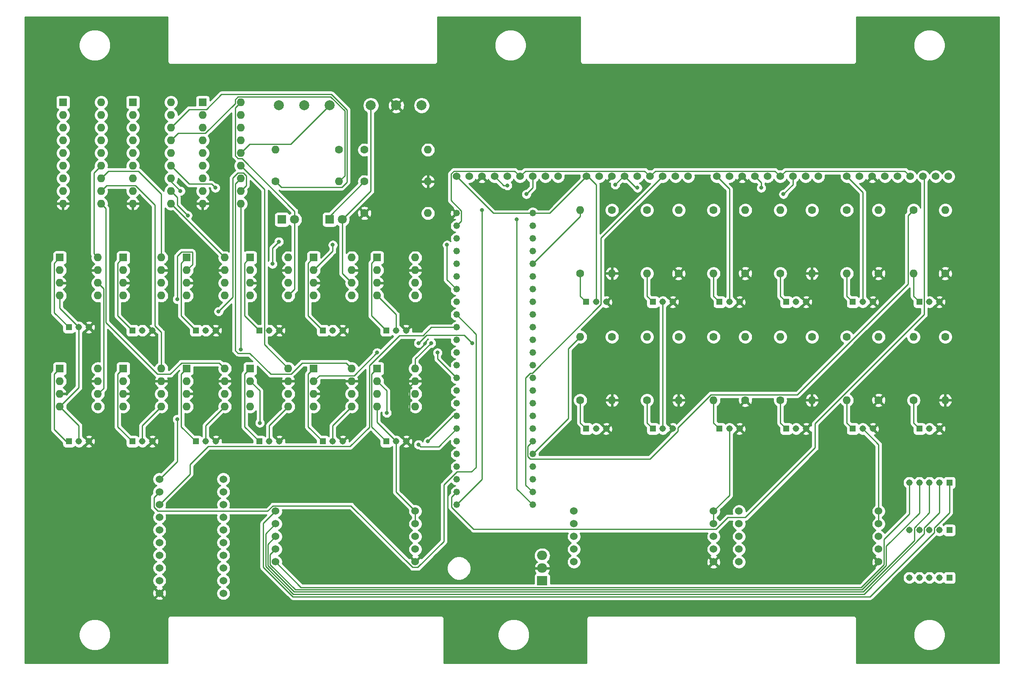
<source format=gbl>
%TF.GenerationSoftware,KiCad,Pcbnew,(5.1.10)-1*%
%TF.CreationDate,2021-07-09T21:45:07-04:00*%
%TF.ProjectId,CaelusPCB,4361656c-7573-4504-9342-2e6b69636164,v02*%
%TF.SameCoordinates,Original*%
%TF.FileFunction,Copper,L2,Bot*%
%TF.FilePolarity,Positive*%
%FSLAX46Y46*%
G04 Gerber Fmt 4.6, Leading zero omitted, Abs format (unit mm)*
G04 Created by KiCad (PCBNEW (5.1.10)-1) date 2021-07-09 21:45:07*
%MOMM*%
%LPD*%
G01*
G04 APERTURE LIST*
%TA.AperFunction,ComponentPad*%
%ADD10C,1.524000*%
%TD*%
%TA.AperFunction,ComponentPad*%
%ADD11C,1.308000*%
%TD*%
%TA.AperFunction,ComponentPad*%
%ADD12R,1.308000X1.308000*%
%TD*%
%TA.AperFunction,ComponentPad*%
%ADD13O,1.600000X1.600000*%
%TD*%
%TA.AperFunction,ComponentPad*%
%ADD14C,1.600000*%
%TD*%
%TA.AperFunction,ComponentPad*%
%ADD15C,1.800000*%
%TD*%
%TA.AperFunction,ComponentPad*%
%ADD16R,1.800000X1.800000*%
%TD*%
%TA.AperFunction,ComponentPad*%
%ADD17C,1.320800*%
%TD*%
%TA.AperFunction,ComponentPad*%
%ADD18R,1.600000X1.600000*%
%TD*%
%TA.AperFunction,ComponentPad*%
%ADD19R,2.000000X1.905000*%
%TD*%
%TA.AperFunction,ComponentPad*%
%ADD20O,2.000000X1.905000*%
%TD*%
%TA.AperFunction,ComponentPad*%
%ADD21C,2.000000*%
%TD*%
%TA.AperFunction,ViaPad*%
%ADD22C,0.800000*%
%TD*%
%TA.AperFunction,Conductor*%
%ADD23C,0.250000*%
%TD*%
%TA.AperFunction,Conductor*%
%ADD24C,0.254000*%
%TD*%
%TA.AperFunction,Conductor*%
%ADD25C,0.100000*%
%TD*%
G04 APERTURE END LIST*
D10*
%TO.P,U56,1*%
%TO.N,3.3*%
X75167020Y-114235820D03*
%TO.P,U56,2*%
%TO.N,61*%
X75167020Y-116775820D03*
%TO.P,U56,3*%
%TO.N,60*%
X75167020Y-119315820D03*
%TO.P,U56,4*%
%TO.N,Net-(U56-Pad4)*%
X75167020Y-121855820D03*
%TO.P,U56,5*%
%TO.N,Net-(U56-Pad5)*%
X75167020Y-124395820D03*
%TO.P,U56,6*%
%TO.N,Net-(U56-Pad6)*%
X75167020Y-126935820D03*
%TO.P,U56,7*%
%TO.N,Net-(U56-Pad7)*%
X75167020Y-129475820D03*
%TO.P,U56,8*%
%TO.N,Net-(U56-Pad8)*%
X75167020Y-132015820D03*
%TO.P,U56,9*%
%TO.N,Net-(U56-Pad9)*%
X75167020Y-134555820D03*
%TO.P,U56,10*%
%TO.N,GND1*%
X75167020Y-137095820D03*
%TO.P,U56,11*%
%TO.N,Net-(U56-Pad11)*%
X87967020Y-137095820D03*
%TO.P,U56,12*%
%TO.N,Net-(U56-Pad12)*%
X87967020Y-134555820D03*
%TO.P,U56,13*%
%TO.N,Net-(U56-Pad13)*%
X87967020Y-132015820D03*
%TO.P,U56,14*%
%TO.N,Net-(U56-Pad14)*%
X87967020Y-129475820D03*
%TO.P,U56,15*%
%TO.N,Net-(U56-Pad15)*%
X87967020Y-126935820D03*
%TO.P,U56,16*%
%TO.N,Net-(U56-Pad16)*%
X87967020Y-124395820D03*
%TO.P,U56,17*%
%TO.N,Net-(U56-Pad17)*%
X87967020Y-121855820D03*
%TO.P,U56,18*%
%TO.N,Net-(U56-Pad18)*%
X87967020Y-119315820D03*
%TO.P,U56,19*%
%TO.N,Net-(U56-Pad19)*%
X87967020Y-116775820D03*
%TO.P,U56,20*%
%TO.N,Net-(U56-Pad20)*%
X87967020Y-114235820D03*
%TD*%
D11*
%TO.P,J3,5*%
%TO.N,Net-(J3-Pad5)*%
X225222000Y-124460000D03*
%TO.P,J3,4*%
%TO.N,Net-(J3-Pad4)*%
X227228000Y-124460000D03*
%TO.P,J3,3*%
%TO.N,Net-(J3-Pad3)*%
X229235000Y-124460000D03*
%TO.P,J3,2*%
%TO.N,Net-(J3-Pad2)*%
X231242000Y-124460000D03*
D12*
%TO.P,J3,1*%
%TO.N,Net-(J3-Pad1)*%
X233248000Y-124460000D03*
%TD*%
D11*
%TO.P,J2,5*%
%TO.N,Net-(J2-Pad5)*%
X225222000Y-133985000D03*
%TO.P,J2,4*%
%TO.N,Net-(J2-Pad4)*%
X227228000Y-133985000D03*
%TO.P,J2,3*%
%TO.N,Net-(J2-Pad3)*%
X229235000Y-133985000D03*
%TO.P,J2,2*%
%TO.N,Net-(J2-Pad2)*%
X231242000Y-133985000D03*
D12*
%TO.P,J2,1*%
%TO.N,Net-(J2-Pad1)*%
X233248000Y-133985000D03*
%TD*%
D11*
%TO.P,J1,5*%
%TO.N,Net-(J1-Pad5)*%
X225222000Y-114935000D03*
%TO.P,J1,4*%
%TO.N,Net-(J1-Pad4)*%
X227228000Y-114935000D03*
%TO.P,J1,3*%
%TO.N,Net-(J1-Pad3)*%
X229235000Y-114935000D03*
%TO.P,J1,2*%
%TO.N,Net-(J1-Pad2)*%
X231242000Y-114935000D03*
D12*
%TO.P,J1,1*%
%TO.N,Net-(J1-Pad1)*%
X233248000Y-114935000D03*
%TD*%
D13*
%TO.P,R3,2*%
%TO.N,Net-(R3-Pad2)*%
X111125000Y-54610000D03*
D14*
%TO.P,R3,1*%
%TO.N,Net-(R3-Pad1)*%
X98425000Y-54610000D03*
%TD*%
D13*
%TO.P,R17,2*%
%TO.N,Net-(D1-Pad1)*%
X128905000Y-60960000D03*
D14*
%TO.P,R17,1*%
%TO.N,GND1*%
X116205000Y-60960000D03*
%TD*%
D13*
%TO.P,R10,2*%
%TO.N,GND1*%
X128905000Y-54610000D03*
D14*
%TO.P,R10,1*%
%TO.N,Net-(D2-Pad1)*%
X116205000Y-54610000D03*
%TD*%
D15*
%TO.P,D2,2*%
%TO.N,52*%
X111760000Y-62230000D03*
D16*
%TO.P,D2,1*%
%TO.N,Net-(D2-Pad1)*%
X109220000Y-62230000D03*
%TD*%
D15*
%TO.P,D1,2*%
%TO.N,+5V*%
X102235000Y-62230000D03*
D16*
%TO.P,D1,1*%
%TO.N,Net-(D1-Pad1)*%
X99695000Y-62230000D03*
%TD*%
D17*
%TO.P,U23,40*%
%TO.N,+5V*%
X149860000Y-60960000D03*
%TO.P,U23,41*%
%TO.N,Net-(U23-Pad41)*%
X149860000Y-63500000D03*
%TO.P,U23,42*%
%TO.N,Net-(U23-Pad42)*%
X149860000Y-66040000D03*
%TO.P,U23,23*%
%TO.N,Net-(R15-Pad1)*%
X149860000Y-68580000D03*
%TO.P,U23,22*%
%TO.N,Net-(R19-Pad2)*%
X149860000Y-71120000D03*
%TO.P,U23,21*%
%TO.N,Net-(R11-Pad1)*%
X149860000Y-73660000D03*
%TO.P,U23,20*%
%TO.N,Net-(R20-Pad2)*%
X149860000Y-76200000D03*
%TO.P,U23,19*%
%TO.N,Net-(R12-Pad1)*%
X149860000Y-78740000D03*
%TO.P,U23,18*%
%TO.N,Net-(R21-Pad2)*%
X149860000Y-81280000D03*
%TO.P,U23,17*%
%TO.N,Net-(R13-Pad1)*%
X149860000Y-83820000D03*
%TO.P,U23,16*%
%TO.N,Net-(R22-Pad2)*%
X149860000Y-86360000D03*
%TO.P,U23,15*%
%TO.N,Net-(R16-Pad1)*%
X149860000Y-88900000D03*
%TO.P,U23,14*%
%TO.N,Net-(R23-Pad2)*%
X149860000Y-91440000D03*
%TO.P,U23,13*%
%TO.N,8*%
X149860000Y-93980000D03*
%TO.P,U23,43*%
%TO.N,Net-(U23-Pad43)*%
X149860000Y-96520000D03*
%TO.P,U23,44*%
%TO.N,Net-(U23-Pad44)*%
X149860000Y-99060000D03*
%TO.P,U23,45*%
%TO.N,Net-(U23-Pad45)*%
X149860000Y-101600000D03*
%TO.P,U23,39*%
%TO.N,7*%
X149860000Y-104140000D03*
%TO.P,U23,38*%
%TO.N,Net-(R14-Pad1)*%
X149860000Y-106680000D03*
%TO.P,U23,37*%
%TO.N,Net-(R24-Pad2)*%
X149860000Y-109220000D03*
%TO.P,U23,36*%
%TO.N,55*%
X149860000Y-111760000D03*
%TO.P,U23,35*%
%TO.N,58*%
X149860000Y-114300000D03*
%TO.P,U23,34*%
%TO.N,51*%
X149860000Y-116840000D03*
%TO.P,U23,33*%
%TO.N,50*%
X149860000Y-119380000D03*
%TO.P,U23,46*%
%TO.N,GND1*%
X134620000Y-60960000D03*
%TO.P,U23,0*%
%TO.N,13*%
X134620000Y-63500000D03*
%TO.P,U23,1*%
%TO.N,14*%
X134620000Y-66040000D03*
%TO.P,U23,2*%
%TO.N,15*%
X134620000Y-68580000D03*
%TO.P,U23,3*%
%TO.N,3*%
X134620000Y-71120000D03*
%TO.P,U23,4*%
%TO.N,4*%
X134620000Y-73660000D03*
%TO.P,U23,5*%
%TO.N,5*%
X134620000Y-76200000D03*
%TO.P,U23,6*%
%TO.N,6*%
X134620000Y-78740000D03*
%TO.P,U23,7*%
%TO.N,61*%
X134620000Y-81280000D03*
%TO.P,U23,8*%
%TO.N,60*%
X134620000Y-83820000D03*
%TO.P,U23,9*%
%TO.N,9*%
X134620000Y-86360000D03*
%TO.P,U23,10*%
%TO.N,10*%
X134620000Y-88900000D03*
%TO.P,U23,11*%
%TO.N,11*%
X134620000Y-91440000D03*
%TO.P,U23,12*%
%TO.N,12*%
X134620000Y-93980000D03*
%TO.P,U23,47*%
%TO.N,3.3*%
X134620000Y-96520000D03*
%TO.P,U23,24*%
%TO.N,57*%
X134620000Y-99060000D03*
%TO.P,U23,25*%
%TO.N,16*%
X134620000Y-101600000D03*
%TO.P,U23,26*%
%TO.N,17*%
X134620000Y-104140000D03*
%TO.P,U23,27*%
%TO.N,18*%
X134620000Y-106680000D03*
%TO.P,U23,28*%
%TO.N,19*%
X134620000Y-109220000D03*
%TO.P,U23,29*%
%TO.N,20*%
X134620000Y-111760000D03*
%TO.P,U23,30*%
%TO.N,21*%
X134620000Y-114300000D03*
%TO.P,U23,31*%
%TO.N,2*%
X134620000Y-116840000D03*
%TO.P,U23,32*%
%TO.N,1*%
X134620000Y-119380000D03*
%TD*%
D12*
%TO.P,J27,1*%
%TO.N,Net-(J27-Pad1)*%
X160553000Y-104140000D03*
D11*
%TO.P,J27,2*%
%TO.N,+5V*%
X162560000Y-104140000D03*
%TO.P,J27,3*%
%TO.N,GND1*%
X164567000Y-104140000D03*
%TD*%
D12*
%TO.P,J26,1*%
%TO.N,Net-(J26-Pad1)*%
X173888000Y-104140000D03*
D11*
%TO.P,J26,2*%
%TO.N,+5V*%
X175895000Y-104140000D03*
%TO.P,J26,3*%
%TO.N,GND1*%
X177902000Y-104140000D03*
%TD*%
D12*
%TO.P,J25,1*%
%TO.N,Net-(J25-Pad1)*%
X200558000Y-104140000D03*
D11*
%TO.P,J25,2*%
%TO.N,+5V*%
X202565000Y-104140000D03*
%TO.P,J25,3*%
%TO.N,GND1*%
X204572000Y-104140000D03*
%TD*%
D12*
%TO.P,J24,1*%
%TO.N,Net-(J24-Pad1)*%
X227228000Y-104140000D03*
D11*
%TO.P,J24,2*%
%TO.N,+5V*%
X229235000Y-104140000D03*
%TO.P,J24,3*%
%TO.N,GND1*%
X231242000Y-104140000D03*
%TD*%
D12*
%TO.P,J23,1*%
%TO.N,Net-(J23-Pad1)*%
X200558000Y-78740000D03*
D11*
%TO.P,J23,2*%
%TO.N,+5V*%
X202565000Y-78740000D03*
%TO.P,J23,3*%
%TO.N,GND1*%
X204572000Y-78740000D03*
%TD*%
D12*
%TO.P,J22,1*%
%TO.N,Net-(J22-Pad1)*%
X160553000Y-78740000D03*
D11*
%TO.P,J22,2*%
%TO.N,+5V*%
X162560000Y-78740000D03*
%TO.P,J22,3*%
%TO.N,GND1*%
X164567000Y-78740000D03*
%TD*%
D12*
%TO.P,J21,1*%
%TO.N,Net-(J21-Pad1)*%
X227228000Y-78740000D03*
D11*
%TO.P,J21,2*%
%TO.N,+5V*%
X229235000Y-78740000D03*
%TO.P,J21,3*%
%TO.N,GND1*%
X231242000Y-78740000D03*
%TD*%
D12*
%TO.P,J20,1*%
%TO.N,Net-(J20-Pad1)*%
X187223000Y-104140000D03*
D11*
%TO.P,J20,2*%
%TO.N,+5V*%
X189230000Y-104140000D03*
%TO.P,J20,3*%
%TO.N,GND1*%
X191237000Y-104140000D03*
%TD*%
D12*
%TO.P,J19,1*%
%TO.N,Net-(J19-Pad1)*%
X213893000Y-104140000D03*
D11*
%TO.P,J19,2*%
%TO.N,+5V*%
X215900000Y-104140000D03*
%TO.P,J19,3*%
%TO.N,GND1*%
X217907000Y-104140000D03*
%TD*%
D12*
%TO.P,J18,1*%
%TO.N,Net-(J18-Pad1)*%
X213893000Y-78740000D03*
D11*
%TO.P,J18,2*%
%TO.N,+5V*%
X215900000Y-78740000D03*
%TO.P,J18,3*%
%TO.N,GND1*%
X217907000Y-78740000D03*
%TD*%
D12*
%TO.P,J17,1*%
%TO.N,Net-(J17-Pad1)*%
X187223000Y-78740000D03*
D11*
%TO.P,J17,2*%
%TO.N,+5V*%
X189230000Y-78740000D03*
%TO.P,J17,3*%
%TO.N,GND1*%
X191237000Y-78740000D03*
%TD*%
D12*
%TO.P,J16,1*%
%TO.N,Net-(J16-Pad1)*%
X173888000Y-78740000D03*
D11*
%TO.P,J16,2*%
%TO.N,+5V*%
X175895000Y-78740000D03*
%TO.P,J16,3*%
%TO.N,GND1*%
X177902000Y-78740000D03*
%TD*%
%TO.P,J15,3*%
%TO.N,GND1*%
X61062000Y-106680000D03*
%TO.P,J15,2*%
%TO.N,+5V*%
X59055000Y-106680000D03*
D12*
%TO.P,J15,1*%
%TO.N,54*%
X57048000Y-106680000D03*
%TD*%
D11*
%TO.P,J14,3*%
%TO.N,GND1*%
X124562000Y-106680000D03*
%TO.P,J14,2*%
%TO.N,+5V*%
X122555000Y-106680000D03*
D12*
%TO.P,J14,1*%
%TO.N,53*%
X120548000Y-106680000D03*
%TD*%
D11*
%TO.P,J13,3*%
%TO.N,GND1*%
X111862000Y-106680000D03*
%TO.P,J13,2*%
%TO.N,+5V*%
X109855000Y-106680000D03*
D12*
%TO.P,J13,1*%
%TO.N,49*%
X107848000Y-106680000D03*
%TD*%
D11*
%TO.P,J12,3*%
%TO.N,GND1*%
X99162000Y-106680000D03*
%TO.P,J12,2*%
%TO.N,+5V*%
X97155000Y-106680000D03*
D12*
%TO.P,J12,1*%
%TO.N,48*%
X95148000Y-106680000D03*
%TD*%
D11*
%TO.P,J11,3*%
%TO.N,GND1*%
X86462000Y-106680000D03*
%TO.P,J11,2*%
%TO.N,+5V*%
X84455000Y-106680000D03*
D12*
%TO.P,J11,1*%
%TO.N,47*%
X82448000Y-106680000D03*
%TD*%
D11*
%TO.P,J10,3*%
%TO.N,GND1*%
X73762000Y-106680000D03*
%TO.P,J10,2*%
%TO.N,+5V*%
X71755000Y-106680000D03*
D12*
%TO.P,J10,1*%
%TO.N,46*%
X69748000Y-106680000D03*
%TD*%
D11*
%TO.P,J9,3*%
%TO.N,GND1*%
X73762000Y-84455000D03*
%TO.P,J9,2*%
%TO.N,+5V*%
X71755000Y-84455000D03*
D12*
%TO.P,J9,1*%
%TO.N,45*%
X69748000Y-84455000D03*
%TD*%
D11*
%TO.P,J8,3*%
%TO.N,GND1*%
X61062000Y-83820000D03*
%TO.P,J8,2*%
%TO.N,+5V*%
X59055000Y-83820000D03*
D12*
%TO.P,J8,1*%
%TO.N,44*%
X57048000Y-83820000D03*
%TD*%
D11*
%TO.P,J7,3*%
%TO.N,GND1*%
X86462000Y-84455000D03*
%TO.P,J7,2*%
%TO.N,+5V*%
X84455000Y-84455000D03*
D12*
%TO.P,J7,1*%
%TO.N,43*%
X82448000Y-84455000D03*
%TD*%
D11*
%TO.P,J6,3*%
%TO.N,GND1*%
X99162000Y-84455000D03*
%TO.P,J6,2*%
%TO.N,+5V*%
X97155000Y-84455000D03*
D12*
%TO.P,J6,1*%
%TO.N,42*%
X95148000Y-84455000D03*
%TD*%
D11*
%TO.P,J5,3*%
%TO.N,GND1*%
X111862000Y-84455000D03*
%TO.P,J5,2*%
%TO.N,+5V*%
X109855000Y-84455000D03*
D12*
%TO.P,J5,1*%
%TO.N,41*%
X107848000Y-84455000D03*
%TD*%
D11*
%TO.P,J4,3*%
%TO.N,GND1*%
X124562000Y-84455000D03*
%TO.P,J4,2*%
%TO.N,+5V*%
X122555000Y-84455000D03*
D12*
%TO.P,J4,1*%
%TO.N,40*%
X120548000Y-84455000D03*
%TD*%
D10*
%TO.P,U1,1*%
%TO.N,+5V*%
X160655000Y-53594000D03*
%TO.P,U1,2*%
%TO.N,Net-(U1-Pad2)*%
X163195000Y-53594000D03*
%TO.P,U1,3*%
%TO.N,GND1*%
X165735000Y-53594000D03*
%TO.P,U1,4*%
%TO.N,1*%
X168275000Y-53594000D03*
%TO.P,U1,5*%
%TO.N,14*%
X170815000Y-53594000D03*
%TO.P,U1,6*%
%TO.N,13*%
X173355000Y-53594000D03*
%TO.P,U1,7*%
%TO.N,51*%
X175895000Y-53594000D03*
%TO.P,U1,8*%
%TO.N,Net-(U1-Pad8)*%
X178435000Y-53594000D03*
%TO.P,U1,9*%
%TO.N,Net-(U1-Pad9)*%
X180975000Y-53594000D03*
%TD*%
%TO.P,U18,9*%
%TO.N,Net-(U18-Pad9)*%
X207010000Y-53594000D03*
%TO.P,U18,8*%
%TO.N,Net-(U18-Pad8)*%
X204470000Y-53594000D03*
%TO.P,U18,7*%
%TO.N,15*%
X201930000Y-53594000D03*
%TO.P,U18,6*%
%TO.N,13*%
X199390000Y-53594000D03*
%TO.P,U18,5*%
%TO.N,14*%
X196850000Y-53594000D03*
%TO.P,U18,4*%
%TO.N,1*%
X194310000Y-53594000D03*
%TO.P,U18,3*%
%TO.N,GND1*%
X191770000Y-53594000D03*
%TO.P,U18,2*%
%TO.N,Net-(U18-Pad2)*%
X189230000Y-53594000D03*
%TO.P,U18,1*%
%TO.N,+5V*%
X186690000Y-53594000D03*
%TD*%
D13*
%TO.P,U22,8*%
%TO.N,36*%
X100965000Y-92075000D03*
%TO.P,U22,4*%
%TO.N,+5V*%
X93345000Y-99695000D03*
%TO.P,U22,7*%
%TO.N,GND1*%
X100965000Y-94615000D03*
%TO.P,U22,3*%
X93345000Y-97155000D03*
%TO.P,U22,6*%
%TO.N,52*%
X100965000Y-97155000D03*
%TO.P,U22,2*%
%TO.N,11*%
X93345000Y-94615000D03*
%TO.P,U22,5*%
%TO.N,+5V*%
X100965000Y-99695000D03*
D18*
%TO.P,U22,1*%
%TO.N,48*%
X93345000Y-92075000D03*
%TD*%
D10*
%TO.P,U15,1*%
%TO.N,+5V*%
X134620000Y-53594000D03*
%TO.P,U15,2*%
%TO.N,Net-(U15-Pad2)*%
X137160000Y-53594000D03*
%TO.P,U15,3*%
%TO.N,GND1*%
X139700000Y-53594000D03*
%TO.P,U15,4*%
%TO.N,1*%
X142240000Y-53594000D03*
%TO.P,U15,5*%
%TO.N,14*%
X144780000Y-53594000D03*
%TO.P,U15,6*%
%TO.N,13*%
X147320000Y-53594000D03*
%TO.P,U15,7*%
%TO.N,50*%
X149860000Y-53594000D03*
%TO.P,U15,8*%
%TO.N,Net-(U15-Pad8)*%
X152400000Y-53594000D03*
%TO.P,U15,9*%
%TO.N,Net-(U15-Pad9)*%
X154940000Y-53594000D03*
%TD*%
D18*
%TO.P,U58,1*%
%TO.N,47*%
X80645000Y-92075000D03*
D13*
%TO.P,U58,5*%
%TO.N,+5V*%
X88265000Y-99695000D03*
%TO.P,U58,2*%
%TO.N,10*%
X80645000Y-94615000D03*
%TO.P,U58,6*%
%TO.N,52*%
X88265000Y-97155000D03*
%TO.P,U58,3*%
%TO.N,GND1*%
X80645000Y-97155000D03*
%TO.P,U58,7*%
X88265000Y-94615000D03*
%TO.P,U58,4*%
%TO.N,+5V*%
X80645000Y-99695000D03*
%TO.P,U58,8*%
%TO.N,35*%
X88265000Y-92075000D03*
%TD*%
D10*
%TO.P,U33,9*%
%TO.N,Net-(U33-Pad9)*%
X233045000Y-53594000D03*
%TO.P,U33,8*%
%TO.N,Net-(U33-Pad8)*%
X230505000Y-53594000D03*
%TO.P,U33,7*%
%TO.N,2*%
X227965000Y-53594000D03*
%TO.P,U33,6*%
%TO.N,13*%
X225425000Y-53594000D03*
%TO.P,U33,5*%
%TO.N,14*%
X222885000Y-53594000D03*
%TO.P,U33,4*%
%TO.N,1*%
X220345000Y-53594000D03*
%TO.P,U33,3*%
%TO.N,GND1*%
X217805000Y-53594000D03*
%TO.P,U33,2*%
%TO.N,Net-(U33-Pad2)*%
X215265000Y-53594000D03*
%TO.P,U33,1*%
%TO.N,+5V*%
X212725000Y-53594000D03*
%TD*%
D18*
%TO.P,U54,1*%
%TO.N,46*%
X67945000Y-92075000D03*
D13*
%TO.P,U54,5*%
%TO.N,+5V*%
X75565000Y-99695000D03*
%TO.P,U54,2*%
%TO.N,9*%
X67945000Y-94615000D03*
%TO.P,U54,6*%
%TO.N,52*%
X75565000Y-97155000D03*
%TO.P,U54,3*%
%TO.N,GND1*%
X67945000Y-97155000D03*
%TO.P,U54,7*%
X75565000Y-94615000D03*
%TO.P,U54,4*%
%TO.N,+5V*%
X67945000Y-99695000D03*
%TO.P,U54,8*%
%TO.N,34*%
X75565000Y-92075000D03*
%TD*%
D10*
%TO.P,U46,2*%
%TO.N,Net-(J3-Pad2)*%
X158115000Y-123190000D03*
%TO.P,U46,3*%
%TO.N,Net-(J3-Pad3)*%
X158115000Y-125730000D03*
%TO.P,U46,4*%
%TO.N,Net-(J3-Pad4)*%
X158115000Y-128270000D03*
%TO.P,U46,5*%
%TO.N,Net-(J3-Pad5)*%
X158105000Y-130810000D03*
%TO.P,U46,1*%
%TO.N,Net-(J3-Pad1)*%
X158115000Y-120650000D03*
%TO.P,U46,10*%
%TO.N,+5V*%
X186055000Y-120650000D03*
%TO.P,U46,9*%
X186055000Y-123190000D03*
%TO.P,U46,8*%
%TO.N,20*%
X186055000Y-125730000D03*
%TO.P,U46,7*%
%TO.N,21*%
X186055000Y-128270000D03*
%TO.P,U46,6*%
%TO.N,GND1*%
X186055000Y-130810000D03*
%TD*%
D13*
%TO.P,R1,2*%
%TO.N,Net-(R1-Pad2)*%
X128905000Y-48260000D03*
D14*
%TO.P,R1,1*%
%TO.N,Net-(R1-Pad1)*%
X116205000Y-48260000D03*
%TD*%
%TO.P,R2,1*%
%TO.N,Net-(R2-Pad1)*%
X111125000Y-48260000D03*
D13*
%TO.P,R2,2*%
%TO.N,Net-(R2-Pad2)*%
X98425000Y-48260000D03*
%TD*%
%TO.P,R4,2*%
%TO.N,Net-(R12-Pad1)*%
X219075000Y-60325000D03*
D14*
%TO.P,R4,1*%
%TO.N,GND1*%
X219075000Y-73025000D03*
%TD*%
D13*
%TO.P,R5,2*%
%TO.N,Net-(R13-Pad1)*%
X219075000Y-85725000D03*
D14*
%TO.P,R5,1*%
%TO.N,GND1*%
X219075000Y-98425000D03*
%TD*%
%TO.P,R6,1*%
%TO.N,GND1*%
X179070000Y-73025000D03*
D13*
%TO.P,R6,2*%
%TO.N,Net-(R15-Pad1)*%
X179070000Y-60325000D03*
%TD*%
%TO.P,R7,2*%
%TO.N,Net-(R11-Pad1)*%
X192405000Y-60325000D03*
D14*
%TO.P,R7,1*%
%TO.N,GND1*%
X192405000Y-73025000D03*
%TD*%
D13*
%TO.P,R8,2*%
%TO.N,Net-(R14-Pad1)*%
X232410000Y-60325000D03*
D14*
%TO.P,R8,1*%
%TO.N,GND1*%
X232410000Y-73025000D03*
%TD*%
%TO.P,R9,1*%
%TO.N,GND1*%
X192405000Y-98425000D03*
D13*
%TO.P,R9,2*%
%TO.N,Net-(R16-Pad1)*%
X192405000Y-85725000D03*
%TD*%
D14*
%TO.P,R11,1*%
%TO.N,Net-(R11-Pad1)*%
X186055000Y-60325000D03*
D13*
%TO.P,R11,2*%
%TO.N,Net-(J17-Pad1)*%
X186055000Y-73025000D03*
%TD*%
D14*
%TO.P,R12,1*%
%TO.N,Net-(R12-Pad1)*%
X212725000Y-60325000D03*
D13*
%TO.P,R12,2*%
%TO.N,Net-(J18-Pad1)*%
X212725000Y-73025000D03*
%TD*%
D14*
%TO.P,R13,1*%
%TO.N,Net-(R13-Pad1)*%
X212725000Y-85725000D03*
D13*
%TO.P,R13,2*%
%TO.N,Net-(J19-Pad1)*%
X212725000Y-98425000D03*
%TD*%
D14*
%TO.P,R14,1*%
%TO.N,Net-(R14-Pad1)*%
X226060000Y-60325000D03*
D13*
%TO.P,R14,2*%
%TO.N,Net-(J21-Pad1)*%
X226060000Y-73025000D03*
%TD*%
%TO.P,R15,2*%
%TO.N,Net-(J16-Pad1)*%
X172720000Y-73025000D03*
D14*
%TO.P,R15,1*%
%TO.N,Net-(R15-Pad1)*%
X172720000Y-60325000D03*
%TD*%
D13*
%TO.P,R16,2*%
%TO.N,Net-(J20-Pad1)*%
X186055000Y-98425000D03*
D14*
%TO.P,R16,1*%
%TO.N,Net-(R16-Pad1)*%
X186055000Y-85725000D03*
%TD*%
%TO.P,R19,1*%
%TO.N,Net-(J22-Pad1)*%
X159385000Y-73025000D03*
D13*
%TO.P,R19,2*%
%TO.N,Net-(R19-Pad2)*%
X159385000Y-60325000D03*
%TD*%
%TO.P,R20,2*%
%TO.N,Net-(R20-Pad2)*%
X199390000Y-60325000D03*
D14*
%TO.P,R20,1*%
%TO.N,Net-(J23-Pad1)*%
X199390000Y-73025000D03*
%TD*%
D13*
%TO.P,R21,2*%
%TO.N,Net-(R21-Pad2)*%
X226060000Y-85725000D03*
D14*
%TO.P,R21,1*%
%TO.N,Net-(J24-Pad1)*%
X226060000Y-98425000D03*
%TD*%
D13*
%TO.P,R22,2*%
%TO.N,Net-(R22-Pad2)*%
X199390000Y-85725000D03*
D14*
%TO.P,R22,1*%
%TO.N,Net-(J25-Pad1)*%
X199390000Y-98425000D03*
%TD*%
%TO.P,R23,1*%
%TO.N,Net-(J26-Pad1)*%
X172720000Y-98425000D03*
D13*
%TO.P,R23,2*%
%TO.N,Net-(R23-Pad2)*%
X172720000Y-85725000D03*
%TD*%
D14*
%TO.P,R24,1*%
%TO.N,Net-(J27-Pad1)*%
X159385000Y-98425000D03*
D13*
%TO.P,R24,2*%
%TO.N,Net-(R24-Pad2)*%
X159385000Y-85725000D03*
%TD*%
%TO.P,R26,2*%
%TO.N,GND1*%
X165735000Y-73025000D03*
D14*
%TO.P,R26,1*%
%TO.N,Net-(R19-Pad2)*%
X165735000Y-60325000D03*
%TD*%
%TO.P,R27,1*%
%TO.N,Net-(R20-Pad2)*%
X205740000Y-60325000D03*
D13*
%TO.P,R27,2*%
%TO.N,GND1*%
X205740000Y-73025000D03*
%TD*%
D14*
%TO.P,R28,1*%
%TO.N,Net-(R21-Pad2)*%
X232410000Y-85725000D03*
D13*
%TO.P,R28,2*%
%TO.N,GND1*%
X232410000Y-98425000D03*
%TD*%
%TO.P,R29,2*%
%TO.N,GND1*%
X205740000Y-98425000D03*
D14*
%TO.P,R29,1*%
%TO.N,Net-(R22-Pad2)*%
X205740000Y-85725000D03*
%TD*%
D13*
%TO.P,R30,2*%
%TO.N,GND1*%
X179070000Y-98425000D03*
D14*
%TO.P,R30,1*%
%TO.N,Net-(R23-Pad2)*%
X179070000Y-85725000D03*
%TD*%
D13*
%TO.P,R31,2*%
%TO.N,GND1*%
X165735000Y-98425000D03*
D14*
%TO.P,R31,1*%
%TO.N,Net-(R24-Pad2)*%
X165735000Y-85725000D03*
%TD*%
D19*
%TO.P,U3,1*%
%TO.N,Net-(BT1-Pad1)*%
X151765000Y-134620000D03*
D20*
%TO.P,U3,2*%
%TO.N,GND1*%
X151765000Y-132080000D03*
%TO.P,U3,3*%
%TO.N,+5V*%
X151765000Y-129540000D03*
%TD*%
D21*
%TO.P,U16,1*%
%TO.N,52*%
X117475000Y-39370000D03*
%TO.P,U16,2*%
%TO.N,GND1*%
X122555000Y-39370000D03*
%TO.P,U16,3*%
%TO.N,Net-(U16-Pad3)*%
X127635000Y-39370000D03*
%TD*%
%TO.P,U17,3*%
%TO.N,27*%
X109220000Y-39370000D03*
%TO.P,U17,2*%
%TO.N,26*%
X104140000Y-39370000D03*
%TO.P,U17,1*%
%TO.N,25*%
X99060000Y-39370000D03*
%TD*%
D18*
%TO.P,U19,1*%
%TO.N,Net-(U19-Pad1)*%
X83820000Y-38735000D03*
D13*
%TO.P,U19,10*%
%TO.N,39*%
X91440000Y-59055000D03*
%TO.P,U19,2*%
%TO.N,Net-(U19-Pad2)*%
X83820000Y-41275000D03*
%TO.P,U19,11*%
%TO.N,38*%
X91440000Y-56515000D03*
%TO.P,U19,3*%
%TO.N,Net-(U19-Pad3)*%
X83820000Y-43815000D03*
%TO.P,U19,12*%
%TO.N,37*%
X91440000Y-53975000D03*
%TO.P,U19,4*%
%TO.N,Net-(U19-Pad4)*%
X83820000Y-46355000D03*
%TO.P,U19,13*%
%TO.N,36*%
X91440000Y-51435000D03*
%TO.P,U19,5*%
%TO.N,Net-(U19-Pad5)*%
X83820000Y-48895000D03*
%TO.P,U19,14*%
%TO.N,27*%
X91440000Y-48895000D03*
%TO.P,U19,6*%
%TO.N,Net-(U19-Pad6)*%
X83820000Y-51435000D03*
%TO.P,U19,15*%
%TO.N,Net-(R1-Pad2)*%
X91440000Y-46355000D03*
%TO.P,U19,7*%
%TO.N,Net-(U19-Pad7)*%
X83820000Y-53975000D03*
%TO.P,U19,16*%
%TO.N,Net-(R1-Pad1)*%
X91440000Y-43815000D03*
%TO.P,U19,8*%
%TO.N,Net-(U19-Pad8)*%
X83820000Y-56515000D03*
%TO.P,U19,17*%
%TO.N,Net-(U19-Pad17)*%
X91440000Y-41275000D03*
%TO.P,U19,9*%
%TO.N,GND1*%
X83820000Y-59055000D03*
%TO.P,U19,18*%
%TO.N,+5V*%
X91440000Y-38735000D03*
%TD*%
D18*
%TO.P,U20,1*%
%TO.N,40*%
X118745000Y-69850000D03*
D13*
%TO.P,U20,5*%
%TO.N,+5V*%
X126365000Y-77470000D03*
%TO.P,U20,2*%
%TO.N,3*%
X118745000Y-72390000D03*
%TO.P,U20,6*%
%TO.N,52*%
X126365000Y-74930000D03*
%TO.P,U20,3*%
%TO.N,GND1*%
X118745000Y-74930000D03*
%TO.P,U20,7*%
X126365000Y-72390000D03*
%TO.P,U20,4*%
%TO.N,+5V*%
X118745000Y-77470000D03*
%TO.P,U20,8*%
%TO.N,28*%
X126365000Y-69850000D03*
%TD*%
%TO.P,U21,8*%
%TO.N,31*%
X88265000Y-69850000D03*
%TO.P,U21,4*%
%TO.N,+5V*%
X80645000Y-77470000D03*
%TO.P,U21,7*%
%TO.N,GND1*%
X88265000Y-72390000D03*
%TO.P,U21,3*%
X80645000Y-74930000D03*
%TO.P,U21,6*%
%TO.N,52*%
X88265000Y-74930000D03*
%TO.P,U21,2*%
%TO.N,6*%
X80645000Y-72390000D03*
%TO.P,U21,5*%
%TO.N,+5V*%
X88265000Y-77470000D03*
D18*
%TO.P,U21,1*%
%TO.N,43*%
X80645000Y-69850000D03*
%TD*%
D10*
%TO.P,U25,2*%
%TO.N,Net-(J1-Pad2)*%
X98425000Y-123190000D03*
%TO.P,U25,3*%
%TO.N,Net-(J1-Pad3)*%
X98425000Y-125730000D03*
%TO.P,U25,4*%
%TO.N,Net-(J1-Pad4)*%
X98425000Y-128270000D03*
%TO.P,U25,5*%
%TO.N,Net-(J1-Pad5)*%
X98415000Y-130810000D03*
%TO.P,U25,1*%
%TO.N,Net-(J1-Pad1)*%
X98425000Y-120650000D03*
%TO.P,U25,10*%
%TO.N,+5V*%
X126365000Y-120650000D03*
%TO.P,U25,9*%
X126365000Y-123190000D03*
%TO.P,U25,8*%
%TO.N,16*%
X126365000Y-125730000D03*
%TO.P,U25,7*%
%TO.N,17*%
X126365000Y-128270000D03*
%TO.P,U25,6*%
%TO.N,GND1*%
X126365000Y-130810000D03*
%TD*%
D18*
%TO.P,U34,1*%
%TO.N,Net-(U34-Pad1)*%
X55880000Y-38735000D03*
D13*
%TO.P,U34,10*%
%TO.N,35*%
X63500000Y-59055000D03*
%TO.P,U34,2*%
%TO.N,Net-(U34-Pad2)*%
X55880000Y-41275000D03*
%TO.P,U34,11*%
%TO.N,34*%
X63500000Y-56515000D03*
%TO.P,U34,3*%
%TO.N,Net-(U34-Pad3)*%
X55880000Y-43815000D03*
%TO.P,U34,12*%
%TO.N,33*%
X63500000Y-53975000D03*
%TO.P,U34,4*%
%TO.N,Net-(U34-Pad4)*%
X55880000Y-46355000D03*
%TO.P,U34,13*%
%TO.N,32*%
X63500000Y-51435000D03*
%TO.P,U34,5*%
%TO.N,Net-(U34-Pad5)*%
X55880000Y-48895000D03*
%TO.P,U34,14*%
%TO.N,26*%
X63500000Y-48895000D03*
%TO.P,U34,6*%
%TO.N,Net-(U34-Pad6)*%
X55880000Y-51435000D03*
%TO.P,U34,15*%
%TO.N,Net-(R2-Pad2)*%
X63500000Y-46355000D03*
%TO.P,U34,7*%
%TO.N,Net-(U34-Pad7)*%
X55880000Y-53975000D03*
%TO.P,U34,16*%
%TO.N,Net-(R2-Pad1)*%
X63500000Y-43815000D03*
%TO.P,U34,8*%
%TO.N,Net-(U34-Pad8)*%
X55880000Y-56515000D03*
%TO.P,U34,17*%
%TO.N,Net-(U34-Pad17)*%
X63500000Y-41275000D03*
%TO.P,U34,9*%
%TO.N,GND1*%
X55880000Y-59055000D03*
%TO.P,U34,18*%
%TO.N,+5V*%
X63500000Y-38735000D03*
%TD*%
D10*
%TO.P,U36,6*%
%TO.N,GND1*%
X219075000Y-130810000D03*
%TO.P,U36,7*%
%TO.N,19*%
X219075000Y-128270000D03*
%TO.P,U36,8*%
%TO.N,18*%
X219075000Y-125730000D03*
%TO.P,U36,9*%
%TO.N,+5V*%
X219075000Y-123190000D03*
%TO.P,U36,10*%
X219075000Y-120650000D03*
%TO.P,U36,1*%
%TO.N,Net-(J2-Pad1)*%
X191135000Y-120650000D03*
%TO.P,U36,5*%
%TO.N,Net-(J2-Pad5)*%
X191125000Y-130810000D03*
%TO.P,U36,4*%
%TO.N,Net-(J2-Pad4)*%
X191135000Y-128270000D03*
%TO.P,U36,3*%
%TO.N,Net-(J2-Pad3)*%
X191135000Y-125730000D03*
%TO.P,U36,2*%
%TO.N,Net-(J2-Pad2)*%
X191135000Y-123190000D03*
%TD*%
D13*
%TO.P,U44,8*%
%TO.N,29*%
X113665000Y-69850000D03*
%TO.P,U44,4*%
%TO.N,+5V*%
X106045000Y-77470000D03*
%TO.P,U44,7*%
%TO.N,GND1*%
X113665000Y-72390000D03*
%TO.P,U44,3*%
X106045000Y-74930000D03*
%TO.P,U44,6*%
%TO.N,52*%
X113665000Y-74930000D03*
%TO.P,U44,2*%
%TO.N,4*%
X106045000Y-72390000D03*
%TO.P,U44,5*%
%TO.N,+5V*%
X113665000Y-77470000D03*
D18*
%TO.P,U44,1*%
%TO.N,41*%
X106045000Y-69850000D03*
%TD*%
%TO.P,U48,1*%
%TO.N,44*%
X55245000Y-69850000D03*
D13*
%TO.P,U48,5*%
%TO.N,+5V*%
X62865000Y-77470000D03*
%TO.P,U48,2*%
%TO.N,7*%
X55245000Y-72390000D03*
%TO.P,U48,6*%
%TO.N,52*%
X62865000Y-74930000D03*
%TO.P,U48,3*%
%TO.N,GND1*%
X55245000Y-74930000D03*
%TO.P,U48,7*%
X62865000Y-72390000D03*
%TO.P,U48,4*%
%TO.N,+5V*%
X55245000Y-77470000D03*
%TO.P,U48,8*%
%TO.N,32*%
X62865000Y-69850000D03*
%TD*%
D18*
%TO.P,U49,1*%
%TO.N,49*%
X106045000Y-92075000D03*
D13*
%TO.P,U49,5*%
%TO.N,+5V*%
X113665000Y-99695000D03*
%TO.P,U49,2*%
%TO.N,12*%
X106045000Y-94615000D03*
%TO.P,U49,6*%
%TO.N,52*%
X113665000Y-97155000D03*
%TO.P,U49,3*%
%TO.N,GND1*%
X106045000Y-97155000D03*
%TO.P,U49,7*%
X113665000Y-94615000D03*
%TO.P,U49,4*%
%TO.N,+5V*%
X106045000Y-99695000D03*
%TO.P,U49,8*%
%TO.N,37*%
X113665000Y-92075000D03*
%TD*%
%TO.P,U50,18*%
%TO.N,+5V*%
X77470000Y-38735000D03*
%TO.P,U50,9*%
%TO.N,GND1*%
X69850000Y-59055000D03*
%TO.P,U50,17*%
%TO.N,Net-(U50-Pad17)*%
X77470000Y-41275000D03*
%TO.P,U50,8*%
%TO.N,Net-(U50-Pad8)*%
X69850000Y-56515000D03*
%TO.P,U50,16*%
%TO.N,Net-(R3-Pad1)*%
X77470000Y-43815000D03*
%TO.P,U50,7*%
%TO.N,Net-(U50-Pad7)*%
X69850000Y-53975000D03*
%TO.P,U50,15*%
%TO.N,Net-(R3-Pad2)*%
X77470000Y-46355000D03*
%TO.P,U50,6*%
%TO.N,Net-(U50-Pad6)*%
X69850000Y-51435000D03*
%TO.P,U50,14*%
%TO.N,25*%
X77470000Y-48895000D03*
%TO.P,U50,5*%
%TO.N,Net-(U50-Pad5)*%
X69850000Y-48895000D03*
%TO.P,U50,13*%
%TO.N,28*%
X77470000Y-51435000D03*
%TO.P,U50,4*%
%TO.N,Net-(U50-Pad4)*%
X69850000Y-46355000D03*
%TO.P,U50,12*%
%TO.N,29*%
X77470000Y-53975000D03*
%TO.P,U50,3*%
%TO.N,Net-(U50-Pad3)*%
X69850000Y-43815000D03*
%TO.P,U50,11*%
%TO.N,30*%
X77470000Y-56515000D03*
%TO.P,U50,2*%
%TO.N,Net-(U50-Pad2)*%
X69850000Y-41275000D03*
%TO.P,U50,10*%
%TO.N,31*%
X77470000Y-59055000D03*
D18*
%TO.P,U50,1*%
%TO.N,Net-(U50-Pad1)*%
X69850000Y-38735000D03*
%TD*%
%TO.P,U51,1*%
%TO.N,42*%
X93345000Y-69850000D03*
D13*
%TO.P,U51,5*%
%TO.N,+5V*%
X100965000Y-77470000D03*
%TO.P,U51,2*%
%TO.N,5*%
X93345000Y-72390000D03*
%TO.P,U51,6*%
%TO.N,52*%
X100965000Y-74930000D03*
%TO.P,U51,3*%
%TO.N,GND1*%
X93345000Y-74930000D03*
%TO.P,U51,7*%
X100965000Y-72390000D03*
%TO.P,U51,4*%
%TO.N,+5V*%
X93345000Y-77470000D03*
%TO.P,U51,8*%
%TO.N,30*%
X100965000Y-69850000D03*
%TD*%
%TO.P,U52,8*%
%TO.N,33*%
X75565000Y-69850000D03*
%TO.P,U52,4*%
%TO.N,+5V*%
X67945000Y-77470000D03*
%TO.P,U52,7*%
%TO.N,GND1*%
X75565000Y-72390000D03*
%TO.P,U52,3*%
X67945000Y-74930000D03*
%TO.P,U52,6*%
%TO.N,52*%
X75565000Y-74930000D03*
%TO.P,U52,2*%
%TO.N,8*%
X67945000Y-72390000D03*
%TO.P,U52,5*%
%TO.N,+5V*%
X75565000Y-77470000D03*
D18*
%TO.P,U52,1*%
%TO.N,45*%
X67945000Y-69850000D03*
%TD*%
D13*
%TO.P,U53,8*%
%TO.N,38*%
X126365000Y-92075000D03*
%TO.P,U53,4*%
%TO.N,+5V*%
X118745000Y-99695000D03*
%TO.P,U53,7*%
%TO.N,GND1*%
X126365000Y-94615000D03*
%TO.P,U53,3*%
X118745000Y-97155000D03*
%TO.P,U53,6*%
%TO.N,52*%
X126365000Y-97155000D03*
%TO.P,U53,2*%
%TO.N,57*%
X118745000Y-94615000D03*
%TO.P,U53,5*%
%TO.N,+5V*%
X126365000Y-99695000D03*
D18*
%TO.P,U53,1*%
%TO.N,53*%
X118745000Y-92075000D03*
%TD*%
D13*
%TO.P,U55,8*%
%TO.N,39*%
X62865000Y-92075000D03*
%TO.P,U55,4*%
%TO.N,+5V*%
X55245000Y-99695000D03*
%TO.P,U55,7*%
%TO.N,GND1*%
X62865000Y-94615000D03*
%TO.P,U55,3*%
X55245000Y-97155000D03*
%TO.P,U55,6*%
%TO.N,52*%
X62865000Y-97155000D03*
%TO.P,U55,2*%
%TO.N,58*%
X55245000Y-94615000D03*
%TO.P,U55,5*%
%TO.N,+5V*%
X62865000Y-99695000D03*
D18*
%TO.P,U55,1*%
%TO.N,54*%
X55245000Y-92075000D03*
%TD*%
D22*
%TO.N,1*%
X195580000Y-55880000D03*
X144780000Y-55406001D03*
X166368607Y-55246739D03*
X139700000Y-60325000D03*
X170815000Y-55880000D03*
%TO.N,50*%
X146685000Y-62230000D03*
X148590000Y-57150000D03*
%TO.N,15*%
X200025000Y-57150000D03*
%TO.N,38*%
X129540000Y-86995000D03*
X86995000Y-80645000D03*
%TO.N,39*%
X91440000Y-88265000D03*
%TO.N,28*%
X86360000Y-55880000D03*
%TO.N,6*%
X78740000Y-78195000D03*
%TO.N,11*%
X95250000Y-102960000D03*
%TO.N,8*%
X137795000Y-86995000D03*
X127000000Y-86995000D03*
%TO.N,4*%
X109855000Y-67310000D03*
%TO.N,5*%
X132715000Y-67310000D03*
X99060000Y-66675000D03*
X97790000Y-71120000D03*
%TO.N,12*%
X118727346Y-88882346D03*
X130810000Y-88900000D03*
%TO.N,3.3*%
X78740000Y-102235000D03*
%TO.N,57*%
X120650000Y-100965000D03*
%TO.N,16*%
X128905000Y-106680000D03*
%TO.N,17*%
X127000000Y-107315000D03*
%TO.N,29*%
X79375000Y-56515000D03*
%TO.N,30*%
X80840153Y-61399847D03*
%TD*%
D23*
%TO.N,GND1*%
X165735000Y-77572000D02*
X164567000Y-78740000D01*
X165735000Y-73025000D02*
X165735000Y-77572000D01*
X125239999Y-106002001D02*
X124562000Y-106680000D01*
X125239999Y-95740001D02*
X125239999Y-106002001D01*
X126365000Y-94615000D02*
X125239999Y-95740001D01*
X191008001Y-71628001D02*
X192405000Y-73025000D01*
X191008001Y-54355999D02*
X191008001Y-71628001D01*
X191770000Y-53594000D02*
X191008001Y-54355999D01*
%TO.N,Net-(J1-Pad1)*%
X230214001Y-124929921D02*
X217348922Y-137795000D01*
X230214001Y-123990079D02*
X230214001Y-124929921D01*
X233248000Y-120956080D02*
X230214001Y-123990079D01*
X233248000Y-114935000D02*
X233248000Y-120956080D01*
X95977970Y-123097030D02*
X98425000Y-120650000D01*
X95977970Y-131890962D02*
X95977970Y-123097030D01*
X101882008Y-137795000D02*
X95977970Y-131890962D01*
X217348922Y-137795000D02*
X101882008Y-137795000D01*
%TO.N,Net-(J1-Pad2)*%
X228207001Y-125195991D02*
X228207001Y-123990079D01*
X231242000Y-120955080D02*
X231242000Y-114935000D01*
X216155463Y-137247529D02*
X228207001Y-125195991D01*
X101970948Y-137247528D02*
X216155463Y-137247529D01*
X96427980Y-131704562D02*
X101970948Y-137247528D01*
X228207001Y-123990079D02*
X231242000Y-120955080D01*
X96427980Y-125187020D02*
X96427980Y-131704562D01*
X98425000Y-123190000D02*
X96427980Y-125187020D01*
%TO.N,Net-(J1-Pad3)*%
X96877989Y-127277011D02*
X98425000Y-125730000D01*
X96877989Y-131518161D02*
X96877989Y-127277011D01*
X102157347Y-136797519D02*
X96877989Y-131518161D01*
X215969062Y-136797520D02*
X102157347Y-136797519D01*
X226201001Y-126565581D02*
X215969062Y-136797520D01*
X226201001Y-123990079D02*
X226201001Y-126565581D01*
X229235000Y-120956080D02*
X226201001Y-123990079D01*
X229235000Y-114935000D02*
X229235000Y-120956080D01*
%TO.N,Net-(J1-Pad4)*%
X97327999Y-129367001D02*
X98425000Y-128270000D01*
X97327999Y-131331761D02*
X97327999Y-129367001D01*
X215782662Y-136347510D02*
X102343748Y-136347510D01*
X220612011Y-127621067D02*
X220612010Y-131518162D01*
X102343748Y-136347510D02*
X97327999Y-131331761D01*
X227228000Y-121005078D02*
X220612011Y-127621067D01*
X220612010Y-131518162D02*
X215782662Y-136347510D01*
X227228000Y-114935000D02*
X227228000Y-121005078D01*
%TO.N,Net-(J1-Pad5)*%
X103502501Y-135897501D02*
X98415000Y-130810000D01*
X215596261Y-135897501D02*
X103502501Y-135897501D01*
X220162001Y-131331761D02*
X215596261Y-135897501D01*
X220162001Y-126251761D02*
X220162001Y-131331761D01*
X225222000Y-121191762D02*
X220162001Y-126251761D01*
X225222000Y-114935000D02*
X225222000Y-121191762D01*
%TO.N,Net-(R3-Pad2)*%
X109421001Y-37609999D02*
X112250001Y-40438999D01*
X90899999Y-37609999D02*
X109421001Y-37609999D01*
X112250001Y-40438999D02*
X112250001Y-53484999D01*
X90314999Y-38985003D02*
X90314999Y-38194999D01*
X84360001Y-44940001D02*
X90314999Y-38985003D01*
X112250001Y-53484999D02*
X111125000Y-54610000D01*
X90314999Y-38194999D02*
X90899999Y-37609999D01*
X78884999Y-44940001D02*
X84360001Y-44940001D01*
X77470000Y-46355000D02*
X78884999Y-44940001D01*
%TO.N,Net-(R3-Pad1)*%
X81135001Y-40149999D02*
X77470000Y-43815000D01*
X87580013Y-37159989D02*
X84590003Y-40149999D01*
X84590003Y-40149999D02*
X81135001Y-40149999D01*
X112700010Y-54699992D02*
X112700010Y-40252598D01*
X111665001Y-55735001D02*
X112700010Y-54699992D01*
X109607401Y-37159989D02*
X87580013Y-37159989D01*
X99550001Y-55735001D02*
X111665001Y-55735001D01*
X112700010Y-40252598D02*
X109607401Y-37159989D01*
X98425000Y-54610000D02*
X99550001Y-55735001D01*
%TO.N,Net-(R14-Pad1)*%
X148874599Y-109692993D02*
X148874599Y-107665401D01*
X178881001Y-104609921D02*
X173285521Y-110205401D01*
X178881001Y-103933997D02*
X178881001Y-104609921D01*
X185514999Y-97299999D02*
X178881001Y-103933997D01*
X202815003Y-97299999D02*
X185514999Y-97299999D01*
X224934999Y-75180003D02*
X202815003Y-97299999D01*
X148874599Y-107665401D02*
X149860000Y-106680000D01*
X149387007Y-110205401D02*
X148874599Y-109692993D01*
X224934999Y-61450001D02*
X224934999Y-75180003D01*
X173285521Y-110205401D02*
X149387007Y-110205401D01*
X226060000Y-60325000D02*
X224934999Y-61450001D01*
%TO.N,Net-(R19-Pad2)*%
X159385000Y-61595000D02*
X149860000Y-71120000D01*
X159385000Y-60325000D02*
X159385000Y-61595000D01*
%TO.N,Net-(R24-Pad2)*%
X157027999Y-102052001D02*
X149860000Y-109220000D01*
X157027999Y-88082001D02*
X157027999Y-102052001D01*
X159385000Y-85725000D02*
X157027999Y-88082001D01*
%TO.N,+5V*%
X219075000Y-107315000D02*
X215900000Y-104140000D01*
X219075000Y-120650000D02*
X219075000Y-107315000D01*
X219075000Y-123190000D02*
X219075000Y-120650000D01*
X186055000Y-123190000D02*
X186055000Y-120650000D01*
X189230000Y-117475000D02*
X189230000Y-104140000D01*
X186055000Y-120650000D02*
X189230000Y-117475000D01*
X126365000Y-120650000D02*
X126365000Y-123190000D01*
X122555000Y-116840000D02*
X122555000Y-106680000D01*
X126365000Y-120650000D02*
X122555000Y-116840000D01*
X59055000Y-103505000D02*
X55245000Y-99695000D01*
X59055000Y-106680000D02*
X59055000Y-103505000D01*
X215900000Y-56769000D02*
X215900000Y-78740000D01*
X212725000Y-53594000D02*
X215900000Y-56769000D01*
X71755000Y-103505000D02*
X75565000Y-99695000D01*
X71755000Y-106680000D02*
X71755000Y-103505000D01*
X84455000Y-103505000D02*
X88265000Y-99695000D01*
X84455000Y-106680000D02*
X84455000Y-103505000D01*
X97155000Y-103505000D02*
X100965000Y-99695000D01*
X97155000Y-106680000D02*
X97155000Y-103505000D01*
X109855000Y-103505000D02*
X113665000Y-99695000D01*
X109855000Y-106680000D02*
X109855000Y-103505000D01*
X118745000Y-102870000D02*
X122555000Y-106680000D01*
X118745000Y-99695000D02*
X118745000Y-102870000D01*
X55245000Y-80010000D02*
X59055000Y-83820000D01*
X55245000Y-77470000D02*
X55245000Y-80010000D01*
X122555000Y-81280000D02*
X118745000Y-77470000D01*
X122555000Y-84455000D02*
X122555000Y-81280000D01*
X141986000Y-60960000D02*
X134620000Y-53594000D01*
X149860000Y-60960000D02*
X141986000Y-60960000D01*
X153289000Y-60960000D02*
X160655000Y-53594000D01*
X149860000Y-60960000D02*
X153289000Y-60960000D01*
X102235000Y-76200000D02*
X100965000Y-77470000D01*
X102235000Y-62230000D02*
X102235000Y-76200000D01*
X90314999Y-49435001D02*
X90314999Y-39860001D01*
X90899999Y-50020001D02*
X90314999Y-49435001D01*
X91690003Y-50020001D02*
X90899999Y-50020001D01*
X90314999Y-39860001D02*
X91440000Y-38735000D01*
X102235000Y-60564998D02*
X91690003Y-50020001D01*
X102235000Y-62230000D02*
X102235000Y-60564998D01*
X59055000Y-95885000D02*
X55245000Y-99695000D01*
X59055000Y-83820000D02*
X59055000Y-95885000D01*
X189230000Y-56134000D02*
X189230000Y-78740000D01*
X186690000Y-53594000D02*
X189230000Y-56134000D01*
X162560000Y-78740000D02*
X162560000Y-55245000D01*
X160909000Y-53594000D02*
X160655000Y-53594000D01*
X162560000Y-55245000D02*
X160909000Y-53594000D01*
X175895000Y-78740000D02*
X175895000Y-104140000D01*
%TO.N,1*%
X195580000Y-54864000D02*
X194310000Y-53594000D01*
X195580000Y-55880000D02*
X195580000Y-54864000D01*
X144052001Y-55406001D02*
X144780000Y-55406001D01*
X142240000Y-53594000D02*
X144052001Y-55406001D01*
X168021346Y-53594000D02*
X168275000Y-53594000D01*
X166368607Y-55246739D02*
X168021346Y-53594000D01*
X139700000Y-114300000D02*
X139700000Y-60325000D01*
X134620000Y-119380000D02*
X139700000Y-114300000D01*
X170561000Y-55880000D02*
X170815000Y-55880000D01*
X168275000Y-53594000D02*
X170561000Y-55880000D01*
%TO.N,13*%
X135605401Y-62514599D02*
X134620000Y-63500000D01*
X135605401Y-60487007D02*
X135605401Y-62514599D01*
X133532999Y-58414605D02*
X135605401Y-60487007D01*
X133532999Y-53072239D02*
X133532999Y-58414605D01*
X146232999Y-52506999D02*
X134098239Y-52506999D01*
X134098239Y-52506999D02*
X133532999Y-53072239D01*
X147320000Y-53594000D02*
X146232999Y-52506999D01*
X172267999Y-52506999D02*
X173355000Y-53594000D01*
X148407001Y-52506999D02*
X172267999Y-52506999D01*
X147320000Y-53594000D02*
X148407001Y-52506999D01*
X198302999Y-52506999D02*
X199390000Y-53594000D01*
X174442001Y-52506999D02*
X198302999Y-52506999D01*
X173355000Y-53594000D02*
X174442001Y-52506999D01*
X224337999Y-52506999D02*
X225425000Y-53594000D01*
X200477001Y-52506999D02*
X224337999Y-52506999D01*
X199390000Y-53594000D02*
X200477001Y-52506999D01*
%TO.N,51*%
X148424589Y-115404589D02*
X149860000Y-116840000D01*
X148424589Y-93957017D02*
X148424589Y-115404589D01*
X149387007Y-92994599D02*
X148424589Y-93957017D01*
X149763795Y-92994599D02*
X149387007Y-92994599D01*
X163539001Y-79219393D02*
X149763795Y-92994599D01*
X163539001Y-65949999D02*
X163539001Y-79219393D01*
X175895000Y-53594000D02*
X163539001Y-65949999D01*
%TO.N,40*%
X117619999Y-81526999D02*
X120548000Y-84455000D01*
X117619999Y-70975001D02*
X117619999Y-81526999D01*
X118745000Y-69850000D02*
X117619999Y-70975001D01*
%TO.N,41*%
X104919999Y-81526999D02*
X107848000Y-84455000D01*
X104919999Y-70975001D02*
X104919999Y-81526999D01*
X106045000Y-69850000D02*
X104919999Y-70975001D01*
%TO.N,42*%
X92219999Y-81526999D02*
X95148000Y-84455000D01*
X92219999Y-70975001D02*
X92219999Y-81526999D01*
X93345000Y-69850000D02*
X92219999Y-70975001D01*
%TO.N,43*%
X79519999Y-81526999D02*
X82448000Y-84455000D01*
X79519999Y-70975001D02*
X79519999Y-81526999D01*
X80645000Y-69850000D02*
X79519999Y-70975001D01*
%TO.N,44*%
X54119999Y-80891999D02*
X57048000Y-83820000D01*
X54119999Y-70975001D02*
X54119999Y-80891999D01*
X55245000Y-69850000D02*
X54119999Y-70975001D01*
%TO.N,45*%
X66819999Y-70975001D02*
X66819999Y-81526999D01*
X66819999Y-81526999D02*
X69748000Y-84455000D01*
X67945000Y-69850000D02*
X66819999Y-70975001D01*
%TO.N,53*%
X117619999Y-103751999D02*
X120548000Y-106680000D01*
X117619999Y-93200001D02*
X117619999Y-103751999D01*
X118745000Y-92075000D02*
X117619999Y-93200001D01*
%TO.N,54*%
X57048000Y-106680000D02*
X56515000Y-106680000D01*
X54119999Y-93200001D02*
X55245000Y-92075000D01*
X54119999Y-104284999D02*
X54119999Y-93200001D01*
X56515000Y-106680000D02*
X54119999Y-104284999D01*
%TO.N,48*%
X92219999Y-103751999D02*
X95148000Y-106680000D01*
X92219999Y-93200001D02*
X92219999Y-103751999D01*
X93345000Y-92075000D02*
X92219999Y-93200001D01*
%TO.N,46*%
X66819999Y-103751999D02*
X69748000Y-106680000D01*
X66819999Y-93200001D02*
X66819999Y-103751999D01*
X67945000Y-92075000D02*
X66819999Y-93200001D01*
%TO.N,47*%
X79519999Y-103751999D02*
X82448000Y-106680000D01*
X79519999Y-93200001D02*
X79519999Y-103751999D01*
X80645000Y-92075000D02*
X79519999Y-93200001D01*
%TO.N,49*%
X104919999Y-103751999D02*
X107848000Y-106680000D01*
X104919999Y-93200001D02*
X104919999Y-103751999D01*
X106045000Y-92075000D02*
X104919999Y-93200001D01*
%TO.N,50*%
X146685000Y-116205000D02*
X146685000Y-62230000D01*
X149860000Y-119380000D02*
X146685000Y-116205000D01*
X149860000Y-55880000D02*
X149860000Y-53594000D01*
X148590000Y-57150000D02*
X149860000Y-55880000D01*
%TO.N,52*%
X117475000Y-56515000D02*
X117475000Y-39370000D01*
X111760000Y-62230000D02*
X117475000Y-56515000D01*
X111760000Y-73025000D02*
X113665000Y-74930000D01*
X111760000Y-62230000D02*
X111760000Y-73025000D01*
X63990001Y-76055001D02*
X62865000Y-74930000D01*
X63990001Y-96029999D02*
X63990001Y-76055001D01*
X62865000Y-97155000D02*
X63990001Y-96029999D01*
%TO.N,27*%
X101455001Y-47134999D02*
X109220000Y-39370000D01*
X93200001Y-47134999D02*
X101455001Y-47134999D01*
X91440000Y-48895000D02*
X93200001Y-47134999D01*
%TO.N,15*%
X201930000Y-55245000D02*
X200025000Y-57150000D01*
X201930000Y-53594000D02*
X201930000Y-55245000D01*
%TO.N,36*%
X96175999Y-56170999D02*
X91440000Y-51435000D01*
X96175999Y-87285999D02*
X96175999Y-56170999D01*
X100965000Y-92075000D02*
X96175999Y-87285999D01*
%TO.N,37*%
X93238003Y-88990001D02*
X90895001Y-88990001D01*
X97448003Y-93200001D02*
X93238003Y-88990001D01*
X101505001Y-93200001D02*
X97448003Y-93200001D01*
X103755003Y-90949999D02*
X101505001Y-93200001D01*
X112539999Y-90949999D02*
X103755003Y-90949999D01*
X113665000Y-92075000D02*
X112539999Y-90949999D01*
X90314999Y-55100001D02*
X91440000Y-53975000D01*
X90314999Y-88409999D02*
X90314999Y-55100001D01*
X90895001Y-88990001D02*
X90314999Y-88409999D01*
%TO.N,38*%
X126365000Y-90170000D02*
X129540000Y-86995000D01*
X126365000Y-92075000D02*
X126365000Y-90170000D01*
X92565001Y-53434999D02*
X92565001Y-55389999D01*
X91980001Y-52849999D02*
X92565001Y-53434999D01*
X90899999Y-52849999D02*
X91980001Y-52849999D01*
X89864990Y-53885008D02*
X90899999Y-52849999D01*
X89864990Y-77775010D02*
X89864990Y-53885008D01*
X92565001Y-55389999D02*
X91440000Y-56515000D01*
X86995000Y-80645000D02*
X89864990Y-77775010D01*
%TO.N,39*%
X91440000Y-59055000D02*
X91440000Y-88265000D01*
%TO.N,28*%
X81135001Y-55100001D02*
X77470000Y-51435000D01*
X85580001Y-55100001D02*
X81135001Y-55100001D01*
X86360000Y-55880000D02*
X85580001Y-55100001D01*
%TO.N,31*%
X77470000Y-59055000D02*
X88265000Y-69850000D01*
%TO.N,6*%
X81770001Y-71264999D02*
X80645000Y-72390000D01*
X81770001Y-68789999D02*
X81770001Y-71264999D01*
X81705001Y-68724999D02*
X81770001Y-68789999D01*
X79584999Y-68724999D02*
X81705001Y-68724999D01*
X78740000Y-69569998D02*
X79584999Y-68724999D01*
X78740000Y-78195000D02*
X78740000Y-69569998D01*
%TO.N,11*%
X95250000Y-96520000D02*
X95250000Y-102960000D01*
X93345000Y-94615000D02*
X95250000Y-96520000D01*
%TO.N,8*%
X128620401Y-85374599D02*
X127000000Y-86995000D01*
X136174599Y-85374599D02*
X128620401Y-85374599D01*
X137795000Y-86995000D02*
X136174599Y-85374599D01*
%TO.N,4*%
X109855000Y-68580000D02*
X106045000Y-72390000D01*
X109855000Y-67310000D02*
X109855000Y-68580000D01*
%TO.N,5*%
X132715000Y-74295000D02*
X132715000Y-67310000D01*
X134620000Y-76200000D02*
X132715000Y-74295000D01*
X97790000Y-67945000D02*
X97790000Y-71120000D01*
X99060000Y-66675000D02*
X97790000Y-67945000D01*
%TO.N,61*%
X138520001Y-85180001D02*
X138520001Y-111858393D01*
X134620000Y-81280000D02*
X138520001Y-85180001D01*
X137632993Y-112745401D02*
X138520001Y-111858393D01*
X132080000Y-115381606D02*
X134716205Y-112745401D01*
X132080000Y-126703762D02*
X132080000Y-115381606D01*
X125843239Y-131897001D02*
X126886761Y-131897001D01*
X126886761Y-131897001D02*
X132080000Y-126703762D01*
X97903239Y-119562999D02*
X113509237Y-119562999D01*
X96816238Y-120650000D02*
X97903239Y-119562999D01*
X74892438Y-120650000D02*
X96816238Y-120650000D01*
X134716205Y-112745401D02*
X137632993Y-112745401D01*
X113509237Y-119562999D02*
X125843239Y-131897001D01*
X74080019Y-119837581D02*
X74892438Y-120650000D01*
X74080019Y-117862821D02*
X74080019Y-119837581D01*
X75167020Y-116775820D02*
X74080019Y-117862821D01*
%TO.N,60*%
X127924589Y-85434001D02*
X129538590Y-83820000D01*
X123200997Y-85434001D02*
X127924589Y-85434001D01*
X117169989Y-91465009D02*
X123200997Y-85434001D01*
X117169989Y-103810011D02*
X117169989Y-91465009D01*
X129538590Y-83820000D02*
X134620000Y-83820000D01*
X113320999Y-107659001D02*
X117169989Y-103810011D01*
X84918839Y-107659001D02*
X113320999Y-107659001D01*
X75167020Y-119315820D02*
X81280000Y-113202840D01*
X81280000Y-111297840D02*
X84918839Y-107659001D01*
X81280000Y-113202840D02*
X81280000Y-111297840D01*
%TO.N,12*%
X114119693Y-93489999D02*
X118727346Y-88882346D01*
X107170001Y-93489999D02*
X114119693Y-93489999D01*
X106045000Y-94615000D02*
X107170001Y-93489999D01*
X130810000Y-90170000D02*
X134620000Y-93980000D01*
X130810000Y-88900000D02*
X130810000Y-90170000D01*
%TO.N,3.3*%
X78740000Y-110662840D02*
X75167020Y-114235820D01*
X78740000Y-102235000D02*
X78740000Y-110662840D01*
%TO.N,57*%
X120650000Y-96520000D02*
X120650000Y-100965000D01*
X118745000Y-94615000D02*
X120650000Y-96520000D01*
%TO.N,16*%
X133985000Y-101600000D02*
X134620000Y-101600000D01*
X128905000Y-106680000D02*
X133985000Y-101600000D01*
%TO.N,17*%
X131045001Y-107714999D02*
X134620000Y-104140000D01*
X127399999Y-107714999D02*
X131045001Y-107714999D01*
X127000000Y-107315000D02*
X127399999Y-107714999D01*
%TO.N,2*%
X133634599Y-117825401D02*
X134620000Y-116840000D01*
X138058607Y-124277001D02*
X133634599Y-119852993D01*
X133634599Y-119852993D02*
X133634599Y-117825401D01*
X188933762Y-121920000D02*
X186576761Y-124277001D01*
X192405000Y-121920000D02*
X188933762Y-121920000D01*
X228207001Y-81277997D02*
X206375000Y-103109998D01*
X186576761Y-124277001D02*
X138058607Y-124277001D01*
X206375000Y-107950000D02*
X192405000Y-121920000D01*
X228207001Y-53836001D02*
X228207001Y-81277997D01*
X206375000Y-103109998D02*
X206375000Y-107950000D01*
X227965000Y-53594000D02*
X228207001Y-53836001D01*
%TO.N,32*%
X62065001Y-69050001D02*
X62865000Y-69850000D01*
X62065001Y-52869999D02*
X62065001Y-69050001D01*
X63500000Y-51435000D02*
X62065001Y-52869999D01*
%TO.N,33*%
X64914999Y-52560001D02*
X70975001Y-52560001D01*
X63500000Y-53975000D02*
X64914999Y-52560001D01*
X75565000Y-57150000D02*
X75565000Y-69850000D01*
X70975001Y-52560001D02*
X75565000Y-57150000D01*
%TO.N,34*%
X74295000Y-83539078D02*
X75565000Y-84809078D01*
X74295000Y-59294998D02*
X74295000Y-83539078D01*
X70390001Y-55389999D02*
X74295000Y-59294998D01*
X64625001Y-55389999D02*
X70390001Y-55389999D01*
X75565000Y-84809078D02*
X75565000Y-92075000D01*
X63500000Y-56515000D02*
X64625001Y-55389999D01*
%TO.N,35*%
X87139999Y-90949999D02*
X88265000Y-92075000D01*
X79584999Y-90949999D02*
X87139999Y-90949999D01*
X77334997Y-93200001D02*
X79584999Y-90949999D01*
X74785001Y-93200001D02*
X77334997Y-93200001D01*
X64440011Y-82855011D02*
X74785001Y-93200001D01*
X64440011Y-59995011D02*
X64440011Y-82855011D01*
X63500000Y-59055000D02*
X64440011Y-59995011D01*
%TO.N,29*%
X77470000Y-54610000D02*
X77470000Y-53975000D01*
X79375000Y-56515000D02*
X77470000Y-54610000D01*
%TO.N,30*%
X80840153Y-61399847D02*
X78740000Y-59299694D01*
X78740000Y-57785000D02*
X77470000Y-56515000D01*
X78740000Y-59299694D02*
X78740000Y-57785000D01*
%TO.N,Net-(J16-Pad1)*%
X172720000Y-77572000D02*
X173888000Y-78740000D01*
X172720000Y-73025000D02*
X172720000Y-77572000D01*
%TO.N,Net-(J17-Pad1)*%
X186055000Y-77572000D02*
X187223000Y-78740000D01*
X186055000Y-73025000D02*
X186055000Y-77572000D01*
%TO.N,Net-(J18-Pad1)*%
X212725000Y-77572000D02*
X213893000Y-78740000D01*
X212725000Y-73025000D02*
X212725000Y-77572000D01*
%TO.N,Net-(J19-Pad1)*%
X212725000Y-102972000D02*
X213893000Y-104140000D01*
X212725000Y-98425000D02*
X212725000Y-102972000D01*
%TO.N,Net-(J20-Pad1)*%
X186055000Y-102972000D02*
X187223000Y-104140000D01*
X186055000Y-98425000D02*
X186055000Y-102972000D01*
%TO.N,Net-(J21-Pad1)*%
X226060000Y-77572000D02*
X227228000Y-78740000D01*
X226060000Y-73025000D02*
X226060000Y-77572000D01*
%TO.N,Net-(J22-Pad1)*%
X159385000Y-77572000D02*
X160553000Y-78740000D01*
X159385000Y-73025000D02*
X159385000Y-77572000D01*
%TO.N,Net-(J23-Pad1)*%
X199390000Y-77572000D02*
X200558000Y-78740000D01*
X199390000Y-73025000D02*
X199390000Y-77572000D01*
%TO.N,Net-(J24-Pad1)*%
X226060000Y-102972000D02*
X227228000Y-104140000D01*
X226060000Y-98425000D02*
X226060000Y-102972000D01*
%TO.N,Net-(J25-Pad1)*%
X199390000Y-102972000D02*
X200558000Y-104140000D01*
X199390000Y-98425000D02*
X199390000Y-102972000D01*
%TO.N,Net-(J26-Pad1)*%
X172720000Y-102972000D02*
X173888000Y-104140000D01*
X172720000Y-98425000D02*
X172720000Y-102972000D01*
%TO.N,Net-(J27-Pad1)*%
X159385000Y-102972000D02*
X160553000Y-104140000D01*
X159385000Y-98425000D02*
X159385000Y-102972000D01*
%TO.N,Net-(D2-Pad1)*%
X109220000Y-61595000D02*
X116205000Y-54610000D01*
X109220000Y-62230000D02*
X109220000Y-61595000D01*
%TD*%
D24*
%TO.N,GND1*%
X76810000Y-30447581D02*
X76806807Y-30480000D01*
X76819550Y-30609383D01*
X76857290Y-30733793D01*
X76918575Y-30848450D01*
X77001052Y-30948948D01*
X77101550Y-31031425D01*
X77216207Y-31092710D01*
X77340617Y-31130450D01*
X77470000Y-31143193D01*
X77502419Y-31140000D01*
X130142581Y-31140000D01*
X130175000Y-31143193D01*
X130207419Y-31140000D01*
X130304383Y-31130450D01*
X130428793Y-31092710D01*
X130543450Y-31031425D01*
X130643948Y-30948948D01*
X130726425Y-30848450D01*
X130787710Y-30733793D01*
X130825450Y-30609383D01*
X130838193Y-30480000D01*
X130835000Y-30447581D01*
X130835000Y-26993305D01*
X142250313Y-26993305D01*
X142250313Y-27616695D01*
X142371930Y-28228105D01*
X142610490Y-28804042D01*
X142956827Y-29322371D01*
X143397629Y-29763173D01*
X143915958Y-30109510D01*
X144491895Y-30348070D01*
X145103305Y-30469687D01*
X145726695Y-30469687D01*
X146338105Y-30348070D01*
X146914042Y-30109510D01*
X147432371Y-29763173D01*
X147873173Y-29322371D01*
X148219510Y-28804042D01*
X148458070Y-28228105D01*
X148579687Y-27616695D01*
X148579687Y-26993305D01*
X148458070Y-26381895D01*
X148219510Y-25805958D01*
X147873173Y-25287629D01*
X147432371Y-24846827D01*
X146914042Y-24500490D01*
X146338105Y-24261930D01*
X145726695Y-24140313D01*
X145103305Y-24140313D01*
X144491895Y-24261930D01*
X143915958Y-24500490D01*
X143397629Y-24846827D01*
X142956827Y-25287629D01*
X142610490Y-25805958D01*
X142371930Y-26381895D01*
X142250313Y-26993305D01*
X130835000Y-26993305D01*
X130835000Y-21615000D01*
X159360000Y-21615000D01*
X159360001Y-30447571D01*
X159356807Y-30480000D01*
X159369550Y-30609383D01*
X159407290Y-30733793D01*
X159468575Y-30848450D01*
X159551052Y-30948948D01*
X159651550Y-31031425D01*
X159766207Y-31092710D01*
X159890617Y-31130450D01*
X159987581Y-31140000D01*
X160020000Y-31143193D01*
X160052419Y-31140000D01*
X213962581Y-31140000D01*
X213995000Y-31143193D01*
X214027419Y-31140000D01*
X214124383Y-31130450D01*
X214248793Y-31092710D01*
X214363450Y-31031425D01*
X214463948Y-30948948D01*
X214546425Y-30848450D01*
X214607710Y-30733793D01*
X214645450Y-30609383D01*
X214658193Y-30480000D01*
X214655000Y-30447581D01*
X214655000Y-26993305D01*
X226070313Y-26993305D01*
X226070313Y-27616695D01*
X226191930Y-28228105D01*
X226430490Y-28804042D01*
X226776827Y-29322371D01*
X227217629Y-29763173D01*
X227735958Y-30109510D01*
X228311895Y-30348070D01*
X228923305Y-30469687D01*
X229546695Y-30469687D01*
X230158105Y-30348070D01*
X230734042Y-30109510D01*
X231252371Y-29763173D01*
X231693173Y-29322371D01*
X232039510Y-28804042D01*
X232278070Y-28228105D01*
X232399687Y-27616695D01*
X232399687Y-26993305D01*
X232278070Y-26381895D01*
X232039510Y-25805958D01*
X231693173Y-25287629D01*
X231252371Y-24846827D01*
X230734042Y-24500490D01*
X230158105Y-24261930D01*
X229546695Y-24140313D01*
X228923305Y-24140313D01*
X228311895Y-24261930D01*
X227735958Y-24500490D01*
X227217629Y-24846827D01*
X226776827Y-25287629D01*
X226430490Y-25805958D01*
X226191930Y-26381895D01*
X226070313Y-26993305D01*
X214655000Y-26993305D01*
X214655000Y-21615000D01*
X243180001Y-21615000D01*
X243180000Y-151105000D01*
X214655000Y-151105000D01*
X214655000Y-145103305D01*
X226070313Y-145103305D01*
X226070313Y-145726695D01*
X226191930Y-146338105D01*
X226430490Y-146914042D01*
X226776827Y-147432371D01*
X227217629Y-147873173D01*
X227735958Y-148219510D01*
X228311895Y-148458070D01*
X228923305Y-148579687D01*
X229546695Y-148579687D01*
X230158105Y-148458070D01*
X230734042Y-148219510D01*
X231252371Y-147873173D01*
X231693173Y-147432371D01*
X232039510Y-146914042D01*
X232278070Y-146338105D01*
X232399687Y-145726695D01*
X232399687Y-145103305D01*
X232278070Y-144491895D01*
X232039510Y-143915958D01*
X231693173Y-143397629D01*
X231252371Y-142956827D01*
X230734042Y-142610490D01*
X230158105Y-142371930D01*
X229546695Y-142250313D01*
X228923305Y-142250313D01*
X228311895Y-142371930D01*
X227735958Y-142610490D01*
X227217629Y-142956827D01*
X226776827Y-143397629D01*
X226430490Y-143915958D01*
X226191930Y-144491895D01*
X226070313Y-145103305D01*
X214655000Y-145103305D01*
X214655000Y-142272419D01*
X214658193Y-142240000D01*
X214645450Y-142110617D01*
X214607710Y-141986207D01*
X214546425Y-141871550D01*
X214463948Y-141771052D01*
X214363450Y-141688575D01*
X214248793Y-141627290D01*
X214124383Y-141589550D01*
X214027419Y-141580000D01*
X213995000Y-141576807D01*
X213962581Y-141580000D01*
X161322419Y-141580000D01*
X161290000Y-141576807D01*
X161257581Y-141580000D01*
X161160617Y-141589550D01*
X161036207Y-141627290D01*
X160921550Y-141688575D01*
X160821052Y-141771052D01*
X160738575Y-141871550D01*
X160677290Y-141986207D01*
X160639550Y-142110617D01*
X160626807Y-142240000D01*
X160630001Y-142272429D01*
X160630000Y-151105000D01*
X132105000Y-151105000D01*
X132105000Y-145103305D01*
X142885313Y-145103305D01*
X142885313Y-145726695D01*
X143006930Y-146338105D01*
X143245490Y-146914042D01*
X143591827Y-147432371D01*
X144032629Y-147873173D01*
X144550958Y-148219510D01*
X145126895Y-148458070D01*
X145738305Y-148579687D01*
X146361695Y-148579687D01*
X146973105Y-148458070D01*
X147549042Y-148219510D01*
X148067371Y-147873173D01*
X148508173Y-147432371D01*
X148854510Y-146914042D01*
X149093070Y-146338105D01*
X149214687Y-145726695D01*
X149214687Y-145103305D01*
X149093070Y-144491895D01*
X148854510Y-143915958D01*
X148508173Y-143397629D01*
X148067371Y-142956827D01*
X147549042Y-142610490D01*
X146973105Y-142371930D01*
X146361695Y-142250313D01*
X145738305Y-142250313D01*
X145126895Y-142371930D01*
X144550958Y-142610490D01*
X144032629Y-142956827D01*
X143591827Y-143397629D01*
X143245490Y-143915958D01*
X143006930Y-144491895D01*
X142885313Y-145103305D01*
X132105000Y-145103305D01*
X132105000Y-142272419D01*
X132108193Y-142240000D01*
X132095450Y-142110617D01*
X132057710Y-141986207D01*
X131996425Y-141871550D01*
X131913948Y-141771052D01*
X131813450Y-141688575D01*
X131698793Y-141627290D01*
X131574383Y-141589550D01*
X131477419Y-141580000D01*
X131445000Y-141576807D01*
X131412581Y-141580000D01*
X77502419Y-141580000D01*
X77470000Y-141576807D01*
X77437581Y-141580000D01*
X77340617Y-141589550D01*
X77216207Y-141627290D01*
X77101550Y-141688575D01*
X77001052Y-141771052D01*
X76918575Y-141871550D01*
X76857290Y-141986207D01*
X76819550Y-142110617D01*
X76806807Y-142240000D01*
X76810000Y-142272419D01*
X76810001Y-151105000D01*
X48285000Y-151105000D01*
X48285000Y-145103305D01*
X59065313Y-145103305D01*
X59065313Y-145726695D01*
X59186930Y-146338105D01*
X59425490Y-146914042D01*
X59771827Y-147432371D01*
X60212629Y-147873173D01*
X60730958Y-148219510D01*
X61306895Y-148458070D01*
X61918305Y-148579687D01*
X62541695Y-148579687D01*
X63153105Y-148458070D01*
X63729042Y-148219510D01*
X64247371Y-147873173D01*
X64688173Y-147432371D01*
X65034510Y-146914042D01*
X65273070Y-146338105D01*
X65394687Y-145726695D01*
X65394687Y-145103305D01*
X65273070Y-144491895D01*
X65034510Y-143915958D01*
X64688173Y-143397629D01*
X64247371Y-142956827D01*
X63729042Y-142610490D01*
X63153105Y-142371930D01*
X62541695Y-142250313D01*
X61918305Y-142250313D01*
X61306895Y-142371930D01*
X60730958Y-142610490D01*
X60212629Y-142956827D01*
X59771827Y-143397629D01*
X59425490Y-143915958D01*
X59186930Y-144491895D01*
X59065313Y-145103305D01*
X48285000Y-145103305D01*
X48285000Y-138061385D01*
X74381060Y-138061385D01*
X74448040Y-138301476D01*
X74697068Y-138418576D01*
X74964155Y-138484843D01*
X75239037Y-138497730D01*
X75511153Y-138456742D01*
X75770043Y-138363456D01*
X75886000Y-138301476D01*
X75952980Y-138061385D01*
X75167020Y-137275425D01*
X74381060Y-138061385D01*
X48285000Y-138061385D01*
X48285000Y-137167837D01*
X73765110Y-137167837D01*
X73806098Y-137439953D01*
X73899384Y-137698843D01*
X73961364Y-137814800D01*
X74201455Y-137881780D01*
X74987415Y-137095820D01*
X75346625Y-137095820D01*
X76132585Y-137881780D01*
X76372676Y-137814800D01*
X76489776Y-137565772D01*
X76556043Y-137298685D01*
X76568930Y-137023803D01*
X76527942Y-136751687D01*
X76434656Y-136492797D01*
X76372676Y-136376840D01*
X76132585Y-136309860D01*
X75346625Y-137095820D01*
X74987415Y-137095820D01*
X74201455Y-136309860D01*
X73961364Y-136376840D01*
X73844264Y-136625868D01*
X73777997Y-136892955D01*
X73765110Y-137167837D01*
X48285000Y-137167837D01*
X48285000Y-70975001D01*
X53356323Y-70975001D01*
X53359999Y-71012323D01*
X53360000Y-80854667D01*
X53356323Y-80891999D01*
X53360000Y-80929332D01*
X53360780Y-80937246D01*
X53370997Y-81040984D01*
X53414453Y-81184245D01*
X53485025Y-81316275D01*
X53548815Y-81394002D01*
X53579999Y-81432000D01*
X53608997Y-81455798D01*
X55755928Y-83602730D01*
X55755928Y-84474000D01*
X55768188Y-84598482D01*
X55804498Y-84718180D01*
X55863463Y-84828494D01*
X55942815Y-84925185D01*
X56039506Y-85004537D01*
X56149820Y-85063502D01*
X56269518Y-85099812D01*
X56394000Y-85112072D01*
X57702000Y-85112072D01*
X57826482Y-85099812D01*
X57946180Y-85063502D01*
X58056494Y-85004537D01*
X58153185Y-84925185D01*
X58232537Y-84828494D01*
X58235601Y-84822763D01*
X58295000Y-84862452D01*
X58295001Y-95570197D01*
X56539128Y-97326071D01*
X56514915Y-97282000D01*
X55372000Y-97282000D01*
X55372000Y-97302000D01*
X55118000Y-97302000D01*
X55118000Y-97282000D01*
X55098000Y-97282000D01*
X55098000Y-97028000D01*
X55118000Y-97028000D01*
X55118000Y-97008000D01*
X55372000Y-97008000D01*
X55372000Y-97028000D01*
X56514915Y-97028000D01*
X56636904Y-96805961D01*
X56596246Y-96671913D01*
X56476037Y-96417580D01*
X56308519Y-96191586D01*
X56100131Y-96002615D01*
X55914135Y-95891067D01*
X55924727Y-95886680D01*
X56159759Y-95729637D01*
X56359637Y-95529759D01*
X56516680Y-95294727D01*
X56624853Y-95033574D01*
X56680000Y-94756335D01*
X56680000Y-94473665D01*
X56624853Y-94196426D01*
X56516680Y-93935273D01*
X56359637Y-93700241D01*
X56161039Y-93501643D01*
X56169482Y-93500812D01*
X56289180Y-93464502D01*
X56399494Y-93405537D01*
X56496185Y-93326185D01*
X56575537Y-93229494D01*
X56634502Y-93119180D01*
X56670812Y-92999482D01*
X56683072Y-92875000D01*
X56683072Y-91275000D01*
X56670812Y-91150518D01*
X56634502Y-91030820D01*
X56575537Y-90920506D01*
X56496185Y-90823815D01*
X56399494Y-90744463D01*
X56289180Y-90685498D01*
X56169482Y-90649188D01*
X56045000Y-90636928D01*
X54445000Y-90636928D01*
X54320518Y-90649188D01*
X54200820Y-90685498D01*
X54090506Y-90744463D01*
X53993815Y-90823815D01*
X53914463Y-90920506D01*
X53855498Y-91030820D01*
X53819188Y-91150518D01*
X53806928Y-91275000D01*
X53806928Y-92438271D01*
X53608997Y-92636202D01*
X53579999Y-92660000D01*
X53556201Y-92688998D01*
X53556200Y-92688999D01*
X53485025Y-92775725D01*
X53414453Y-92907755D01*
X53394420Y-92973797D01*
X53370998Y-93051014D01*
X53370997Y-93051016D01*
X53356323Y-93200001D01*
X53360000Y-93237333D01*
X53359999Y-104247677D01*
X53356323Y-104284999D01*
X53359999Y-104322321D01*
X53359999Y-104322331D01*
X53370996Y-104433984D01*
X53408923Y-104559014D01*
X53414453Y-104577245D01*
X53485025Y-104709275D01*
X53518915Y-104750570D01*
X53579998Y-104825000D01*
X53609002Y-104848803D01*
X55755928Y-106995730D01*
X55755928Y-107334000D01*
X55768188Y-107458482D01*
X55804498Y-107578180D01*
X55863463Y-107688494D01*
X55942815Y-107785185D01*
X56039506Y-107864537D01*
X56149820Y-107923502D01*
X56269518Y-107959812D01*
X56394000Y-107972072D01*
X57702000Y-107972072D01*
X57826482Y-107959812D01*
X57946180Y-107923502D01*
X58056494Y-107864537D01*
X58153185Y-107785185D01*
X58232537Y-107688494D01*
X58235601Y-107682763D01*
X58444430Y-107822297D01*
X58679013Y-107919465D01*
X58928045Y-107969000D01*
X59181955Y-107969000D01*
X59430987Y-107919465D01*
X59665570Y-107822297D01*
X59876690Y-107681232D01*
X59989535Y-107568387D01*
X60353218Y-107568387D01*
X60407093Y-107797468D01*
X60637684Y-107903763D01*
X60884581Y-107963028D01*
X61138296Y-107972988D01*
X61389079Y-107933259D01*
X61627293Y-107845368D01*
X61716907Y-107797468D01*
X61770782Y-107568387D01*
X61062000Y-106859605D01*
X60353218Y-107568387D01*
X59989535Y-107568387D01*
X60056232Y-107501690D01*
X60137370Y-107380258D01*
X60173613Y-107388782D01*
X60882395Y-106680000D01*
X61241605Y-106680000D01*
X61950387Y-107388782D01*
X62179468Y-107334907D01*
X62285763Y-107104316D01*
X62345028Y-106857419D01*
X62354988Y-106603704D01*
X62315259Y-106352921D01*
X62227368Y-106114707D01*
X62179468Y-106025093D01*
X61950387Y-105971218D01*
X61241605Y-106680000D01*
X60882395Y-106680000D01*
X60173613Y-105971218D01*
X60137370Y-105979742D01*
X60056232Y-105858310D01*
X59989535Y-105791613D01*
X60353218Y-105791613D01*
X61062000Y-106500395D01*
X61770782Y-105791613D01*
X61716907Y-105562532D01*
X61486316Y-105456237D01*
X61239419Y-105396972D01*
X60985704Y-105387012D01*
X60734921Y-105426741D01*
X60496707Y-105514632D01*
X60407093Y-105562532D01*
X60353218Y-105791613D01*
X59989535Y-105791613D01*
X59876690Y-105678768D01*
X59815000Y-105637548D01*
X59815000Y-103542325D01*
X59818676Y-103505000D01*
X59815000Y-103467675D01*
X59815000Y-103467667D01*
X59804003Y-103356014D01*
X59760546Y-103212753D01*
X59689974Y-103080724D01*
X59595001Y-102964999D01*
X59566003Y-102941201D01*
X56643688Y-100018887D01*
X56680000Y-99836335D01*
X56680000Y-99553665D01*
X56643688Y-99371113D01*
X59566003Y-96448799D01*
X59595001Y-96425001D01*
X59689974Y-96309276D01*
X59760546Y-96177247D01*
X59804003Y-96033986D01*
X59815000Y-95922333D01*
X59815000Y-95922325D01*
X59818676Y-95885000D01*
X59815000Y-95847675D01*
X59815000Y-84862452D01*
X59876690Y-84821232D01*
X59989535Y-84708387D01*
X60353218Y-84708387D01*
X60407093Y-84937468D01*
X60637684Y-85043763D01*
X60884581Y-85103028D01*
X61138296Y-85112988D01*
X61389079Y-85073259D01*
X61627293Y-84985368D01*
X61716907Y-84937468D01*
X61770782Y-84708387D01*
X61062000Y-83999605D01*
X60353218Y-84708387D01*
X59989535Y-84708387D01*
X60056232Y-84641690D01*
X60137370Y-84520258D01*
X60173613Y-84528782D01*
X60882395Y-83820000D01*
X61241605Y-83820000D01*
X61950387Y-84528782D01*
X62179468Y-84474907D01*
X62285763Y-84244316D01*
X62345028Y-83997419D01*
X62354988Y-83743704D01*
X62315259Y-83492921D01*
X62227368Y-83254707D01*
X62179468Y-83165093D01*
X61950387Y-83111218D01*
X61241605Y-83820000D01*
X60882395Y-83820000D01*
X60173613Y-83111218D01*
X60137370Y-83119742D01*
X60056232Y-82998310D01*
X59989535Y-82931613D01*
X60353218Y-82931613D01*
X61062000Y-83640395D01*
X61770782Y-82931613D01*
X61716907Y-82702532D01*
X61486316Y-82596237D01*
X61239419Y-82536972D01*
X60985704Y-82527012D01*
X60734921Y-82566741D01*
X60496707Y-82654632D01*
X60407093Y-82702532D01*
X60353218Y-82931613D01*
X59989535Y-82931613D01*
X59876690Y-82818768D01*
X59665570Y-82677703D01*
X59430987Y-82580535D01*
X59181955Y-82531000D01*
X58928045Y-82531000D01*
X58855276Y-82545474D01*
X56005000Y-79695199D01*
X56005000Y-78688043D01*
X56159759Y-78584637D01*
X56359637Y-78384759D01*
X56516680Y-78149727D01*
X56624853Y-77888574D01*
X56680000Y-77611335D01*
X56680000Y-77328665D01*
X56624853Y-77051426D01*
X56516680Y-76790273D01*
X56359637Y-76555241D01*
X56159759Y-76355363D01*
X55924727Y-76198320D01*
X55914135Y-76193933D01*
X56100131Y-76082385D01*
X56308519Y-75893414D01*
X56476037Y-75667420D01*
X56596246Y-75413087D01*
X56636904Y-75279039D01*
X56514915Y-75057000D01*
X55372000Y-75057000D01*
X55372000Y-75077000D01*
X55118000Y-75077000D01*
X55118000Y-75057000D01*
X55098000Y-75057000D01*
X55098000Y-74803000D01*
X55118000Y-74803000D01*
X55118000Y-74783000D01*
X55372000Y-74783000D01*
X55372000Y-74803000D01*
X56514915Y-74803000D01*
X56636904Y-74580961D01*
X56596246Y-74446913D01*
X56476037Y-74192580D01*
X56308519Y-73966586D01*
X56100131Y-73777615D01*
X55914135Y-73666067D01*
X55924727Y-73661680D01*
X56159759Y-73504637D01*
X56359637Y-73304759D01*
X56516680Y-73069727D01*
X56624853Y-72808574D01*
X56680000Y-72531335D01*
X56680000Y-72248665D01*
X56624853Y-71971426D01*
X56516680Y-71710273D01*
X56359637Y-71475241D01*
X56161039Y-71276643D01*
X56169482Y-71275812D01*
X56289180Y-71239502D01*
X56399494Y-71180537D01*
X56496185Y-71101185D01*
X56575537Y-71004494D01*
X56634502Y-70894180D01*
X56670812Y-70774482D01*
X56683072Y-70650000D01*
X56683072Y-69050000D01*
X56670812Y-68925518D01*
X56634502Y-68805820D01*
X56575537Y-68695506D01*
X56496185Y-68598815D01*
X56399494Y-68519463D01*
X56289180Y-68460498D01*
X56169482Y-68424188D01*
X56045000Y-68411928D01*
X54445000Y-68411928D01*
X54320518Y-68424188D01*
X54200820Y-68460498D01*
X54090506Y-68519463D01*
X53993815Y-68598815D01*
X53914463Y-68695506D01*
X53855498Y-68805820D01*
X53819188Y-68925518D01*
X53806928Y-69050000D01*
X53806928Y-70213271D01*
X53609001Y-70411197D01*
X53579998Y-70435000D01*
X53538987Y-70484973D01*
X53485025Y-70550725D01*
X53451377Y-70613676D01*
X53414453Y-70682755D01*
X53370996Y-70826016D01*
X53359999Y-70937669D01*
X53359999Y-70937679D01*
X53356323Y-70975001D01*
X48285000Y-70975001D01*
X48285000Y-59404039D01*
X54488096Y-59404039D01*
X54528754Y-59538087D01*
X54648963Y-59792420D01*
X54816481Y-60018414D01*
X55024869Y-60207385D01*
X55266119Y-60352070D01*
X55530960Y-60446909D01*
X55753000Y-60325624D01*
X55753000Y-59182000D01*
X56007000Y-59182000D01*
X56007000Y-60325624D01*
X56229040Y-60446909D01*
X56493881Y-60352070D01*
X56735131Y-60207385D01*
X56943519Y-60018414D01*
X57111037Y-59792420D01*
X57231246Y-59538087D01*
X57271904Y-59404039D01*
X57149915Y-59182000D01*
X56007000Y-59182000D01*
X55753000Y-59182000D01*
X54610085Y-59182000D01*
X54488096Y-59404039D01*
X48285000Y-59404039D01*
X48285000Y-37935000D01*
X54441928Y-37935000D01*
X54441928Y-39535000D01*
X54454188Y-39659482D01*
X54490498Y-39779180D01*
X54549463Y-39889494D01*
X54628815Y-39986185D01*
X54725506Y-40065537D01*
X54835820Y-40124502D01*
X54955518Y-40160812D01*
X54963961Y-40161643D01*
X54765363Y-40360241D01*
X54608320Y-40595273D01*
X54500147Y-40856426D01*
X54445000Y-41133665D01*
X54445000Y-41416335D01*
X54500147Y-41693574D01*
X54608320Y-41954727D01*
X54765363Y-42189759D01*
X54965241Y-42389637D01*
X55197759Y-42545000D01*
X54965241Y-42700363D01*
X54765363Y-42900241D01*
X54608320Y-43135273D01*
X54500147Y-43396426D01*
X54445000Y-43673665D01*
X54445000Y-43956335D01*
X54500147Y-44233574D01*
X54608320Y-44494727D01*
X54765363Y-44729759D01*
X54965241Y-44929637D01*
X55197759Y-45085000D01*
X54965241Y-45240363D01*
X54765363Y-45440241D01*
X54608320Y-45675273D01*
X54500147Y-45936426D01*
X54445000Y-46213665D01*
X54445000Y-46496335D01*
X54500147Y-46773574D01*
X54608320Y-47034727D01*
X54765363Y-47269759D01*
X54965241Y-47469637D01*
X55197759Y-47625000D01*
X54965241Y-47780363D01*
X54765363Y-47980241D01*
X54608320Y-48215273D01*
X54500147Y-48476426D01*
X54445000Y-48753665D01*
X54445000Y-49036335D01*
X54500147Y-49313574D01*
X54608320Y-49574727D01*
X54765363Y-49809759D01*
X54965241Y-50009637D01*
X55197759Y-50165000D01*
X54965241Y-50320363D01*
X54765363Y-50520241D01*
X54608320Y-50755273D01*
X54500147Y-51016426D01*
X54445000Y-51293665D01*
X54445000Y-51576335D01*
X54500147Y-51853574D01*
X54608320Y-52114727D01*
X54765363Y-52349759D01*
X54965241Y-52549637D01*
X55197759Y-52705000D01*
X54965241Y-52860363D01*
X54765363Y-53060241D01*
X54608320Y-53295273D01*
X54500147Y-53556426D01*
X54445000Y-53833665D01*
X54445000Y-54116335D01*
X54500147Y-54393574D01*
X54608320Y-54654727D01*
X54765363Y-54889759D01*
X54965241Y-55089637D01*
X55197759Y-55245000D01*
X54965241Y-55400363D01*
X54765363Y-55600241D01*
X54608320Y-55835273D01*
X54500147Y-56096426D01*
X54445000Y-56373665D01*
X54445000Y-56656335D01*
X54500147Y-56933574D01*
X54608320Y-57194727D01*
X54765363Y-57429759D01*
X54965241Y-57629637D01*
X55200273Y-57786680D01*
X55210865Y-57791067D01*
X55024869Y-57902615D01*
X54816481Y-58091586D01*
X54648963Y-58317580D01*
X54528754Y-58571913D01*
X54488096Y-58705961D01*
X54610085Y-58928000D01*
X55753000Y-58928000D01*
X55753000Y-58908000D01*
X56007000Y-58908000D01*
X56007000Y-58928000D01*
X57149915Y-58928000D01*
X57271904Y-58705961D01*
X57231246Y-58571913D01*
X57111037Y-58317580D01*
X56943519Y-58091586D01*
X56735131Y-57902615D01*
X56549135Y-57791067D01*
X56559727Y-57786680D01*
X56794759Y-57629637D01*
X56994637Y-57429759D01*
X57151680Y-57194727D01*
X57259853Y-56933574D01*
X57315000Y-56656335D01*
X57315000Y-56373665D01*
X57259853Y-56096426D01*
X57151680Y-55835273D01*
X56994637Y-55600241D01*
X56794759Y-55400363D01*
X56562241Y-55245000D01*
X56794759Y-55089637D01*
X56994637Y-54889759D01*
X57151680Y-54654727D01*
X57259853Y-54393574D01*
X57315000Y-54116335D01*
X57315000Y-53833665D01*
X57259853Y-53556426D01*
X57151680Y-53295273D01*
X56994637Y-53060241D01*
X56804395Y-52869999D01*
X61301325Y-52869999D01*
X61305001Y-52907321D01*
X61305002Y-69012668D01*
X61301325Y-69050001D01*
X61305002Y-69087334D01*
X61315999Y-69198987D01*
X61320849Y-69214974D01*
X61359455Y-69342247D01*
X61430027Y-69474277D01*
X61467533Y-69519977D01*
X61430000Y-69708665D01*
X61430000Y-69991335D01*
X61485147Y-70268574D01*
X61593320Y-70529727D01*
X61750363Y-70764759D01*
X61950241Y-70964637D01*
X62185273Y-71121680D01*
X62195865Y-71126067D01*
X62009869Y-71237615D01*
X61801481Y-71426586D01*
X61633963Y-71652580D01*
X61513754Y-71906913D01*
X61473096Y-72040961D01*
X61595085Y-72263000D01*
X62738000Y-72263000D01*
X62738000Y-72243000D01*
X62992000Y-72243000D01*
X62992000Y-72263000D01*
X63012000Y-72263000D01*
X63012000Y-72517000D01*
X62992000Y-72517000D01*
X62992000Y-72537000D01*
X62738000Y-72537000D01*
X62738000Y-72517000D01*
X61595085Y-72517000D01*
X61473096Y-72739039D01*
X61513754Y-72873087D01*
X61633963Y-73127420D01*
X61801481Y-73353414D01*
X62009869Y-73542385D01*
X62195865Y-73653933D01*
X62185273Y-73658320D01*
X61950241Y-73815363D01*
X61750363Y-74015241D01*
X61593320Y-74250273D01*
X61485147Y-74511426D01*
X61430000Y-74788665D01*
X61430000Y-75071335D01*
X61485147Y-75348574D01*
X61593320Y-75609727D01*
X61750363Y-75844759D01*
X61950241Y-76044637D01*
X62182759Y-76200000D01*
X61950241Y-76355363D01*
X61750363Y-76555241D01*
X61593320Y-76790273D01*
X61485147Y-77051426D01*
X61430000Y-77328665D01*
X61430000Y-77611335D01*
X61485147Y-77888574D01*
X61593320Y-78149727D01*
X61750363Y-78384759D01*
X61950241Y-78584637D01*
X62185273Y-78741680D01*
X62446426Y-78849853D01*
X62723665Y-78905000D01*
X63006335Y-78905000D01*
X63230002Y-78860509D01*
X63230001Y-90684491D01*
X63006335Y-90640000D01*
X62723665Y-90640000D01*
X62446426Y-90695147D01*
X62185273Y-90803320D01*
X61950241Y-90960363D01*
X61750363Y-91160241D01*
X61593320Y-91395273D01*
X61485147Y-91656426D01*
X61430000Y-91933665D01*
X61430000Y-92216335D01*
X61485147Y-92493574D01*
X61593320Y-92754727D01*
X61750363Y-92989759D01*
X61950241Y-93189637D01*
X62185273Y-93346680D01*
X62195865Y-93351067D01*
X62009869Y-93462615D01*
X61801481Y-93651586D01*
X61633963Y-93877580D01*
X61513754Y-94131913D01*
X61473096Y-94265961D01*
X61595085Y-94488000D01*
X62738000Y-94488000D01*
X62738000Y-94468000D01*
X62992000Y-94468000D01*
X62992000Y-94488000D01*
X63012000Y-94488000D01*
X63012000Y-94742000D01*
X62992000Y-94742000D01*
X62992000Y-94762000D01*
X62738000Y-94762000D01*
X62738000Y-94742000D01*
X61595085Y-94742000D01*
X61473096Y-94964039D01*
X61513754Y-95098087D01*
X61633963Y-95352420D01*
X61801481Y-95578414D01*
X62009869Y-95767385D01*
X62195865Y-95878933D01*
X62185273Y-95883320D01*
X61950241Y-96040363D01*
X61750363Y-96240241D01*
X61593320Y-96475273D01*
X61485147Y-96736426D01*
X61430000Y-97013665D01*
X61430000Y-97296335D01*
X61485147Y-97573574D01*
X61593320Y-97834727D01*
X61750363Y-98069759D01*
X61950241Y-98269637D01*
X62182759Y-98425000D01*
X61950241Y-98580363D01*
X61750363Y-98780241D01*
X61593320Y-99015273D01*
X61485147Y-99276426D01*
X61430000Y-99553665D01*
X61430000Y-99836335D01*
X61485147Y-100113574D01*
X61593320Y-100374727D01*
X61750363Y-100609759D01*
X61950241Y-100809637D01*
X62185273Y-100966680D01*
X62446426Y-101074853D01*
X62723665Y-101130000D01*
X63006335Y-101130000D01*
X63283574Y-101074853D01*
X63544727Y-100966680D01*
X63779759Y-100809637D01*
X63979637Y-100609759D01*
X64136680Y-100374727D01*
X64244853Y-100113574D01*
X64300000Y-99836335D01*
X64300000Y-99553665D01*
X64244853Y-99276426D01*
X64136680Y-99015273D01*
X63979637Y-98780241D01*
X63779759Y-98580363D01*
X63547241Y-98425000D01*
X63779759Y-98269637D01*
X63979637Y-98069759D01*
X64136680Y-97834727D01*
X64244853Y-97573574D01*
X64300000Y-97296335D01*
X64300000Y-97013665D01*
X64263688Y-96831114D01*
X64501005Y-96593797D01*
X64530002Y-96570000D01*
X64624975Y-96454275D01*
X64695547Y-96322246D01*
X64739004Y-96178985D01*
X64750001Y-96067332D01*
X64750001Y-96067324D01*
X64753677Y-96029999D01*
X64750001Y-95992674D01*
X64750001Y-93200001D01*
X66056323Y-93200001D01*
X66059999Y-93237323D01*
X66060000Y-103714667D01*
X66056323Y-103751999D01*
X66060000Y-103789332D01*
X66070997Y-103900985D01*
X66079579Y-103929276D01*
X66114453Y-104044245D01*
X66185025Y-104176275D01*
X66256200Y-104263001D01*
X66279999Y-104292000D01*
X66308997Y-104315798D01*
X68455928Y-106462730D01*
X68455928Y-107334000D01*
X68468188Y-107458482D01*
X68504498Y-107578180D01*
X68563463Y-107688494D01*
X68642815Y-107785185D01*
X68739506Y-107864537D01*
X68849820Y-107923502D01*
X68969518Y-107959812D01*
X69094000Y-107972072D01*
X70402000Y-107972072D01*
X70526482Y-107959812D01*
X70646180Y-107923502D01*
X70756494Y-107864537D01*
X70853185Y-107785185D01*
X70932537Y-107688494D01*
X70935601Y-107682763D01*
X71144430Y-107822297D01*
X71379013Y-107919465D01*
X71628045Y-107969000D01*
X71881955Y-107969000D01*
X72130987Y-107919465D01*
X72365570Y-107822297D01*
X72576690Y-107681232D01*
X72689535Y-107568387D01*
X73053218Y-107568387D01*
X73107093Y-107797468D01*
X73337684Y-107903763D01*
X73584581Y-107963028D01*
X73838296Y-107972988D01*
X74089079Y-107933259D01*
X74327293Y-107845368D01*
X74416907Y-107797468D01*
X74470782Y-107568387D01*
X73762000Y-106859605D01*
X73053218Y-107568387D01*
X72689535Y-107568387D01*
X72756232Y-107501690D01*
X72837370Y-107380258D01*
X72873613Y-107388782D01*
X73582395Y-106680000D01*
X73941605Y-106680000D01*
X74650387Y-107388782D01*
X74879468Y-107334907D01*
X74985763Y-107104316D01*
X75045028Y-106857419D01*
X75054988Y-106603704D01*
X75015259Y-106352921D01*
X74927368Y-106114707D01*
X74879468Y-106025093D01*
X74650387Y-105971218D01*
X73941605Y-106680000D01*
X73582395Y-106680000D01*
X72873613Y-105971218D01*
X72837370Y-105979742D01*
X72756232Y-105858310D01*
X72689535Y-105791613D01*
X73053218Y-105791613D01*
X73762000Y-106500395D01*
X74470782Y-105791613D01*
X74416907Y-105562532D01*
X74186316Y-105456237D01*
X73939419Y-105396972D01*
X73685704Y-105387012D01*
X73434921Y-105426741D01*
X73196707Y-105514632D01*
X73107093Y-105562532D01*
X73053218Y-105791613D01*
X72689535Y-105791613D01*
X72576690Y-105678768D01*
X72515000Y-105637548D01*
X72515000Y-103819801D01*
X75241114Y-101093688D01*
X75423665Y-101130000D01*
X75706335Y-101130000D01*
X75983574Y-101074853D01*
X76244727Y-100966680D01*
X76479759Y-100809637D01*
X76679637Y-100609759D01*
X76836680Y-100374727D01*
X76944853Y-100113574D01*
X77000000Y-99836335D01*
X77000000Y-99553665D01*
X76944853Y-99276426D01*
X76836680Y-99015273D01*
X76679637Y-98780241D01*
X76479759Y-98580363D01*
X76247241Y-98425000D01*
X76479759Y-98269637D01*
X76679637Y-98069759D01*
X76836680Y-97834727D01*
X76944853Y-97573574D01*
X77000000Y-97296335D01*
X77000000Y-97013665D01*
X76944853Y-96736426D01*
X76836680Y-96475273D01*
X76679637Y-96240241D01*
X76479759Y-96040363D01*
X76244727Y-95883320D01*
X76234135Y-95878933D01*
X76420131Y-95767385D01*
X76628519Y-95578414D01*
X76796037Y-95352420D01*
X76916246Y-95098087D01*
X76956904Y-94964039D01*
X76834915Y-94742000D01*
X75692000Y-94742000D01*
X75692000Y-94762000D01*
X75438000Y-94762000D01*
X75438000Y-94742000D01*
X74295085Y-94742000D01*
X74173096Y-94964039D01*
X74213754Y-95098087D01*
X74333963Y-95352420D01*
X74501481Y-95578414D01*
X74709869Y-95767385D01*
X74895865Y-95878933D01*
X74885273Y-95883320D01*
X74650241Y-96040363D01*
X74450363Y-96240241D01*
X74293320Y-96475273D01*
X74185147Y-96736426D01*
X74130000Y-97013665D01*
X74130000Y-97296335D01*
X74185147Y-97573574D01*
X74293320Y-97834727D01*
X74450363Y-98069759D01*
X74650241Y-98269637D01*
X74882759Y-98425000D01*
X74650241Y-98580363D01*
X74450363Y-98780241D01*
X74293320Y-99015273D01*
X74185147Y-99276426D01*
X74130000Y-99553665D01*
X74130000Y-99836335D01*
X74166312Y-100018886D01*
X71243998Y-102941201D01*
X71215000Y-102964999D01*
X71191202Y-102993997D01*
X71191201Y-102993998D01*
X71120026Y-103080724D01*
X71049454Y-103212754D01*
X71024726Y-103294276D01*
X71005998Y-103356014D01*
X70995001Y-103467667D01*
X70991324Y-103505000D01*
X70995001Y-103542332D01*
X70995000Y-105637548D01*
X70935601Y-105677237D01*
X70932537Y-105671506D01*
X70853185Y-105574815D01*
X70756494Y-105495463D01*
X70646180Y-105436498D01*
X70526482Y-105400188D01*
X70402000Y-105387928D01*
X69530730Y-105387928D01*
X67579999Y-103437198D01*
X67579999Y-101085509D01*
X67803665Y-101130000D01*
X68086335Y-101130000D01*
X68363574Y-101074853D01*
X68624727Y-100966680D01*
X68859759Y-100809637D01*
X69059637Y-100609759D01*
X69216680Y-100374727D01*
X69324853Y-100113574D01*
X69380000Y-99836335D01*
X69380000Y-99553665D01*
X69324853Y-99276426D01*
X69216680Y-99015273D01*
X69059637Y-98780241D01*
X68859759Y-98580363D01*
X68624727Y-98423320D01*
X68614135Y-98418933D01*
X68800131Y-98307385D01*
X69008519Y-98118414D01*
X69176037Y-97892420D01*
X69296246Y-97638087D01*
X69336904Y-97504039D01*
X69214915Y-97282000D01*
X68072000Y-97282000D01*
X68072000Y-97302000D01*
X67818000Y-97302000D01*
X67818000Y-97282000D01*
X67798000Y-97282000D01*
X67798000Y-97028000D01*
X67818000Y-97028000D01*
X67818000Y-97008000D01*
X68072000Y-97008000D01*
X68072000Y-97028000D01*
X69214915Y-97028000D01*
X69336904Y-96805961D01*
X69296246Y-96671913D01*
X69176037Y-96417580D01*
X69008519Y-96191586D01*
X68800131Y-96002615D01*
X68614135Y-95891067D01*
X68624727Y-95886680D01*
X68859759Y-95729637D01*
X69059637Y-95529759D01*
X69216680Y-95294727D01*
X69324853Y-95033574D01*
X69380000Y-94756335D01*
X69380000Y-94473665D01*
X69324853Y-94196426D01*
X69216680Y-93935273D01*
X69059637Y-93700241D01*
X68861039Y-93501643D01*
X68869482Y-93500812D01*
X68989180Y-93464502D01*
X69099494Y-93405537D01*
X69196185Y-93326185D01*
X69275537Y-93229494D01*
X69334502Y-93119180D01*
X69370812Y-92999482D01*
X69383072Y-92875000D01*
X69383072Y-91275000D01*
X69370812Y-91150518D01*
X69334502Y-91030820D01*
X69275537Y-90920506D01*
X69196185Y-90823815D01*
X69099494Y-90744463D01*
X68989180Y-90685498D01*
X68869482Y-90649188D01*
X68745000Y-90636928D01*
X67145000Y-90636928D01*
X67020518Y-90649188D01*
X66900820Y-90685498D01*
X66790506Y-90744463D01*
X66693815Y-90823815D01*
X66614463Y-90920506D01*
X66555498Y-91030820D01*
X66519188Y-91150518D01*
X66506928Y-91275000D01*
X66506928Y-92438271D01*
X66309001Y-92636197D01*
X66279998Y-92660000D01*
X66238987Y-92709973D01*
X66185025Y-92775725D01*
X66142638Y-92855025D01*
X66114453Y-92907755D01*
X66070996Y-93051016D01*
X66059999Y-93162669D01*
X66059999Y-93162679D01*
X66056323Y-93200001D01*
X64750001Y-93200001D01*
X64750001Y-84239802D01*
X74221202Y-93711004D01*
X74245000Y-93740002D01*
X74360725Y-93834975D01*
X74364176Y-93836820D01*
X74333963Y-93877580D01*
X74213754Y-94131913D01*
X74173096Y-94265961D01*
X74295085Y-94488000D01*
X75438000Y-94488000D01*
X75438000Y-94468000D01*
X75692000Y-94468000D01*
X75692000Y-94488000D01*
X76834915Y-94488000D01*
X76956904Y-94265961D01*
X76916246Y-94131913D01*
X76834993Y-93960001D01*
X77297675Y-93960001D01*
X77334997Y-93963677D01*
X77372319Y-93960001D01*
X77372330Y-93960001D01*
X77483983Y-93949004D01*
X77627244Y-93905547D01*
X77759273Y-93834975D01*
X77874998Y-93740002D01*
X77898801Y-93710998D01*
X79206928Y-92402872D01*
X79206928Y-92438271D01*
X79009001Y-92636197D01*
X78979998Y-92660000D01*
X78938987Y-92709973D01*
X78885025Y-92775725D01*
X78842638Y-92855025D01*
X78814453Y-92907755D01*
X78770996Y-93051016D01*
X78759999Y-93162669D01*
X78759999Y-93162679D01*
X78756323Y-93200001D01*
X78759999Y-93237323D01*
X78760000Y-101200000D01*
X78638061Y-101200000D01*
X78438102Y-101239774D01*
X78249744Y-101317795D01*
X78080226Y-101431063D01*
X77936063Y-101575226D01*
X77822795Y-101744744D01*
X77744774Y-101933102D01*
X77705000Y-102133061D01*
X77705000Y-102336939D01*
X77744774Y-102536898D01*
X77822795Y-102725256D01*
X77936063Y-102894774D01*
X77980000Y-102938711D01*
X77980001Y-110348037D01*
X75458591Y-112869448D01*
X75304612Y-112838820D01*
X75029428Y-112838820D01*
X74759530Y-112892506D01*
X74505293Y-112997815D01*
X74276485Y-113150700D01*
X74081900Y-113345285D01*
X73929015Y-113574093D01*
X73823706Y-113828330D01*
X73770020Y-114098228D01*
X73770020Y-114373412D01*
X73823706Y-114643310D01*
X73929015Y-114897547D01*
X74081900Y-115126355D01*
X74276485Y-115320940D01*
X74505293Y-115473825D01*
X74582535Y-115505820D01*
X74505293Y-115537815D01*
X74276485Y-115690700D01*
X74081900Y-115885285D01*
X73929015Y-116114093D01*
X73823706Y-116368330D01*
X73770020Y-116638228D01*
X73770020Y-116913412D01*
X73800648Y-117067391D01*
X73569021Y-117299017D01*
X73540018Y-117322820D01*
X73493091Y-117380001D01*
X73445045Y-117438545D01*
X73425559Y-117475001D01*
X73374473Y-117570575D01*
X73331016Y-117713836D01*
X73320019Y-117825489D01*
X73320019Y-117825499D01*
X73316343Y-117862821D01*
X73320019Y-117900144D01*
X73320020Y-119800249D01*
X73316343Y-119837581D01*
X73331017Y-119986566D01*
X73374473Y-120129827D01*
X73445045Y-120261857D01*
X73493670Y-120321106D01*
X73540019Y-120377582D01*
X73569017Y-120401380D01*
X74107411Y-120939774D01*
X74081900Y-120965285D01*
X73929015Y-121194093D01*
X73823706Y-121448330D01*
X73770020Y-121718228D01*
X73770020Y-121993412D01*
X73823706Y-122263310D01*
X73929015Y-122517547D01*
X74081900Y-122746355D01*
X74276485Y-122940940D01*
X74505293Y-123093825D01*
X74582535Y-123125820D01*
X74505293Y-123157815D01*
X74276485Y-123310700D01*
X74081900Y-123505285D01*
X73929015Y-123734093D01*
X73823706Y-123988330D01*
X73770020Y-124258228D01*
X73770020Y-124533412D01*
X73823706Y-124803310D01*
X73929015Y-125057547D01*
X74081900Y-125286355D01*
X74276485Y-125480940D01*
X74505293Y-125633825D01*
X74582535Y-125665820D01*
X74505293Y-125697815D01*
X74276485Y-125850700D01*
X74081900Y-126045285D01*
X73929015Y-126274093D01*
X73823706Y-126528330D01*
X73770020Y-126798228D01*
X73770020Y-127073412D01*
X73823706Y-127343310D01*
X73929015Y-127597547D01*
X74081900Y-127826355D01*
X74276485Y-128020940D01*
X74505293Y-128173825D01*
X74582535Y-128205820D01*
X74505293Y-128237815D01*
X74276485Y-128390700D01*
X74081900Y-128585285D01*
X73929015Y-128814093D01*
X73823706Y-129068330D01*
X73770020Y-129338228D01*
X73770020Y-129613412D01*
X73823706Y-129883310D01*
X73929015Y-130137547D01*
X74081900Y-130366355D01*
X74276485Y-130560940D01*
X74505293Y-130713825D01*
X74582535Y-130745820D01*
X74505293Y-130777815D01*
X74276485Y-130930700D01*
X74081900Y-131125285D01*
X73929015Y-131354093D01*
X73823706Y-131608330D01*
X73770020Y-131878228D01*
X73770020Y-132153412D01*
X73823706Y-132423310D01*
X73929015Y-132677547D01*
X74081900Y-132906355D01*
X74276485Y-133100940D01*
X74505293Y-133253825D01*
X74582535Y-133285820D01*
X74505293Y-133317815D01*
X74276485Y-133470700D01*
X74081900Y-133665285D01*
X73929015Y-133894093D01*
X73823706Y-134148330D01*
X73770020Y-134418228D01*
X73770020Y-134693412D01*
X73823706Y-134963310D01*
X73929015Y-135217547D01*
X74081900Y-135446355D01*
X74276485Y-135640940D01*
X74505293Y-135793825D01*
X74576963Y-135823512D01*
X74563997Y-135828184D01*
X74448040Y-135890164D01*
X74381060Y-136130255D01*
X75167020Y-136916215D01*
X75952980Y-136130255D01*
X75886000Y-135890164D01*
X75750260Y-135826335D01*
X75828747Y-135793825D01*
X76057555Y-135640940D01*
X76252140Y-135446355D01*
X76405025Y-135217547D01*
X76510334Y-134963310D01*
X76564020Y-134693412D01*
X76564020Y-134418228D01*
X76510334Y-134148330D01*
X76405025Y-133894093D01*
X76252140Y-133665285D01*
X76057555Y-133470700D01*
X75828747Y-133317815D01*
X75751505Y-133285820D01*
X75828747Y-133253825D01*
X76057555Y-133100940D01*
X76252140Y-132906355D01*
X76405025Y-132677547D01*
X76510334Y-132423310D01*
X76564020Y-132153412D01*
X76564020Y-131878228D01*
X76510334Y-131608330D01*
X76405025Y-131354093D01*
X76252140Y-131125285D01*
X76057555Y-130930700D01*
X75828747Y-130777815D01*
X75751505Y-130745820D01*
X75828747Y-130713825D01*
X76057555Y-130560940D01*
X76252140Y-130366355D01*
X76405025Y-130137547D01*
X76510334Y-129883310D01*
X76564020Y-129613412D01*
X76564020Y-129338228D01*
X76510334Y-129068330D01*
X76405025Y-128814093D01*
X76252140Y-128585285D01*
X76057555Y-128390700D01*
X75828747Y-128237815D01*
X75751505Y-128205820D01*
X75828747Y-128173825D01*
X76057555Y-128020940D01*
X76252140Y-127826355D01*
X76405025Y-127597547D01*
X76510334Y-127343310D01*
X76564020Y-127073412D01*
X76564020Y-126798228D01*
X76510334Y-126528330D01*
X76405025Y-126274093D01*
X76252140Y-126045285D01*
X76057555Y-125850700D01*
X75828747Y-125697815D01*
X75751505Y-125665820D01*
X75828747Y-125633825D01*
X76057555Y-125480940D01*
X76252140Y-125286355D01*
X76405025Y-125057547D01*
X76510334Y-124803310D01*
X76564020Y-124533412D01*
X76564020Y-124258228D01*
X76510334Y-123988330D01*
X76405025Y-123734093D01*
X76252140Y-123505285D01*
X76057555Y-123310700D01*
X75828747Y-123157815D01*
X75751505Y-123125820D01*
X75828747Y-123093825D01*
X76057555Y-122940940D01*
X76252140Y-122746355D01*
X76405025Y-122517547D01*
X76510334Y-122263310D01*
X76564020Y-121993412D01*
X76564020Y-121718228D01*
X76510334Y-121448330D01*
X76494457Y-121410000D01*
X86639583Y-121410000D01*
X86623706Y-121448330D01*
X86570020Y-121718228D01*
X86570020Y-121993412D01*
X86623706Y-122263310D01*
X86729015Y-122517547D01*
X86881900Y-122746355D01*
X87076485Y-122940940D01*
X87305293Y-123093825D01*
X87382535Y-123125820D01*
X87305293Y-123157815D01*
X87076485Y-123310700D01*
X86881900Y-123505285D01*
X86729015Y-123734093D01*
X86623706Y-123988330D01*
X86570020Y-124258228D01*
X86570020Y-124533412D01*
X86623706Y-124803310D01*
X86729015Y-125057547D01*
X86881900Y-125286355D01*
X87076485Y-125480940D01*
X87305293Y-125633825D01*
X87382535Y-125665820D01*
X87305293Y-125697815D01*
X87076485Y-125850700D01*
X86881900Y-126045285D01*
X86729015Y-126274093D01*
X86623706Y-126528330D01*
X86570020Y-126798228D01*
X86570020Y-127073412D01*
X86623706Y-127343310D01*
X86729015Y-127597547D01*
X86881900Y-127826355D01*
X87076485Y-128020940D01*
X87305293Y-128173825D01*
X87382535Y-128205820D01*
X87305293Y-128237815D01*
X87076485Y-128390700D01*
X86881900Y-128585285D01*
X86729015Y-128814093D01*
X86623706Y-129068330D01*
X86570020Y-129338228D01*
X86570020Y-129613412D01*
X86623706Y-129883310D01*
X86729015Y-130137547D01*
X86881900Y-130366355D01*
X87076485Y-130560940D01*
X87305293Y-130713825D01*
X87382535Y-130745820D01*
X87305293Y-130777815D01*
X87076485Y-130930700D01*
X86881900Y-131125285D01*
X86729015Y-131354093D01*
X86623706Y-131608330D01*
X86570020Y-131878228D01*
X86570020Y-132153412D01*
X86623706Y-132423310D01*
X86729015Y-132677547D01*
X86881900Y-132906355D01*
X87076485Y-133100940D01*
X87305293Y-133253825D01*
X87382535Y-133285820D01*
X87305293Y-133317815D01*
X87076485Y-133470700D01*
X86881900Y-133665285D01*
X86729015Y-133894093D01*
X86623706Y-134148330D01*
X86570020Y-134418228D01*
X86570020Y-134693412D01*
X86623706Y-134963310D01*
X86729015Y-135217547D01*
X86881900Y-135446355D01*
X87076485Y-135640940D01*
X87305293Y-135793825D01*
X87382535Y-135825820D01*
X87305293Y-135857815D01*
X87076485Y-136010700D01*
X86881900Y-136205285D01*
X86729015Y-136434093D01*
X86623706Y-136688330D01*
X86570020Y-136958228D01*
X86570020Y-137233412D01*
X86623706Y-137503310D01*
X86729015Y-137757547D01*
X86881900Y-137986355D01*
X87076485Y-138180940D01*
X87305293Y-138333825D01*
X87559530Y-138439134D01*
X87829428Y-138492820D01*
X88104612Y-138492820D01*
X88374510Y-138439134D01*
X88628747Y-138333825D01*
X88857555Y-138180940D01*
X89052140Y-137986355D01*
X89205025Y-137757547D01*
X89310334Y-137503310D01*
X89364020Y-137233412D01*
X89364020Y-136958228D01*
X89310334Y-136688330D01*
X89205025Y-136434093D01*
X89052140Y-136205285D01*
X88857555Y-136010700D01*
X88628747Y-135857815D01*
X88551505Y-135825820D01*
X88628747Y-135793825D01*
X88857555Y-135640940D01*
X89052140Y-135446355D01*
X89205025Y-135217547D01*
X89310334Y-134963310D01*
X89364020Y-134693412D01*
X89364020Y-134418228D01*
X89310334Y-134148330D01*
X89205025Y-133894093D01*
X89052140Y-133665285D01*
X88857555Y-133470700D01*
X88628747Y-133317815D01*
X88551505Y-133285820D01*
X88628747Y-133253825D01*
X88857555Y-133100940D01*
X89052140Y-132906355D01*
X89205025Y-132677547D01*
X89310334Y-132423310D01*
X89364020Y-132153412D01*
X89364020Y-131878228D01*
X89310334Y-131608330D01*
X89205025Y-131354093D01*
X89052140Y-131125285D01*
X88857555Y-130930700D01*
X88628747Y-130777815D01*
X88551505Y-130745820D01*
X88628747Y-130713825D01*
X88857555Y-130560940D01*
X89052140Y-130366355D01*
X89205025Y-130137547D01*
X89310334Y-129883310D01*
X89364020Y-129613412D01*
X89364020Y-129338228D01*
X89310334Y-129068330D01*
X89205025Y-128814093D01*
X89052140Y-128585285D01*
X88857555Y-128390700D01*
X88628747Y-128237815D01*
X88551505Y-128205820D01*
X88628747Y-128173825D01*
X88857555Y-128020940D01*
X89052140Y-127826355D01*
X89205025Y-127597547D01*
X89310334Y-127343310D01*
X89364020Y-127073412D01*
X89364020Y-126798228D01*
X89310334Y-126528330D01*
X89205025Y-126274093D01*
X89052140Y-126045285D01*
X88857555Y-125850700D01*
X88628747Y-125697815D01*
X88551505Y-125665820D01*
X88628747Y-125633825D01*
X88857555Y-125480940D01*
X89052140Y-125286355D01*
X89205025Y-125057547D01*
X89310334Y-124803310D01*
X89364020Y-124533412D01*
X89364020Y-124258228D01*
X89310334Y-123988330D01*
X89205025Y-123734093D01*
X89052140Y-123505285D01*
X88857555Y-123310700D01*
X88628747Y-123157815D01*
X88551505Y-123125820D01*
X88628747Y-123093825D01*
X88857555Y-122940940D01*
X89052140Y-122746355D01*
X89205025Y-122517547D01*
X89310334Y-122263310D01*
X89364020Y-121993412D01*
X89364020Y-121718228D01*
X89310334Y-121448330D01*
X89294457Y-121410000D01*
X96590199Y-121410000D01*
X95466968Y-122533231D01*
X95437970Y-122557029D01*
X95414172Y-122586027D01*
X95414171Y-122586028D01*
X95342996Y-122672754D01*
X95272424Y-122804784D01*
X95228968Y-122948045D01*
X95214294Y-123097030D01*
X95217971Y-123134362D01*
X95217970Y-131853640D01*
X95214294Y-131890962D01*
X95217970Y-131928284D01*
X95217970Y-131928294D01*
X95228967Y-132039947D01*
X95257120Y-132132756D01*
X95272424Y-132183208D01*
X95342996Y-132315238D01*
X95362937Y-132339536D01*
X95437969Y-132430963D01*
X95466973Y-132454766D01*
X101318209Y-138306003D01*
X101342007Y-138335001D01*
X101371005Y-138358799D01*
X101457732Y-138429974D01*
X101589761Y-138500546D01*
X101733022Y-138544003D01*
X101882008Y-138558677D01*
X101919341Y-138555000D01*
X217311600Y-138555000D01*
X217348922Y-138558676D01*
X217386244Y-138555000D01*
X217386255Y-138555000D01*
X217497908Y-138544003D01*
X217641169Y-138500546D01*
X217773198Y-138429974D01*
X217888923Y-138335001D01*
X217912726Y-138305997D01*
X222360678Y-133858045D01*
X223933000Y-133858045D01*
X223933000Y-134111955D01*
X223982535Y-134360987D01*
X224079703Y-134595570D01*
X224220768Y-134806690D01*
X224400310Y-134986232D01*
X224611430Y-135127297D01*
X224846013Y-135224465D01*
X225095045Y-135274000D01*
X225348955Y-135274000D01*
X225597987Y-135224465D01*
X225832570Y-135127297D01*
X226043690Y-134986232D01*
X226223232Y-134806690D01*
X226225000Y-134804044D01*
X226226768Y-134806690D01*
X226406310Y-134986232D01*
X226617430Y-135127297D01*
X226852013Y-135224465D01*
X227101045Y-135274000D01*
X227354955Y-135274000D01*
X227603987Y-135224465D01*
X227838570Y-135127297D01*
X228049690Y-134986232D01*
X228229232Y-134806690D01*
X228231500Y-134803296D01*
X228233768Y-134806690D01*
X228413310Y-134986232D01*
X228624430Y-135127297D01*
X228859013Y-135224465D01*
X229108045Y-135274000D01*
X229361955Y-135274000D01*
X229610987Y-135224465D01*
X229845570Y-135127297D01*
X230056690Y-134986232D01*
X230236232Y-134806690D01*
X230238500Y-134803296D01*
X230240768Y-134806690D01*
X230420310Y-134986232D01*
X230631430Y-135127297D01*
X230866013Y-135224465D01*
X231115045Y-135274000D01*
X231368955Y-135274000D01*
X231617987Y-135224465D01*
X231852570Y-135127297D01*
X232060663Y-134988255D01*
X232063463Y-134993494D01*
X232142815Y-135090185D01*
X232239506Y-135169537D01*
X232349820Y-135228502D01*
X232469518Y-135264812D01*
X232594000Y-135277072D01*
X233902000Y-135277072D01*
X234026482Y-135264812D01*
X234146180Y-135228502D01*
X234256494Y-135169537D01*
X234353185Y-135090185D01*
X234432537Y-134993494D01*
X234491502Y-134883180D01*
X234527812Y-134763482D01*
X234540072Y-134639000D01*
X234540072Y-133331000D01*
X234527812Y-133206518D01*
X234491502Y-133086820D01*
X234432537Y-132976506D01*
X234353185Y-132879815D01*
X234256494Y-132800463D01*
X234146180Y-132741498D01*
X234026482Y-132705188D01*
X233902000Y-132692928D01*
X232594000Y-132692928D01*
X232469518Y-132705188D01*
X232349820Y-132741498D01*
X232239506Y-132800463D01*
X232142815Y-132879815D01*
X232063463Y-132976506D01*
X232060663Y-132981745D01*
X231852570Y-132842703D01*
X231617987Y-132745535D01*
X231368955Y-132696000D01*
X231115045Y-132696000D01*
X230866013Y-132745535D01*
X230631430Y-132842703D01*
X230420310Y-132983768D01*
X230240768Y-133163310D01*
X230238500Y-133166704D01*
X230236232Y-133163310D01*
X230056690Y-132983768D01*
X229845570Y-132842703D01*
X229610987Y-132745535D01*
X229361955Y-132696000D01*
X229108045Y-132696000D01*
X228859013Y-132745535D01*
X228624430Y-132842703D01*
X228413310Y-132983768D01*
X228233768Y-133163310D01*
X228231500Y-133166704D01*
X228229232Y-133163310D01*
X228049690Y-132983768D01*
X227838570Y-132842703D01*
X227603987Y-132745535D01*
X227354955Y-132696000D01*
X227101045Y-132696000D01*
X226852013Y-132745535D01*
X226617430Y-132842703D01*
X226406310Y-132983768D01*
X226226768Y-133163310D01*
X226225000Y-133165956D01*
X226223232Y-133163310D01*
X226043690Y-132983768D01*
X225832570Y-132842703D01*
X225597987Y-132745535D01*
X225348955Y-132696000D01*
X225095045Y-132696000D01*
X224846013Y-132745535D01*
X224611430Y-132842703D01*
X224400310Y-132983768D01*
X224220768Y-133163310D01*
X224079703Y-133374430D01*
X223982535Y-133609013D01*
X223933000Y-133858045D01*
X222360678Y-133858045D01*
X230622436Y-125596288D01*
X230631430Y-125602297D01*
X230866013Y-125699465D01*
X231115045Y-125749000D01*
X231368955Y-125749000D01*
X231617987Y-125699465D01*
X231852570Y-125602297D01*
X232060663Y-125463255D01*
X232063463Y-125468494D01*
X232142815Y-125565185D01*
X232239506Y-125644537D01*
X232349820Y-125703502D01*
X232469518Y-125739812D01*
X232594000Y-125752072D01*
X233902000Y-125752072D01*
X234026482Y-125739812D01*
X234146180Y-125703502D01*
X234256494Y-125644537D01*
X234353185Y-125565185D01*
X234432537Y-125468494D01*
X234491502Y-125358180D01*
X234527812Y-125238482D01*
X234540072Y-125114000D01*
X234540072Y-123806000D01*
X234527812Y-123681518D01*
X234491502Y-123561820D01*
X234432537Y-123451506D01*
X234353185Y-123354815D01*
X234256494Y-123275463D01*
X234146180Y-123216498D01*
X234026482Y-123180188D01*
X233902000Y-123167928D01*
X232594000Y-123167928D01*
X232469518Y-123180188D01*
X232349820Y-123216498D01*
X232239506Y-123275463D01*
X232142815Y-123354815D01*
X232063463Y-123451506D01*
X232060663Y-123456745D01*
X231917676Y-123361205D01*
X233759003Y-121519879D01*
X233788001Y-121496081D01*
X233882974Y-121380356D01*
X233953546Y-121248327D01*
X233997003Y-121105066D01*
X234008000Y-120993413D01*
X234011677Y-120956080D01*
X234008000Y-120918747D01*
X234008000Y-116216632D01*
X234026482Y-116214812D01*
X234146180Y-116178502D01*
X234256494Y-116119537D01*
X234353185Y-116040185D01*
X234432537Y-115943494D01*
X234491502Y-115833180D01*
X234527812Y-115713482D01*
X234540072Y-115589000D01*
X234540072Y-114281000D01*
X234527812Y-114156518D01*
X234491502Y-114036820D01*
X234432537Y-113926506D01*
X234353185Y-113829815D01*
X234256494Y-113750463D01*
X234146180Y-113691498D01*
X234026482Y-113655188D01*
X233902000Y-113642928D01*
X232594000Y-113642928D01*
X232469518Y-113655188D01*
X232349820Y-113691498D01*
X232239506Y-113750463D01*
X232142815Y-113829815D01*
X232063463Y-113926506D01*
X232060663Y-113931745D01*
X231852570Y-113792703D01*
X231617987Y-113695535D01*
X231368955Y-113646000D01*
X231115045Y-113646000D01*
X230866013Y-113695535D01*
X230631430Y-113792703D01*
X230420310Y-113933768D01*
X230240768Y-114113310D01*
X230238500Y-114116704D01*
X230236232Y-114113310D01*
X230056690Y-113933768D01*
X229845570Y-113792703D01*
X229610987Y-113695535D01*
X229361955Y-113646000D01*
X229108045Y-113646000D01*
X228859013Y-113695535D01*
X228624430Y-113792703D01*
X228413310Y-113933768D01*
X228233768Y-114113310D01*
X228231500Y-114116704D01*
X228229232Y-114113310D01*
X228049690Y-113933768D01*
X227838570Y-113792703D01*
X227603987Y-113695535D01*
X227354955Y-113646000D01*
X227101045Y-113646000D01*
X226852013Y-113695535D01*
X226617430Y-113792703D01*
X226406310Y-113933768D01*
X226226768Y-114113310D01*
X226225000Y-114115956D01*
X226223232Y-114113310D01*
X226043690Y-113933768D01*
X225832570Y-113792703D01*
X225597987Y-113695535D01*
X225348955Y-113646000D01*
X225095045Y-113646000D01*
X224846013Y-113695535D01*
X224611430Y-113792703D01*
X224400310Y-113933768D01*
X224220768Y-114113310D01*
X224079703Y-114324430D01*
X223982535Y-114559013D01*
X223933000Y-114808045D01*
X223933000Y-115061955D01*
X223982535Y-115310987D01*
X224079703Y-115545570D01*
X224220768Y-115756690D01*
X224400310Y-115936232D01*
X224462000Y-115977452D01*
X224462001Y-120876959D01*
X220296055Y-125042906D01*
X220160120Y-124839465D01*
X219965535Y-124644880D01*
X219736727Y-124491995D01*
X219659485Y-124460000D01*
X219736727Y-124428005D01*
X219965535Y-124275120D01*
X220160120Y-124080535D01*
X220313005Y-123851727D01*
X220418314Y-123597490D01*
X220472000Y-123327592D01*
X220472000Y-123052408D01*
X220418314Y-122782510D01*
X220313005Y-122528273D01*
X220160120Y-122299465D01*
X219965535Y-122104880D01*
X219835000Y-122017659D01*
X219835000Y-121822341D01*
X219965535Y-121735120D01*
X220160120Y-121540535D01*
X220313005Y-121311727D01*
X220418314Y-121057490D01*
X220472000Y-120787592D01*
X220472000Y-120512408D01*
X220418314Y-120242510D01*
X220313005Y-119988273D01*
X220160120Y-119759465D01*
X219965535Y-119564880D01*
X219835000Y-119477659D01*
X219835000Y-107352322D01*
X219838676Y-107314999D01*
X219835000Y-107277676D01*
X219835000Y-107277667D01*
X219824003Y-107166014D01*
X219780546Y-107022753D01*
X219753549Y-106972246D01*
X219709974Y-106890723D01*
X219638799Y-106803997D01*
X219615001Y-106774999D01*
X219586003Y-106751201D01*
X218228884Y-105394082D01*
X218234079Y-105393259D01*
X218472293Y-105305368D01*
X218561907Y-105257468D01*
X218615782Y-105028387D01*
X217907000Y-104319605D01*
X217892858Y-104333748D01*
X217713253Y-104154143D01*
X217727395Y-104140000D01*
X218086605Y-104140000D01*
X218795387Y-104848782D01*
X219024468Y-104794907D01*
X219130763Y-104564316D01*
X219190028Y-104317419D01*
X219199988Y-104063704D01*
X219160259Y-103812921D01*
X219072368Y-103574707D01*
X219024468Y-103485093D01*
X218795387Y-103431218D01*
X218086605Y-104140000D01*
X217727395Y-104140000D01*
X217018613Y-103431218D01*
X216982370Y-103439742D01*
X216901232Y-103318310D01*
X216834535Y-103251613D01*
X217198218Y-103251613D01*
X217907000Y-103960395D01*
X218615782Y-103251613D01*
X218561907Y-103022532D01*
X218331316Y-102916237D01*
X218084419Y-102856972D01*
X217830704Y-102847012D01*
X217579921Y-102886741D01*
X217341707Y-102974632D01*
X217252093Y-103022532D01*
X217198218Y-103251613D01*
X216834535Y-103251613D01*
X216721690Y-103138768D01*
X216510570Y-102997703D01*
X216275987Y-102900535D01*
X216026955Y-102851000D01*
X215773045Y-102851000D01*
X215524013Y-102900535D01*
X215289430Y-102997703D01*
X215080601Y-103137237D01*
X215077537Y-103131506D01*
X214998185Y-103034815D01*
X214901494Y-102955463D01*
X214791180Y-102896498D01*
X214671482Y-102860188D01*
X214547000Y-102847928D01*
X213675730Y-102847928D01*
X213485000Y-102657199D01*
X213485000Y-99643043D01*
X213639759Y-99539637D01*
X213761694Y-99417702D01*
X218261903Y-99417702D01*
X218333486Y-99661671D01*
X218588996Y-99782571D01*
X218863184Y-99851300D01*
X219145512Y-99865217D01*
X219425130Y-99823787D01*
X219691292Y-99728603D01*
X219816514Y-99661671D01*
X219888097Y-99417702D01*
X219075000Y-98604605D01*
X218261903Y-99417702D01*
X213761694Y-99417702D01*
X213839637Y-99339759D01*
X213996680Y-99104727D01*
X214104853Y-98843574D01*
X214160000Y-98566335D01*
X214160000Y-98495512D01*
X217634783Y-98495512D01*
X217676213Y-98775130D01*
X217771397Y-99041292D01*
X217838329Y-99166514D01*
X218082298Y-99238097D01*
X218895395Y-98425000D01*
X219254605Y-98425000D01*
X220067702Y-99238097D01*
X220311671Y-99166514D01*
X220432571Y-98911004D01*
X220501300Y-98636816D01*
X220515217Y-98354488D01*
X220504724Y-98283665D01*
X224625000Y-98283665D01*
X224625000Y-98566335D01*
X224680147Y-98843574D01*
X224788320Y-99104727D01*
X224945363Y-99339759D01*
X225145241Y-99539637D01*
X225300000Y-99643044D01*
X225300001Y-102934668D01*
X225296324Y-102972000D01*
X225300001Y-103009333D01*
X225307033Y-103080724D01*
X225310998Y-103120985D01*
X225354454Y-103264246D01*
X225425026Y-103396276D01*
X225469327Y-103450256D01*
X225520000Y-103512001D01*
X225548998Y-103535799D01*
X225935928Y-103922730D01*
X225935928Y-104794000D01*
X225948188Y-104918482D01*
X225984498Y-105038180D01*
X226043463Y-105148494D01*
X226122815Y-105245185D01*
X226219506Y-105324537D01*
X226329820Y-105383502D01*
X226449518Y-105419812D01*
X226574000Y-105432072D01*
X227882000Y-105432072D01*
X228006482Y-105419812D01*
X228126180Y-105383502D01*
X228236494Y-105324537D01*
X228333185Y-105245185D01*
X228412537Y-105148494D01*
X228415601Y-105142763D01*
X228624430Y-105282297D01*
X228859013Y-105379465D01*
X229108045Y-105429000D01*
X229361955Y-105429000D01*
X229610987Y-105379465D01*
X229845570Y-105282297D01*
X230056690Y-105141232D01*
X230169535Y-105028387D01*
X230533218Y-105028387D01*
X230587093Y-105257468D01*
X230817684Y-105363763D01*
X231064581Y-105423028D01*
X231318296Y-105432988D01*
X231569079Y-105393259D01*
X231807293Y-105305368D01*
X231896907Y-105257468D01*
X231950782Y-105028387D01*
X231242000Y-104319605D01*
X230533218Y-105028387D01*
X230169535Y-105028387D01*
X230236232Y-104961690D01*
X230317370Y-104840258D01*
X230353613Y-104848782D01*
X231062395Y-104140000D01*
X231421605Y-104140000D01*
X232130387Y-104848782D01*
X232359468Y-104794907D01*
X232465763Y-104564316D01*
X232525028Y-104317419D01*
X232534988Y-104063704D01*
X232495259Y-103812921D01*
X232407368Y-103574707D01*
X232359468Y-103485093D01*
X232130387Y-103431218D01*
X231421605Y-104140000D01*
X231062395Y-104140000D01*
X230353613Y-103431218D01*
X230317370Y-103439742D01*
X230236232Y-103318310D01*
X230169535Y-103251613D01*
X230533218Y-103251613D01*
X231242000Y-103960395D01*
X231950782Y-103251613D01*
X231896907Y-103022532D01*
X231666316Y-102916237D01*
X231419419Y-102856972D01*
X231165704Y-102847012D01*
X230914921Y-102886741D01*
X230676707Y-102974632D01*
X230587093Y-103022532D01*
X230533218Y-103251613D01*
X230169535Y-103251613D01*
X230056690Y-103138768D01*
X229845570Y-102997703D01*
X229610987Y-102900535D01*
X229361955Y-102851000D01*
X229108045Y-102851000D01*
X228859013Y-102900535D01*
X228624430Y-102997703D01*
X228415601Y-103137237D01*
X228412537Y-103131506D01*
X228333185Y-103034815D01*
X228236494Y-102955463D01*
X228126180Y-102896498D01*
X228006482Y-102860188D01*
X227882000Y-102847928D01*
X227010730Y-102847928D01*
X226820000Y-102657199D01*
X226820000Y-99643043D01*
X226974759Y-99539637D01*
X227174637Y-99339759D01*
X227331680Y-99104727D01*
X227439853Y-98843574D01*
X227453684Y-98774040D01*
X231018091Y-98774040D01*
X231112930Y-99038881D01*
X231257615Y-99280131D01*
X231446586Y-99488519D01*
X231672580Y-99656037D01*
X231926913Y-99776246D01*
X232060961Y-99816904D01*
X232283000Y-99694915D01*
X232283000Y-98552000D01*
X232537000Y-98552000D01*
X232537000Y-99694915D01*
X232759039Y-99816904D01*
X232893087Y-99776246D01*
X233147420Y-99656037D01*
X233373414Y-99488519D01*
X233562385Y-99280131D01*
X233707070Y-99038881D01*
X233801909Y-98774040D01*
X233680624Y-98552000D01*
X232537000Y-98552000D01*
X232283000Y-98552000D01*
X231139376Y-98552000D01*
X231018091Y-98774040D01*
X227453684Y-98774040D01*
X227495000Y-98566335D01*
X227495000Y-98283665D01*
X227453685Y-98075960D01*
X231018091Y-98075960D01*
X231139376Y-98298000D01*
X232283000Y-98298000D01*
X232283000Y-97155085D01*
X232537000Y-97155085D01*
X232537000Y-98298000D01*
X233680624Y-98298000D01*
X233801909Y-98075960D01*
X233707070Y-97811119D01*
X233562385Y-97569869D01*
X233373414Y-97361481D01*
X233147420Y-97193963D01*
X232893087Y-97073754D01*
X232759039Y-97033096D01*
X232537000Y-97155085D01*
X232283000Y-97155085D01*
X232060961Y-97033096D01*
X231926913Y-97073754D01*
X231672580Y-97193963D01*
X231446586Y-97361481D01*
X231257615Y-97569869D01*
X231112930Y-97811119D01*
X231018091Y-98075960D01*
X227453685Y-98075960D01*
X227439853Y-98006426D01*
X227331680Y-97745273D01*
X227174637Y-97510241D01*
X226974759Y-97310363D01*
X226739727Y-97153320D01*
X226478574Y-97045147D01*
X226201335Y-96990000D01*
X225918665Y-96990000D01*
X225641426Y-97045147D01*
X225380273Y-97153320D01*
X225145241Y-97310363D01*
X224945363Y-97510241D01*
X224788320Y-97745273D01*
X224680147Y-98006426D01*
X224625000Y-98283665D01*
X220504724Y-98283665D01*
X220473787Y-98074870D01*
X220378603Y-97808708D01*
X220311671Y-97683486D01*
X220067702Y-97611903D01*
X219254605Y-98425000D01*
X218895395Y-98425000D01*
X218082298Y-97611903D01*
X217838329Y-97683486D01*
X217717429Y-97938996D01*
X217648700Y-98213184D01*
X217634783Y-98495512D01*
X214160000Y-98495512D01*
X214160000Y-98283665D01*
X214104853Y-98006426D01*
X213996680Y-97745273D01*
X213839637Y-97510241D01*
X213761694Y-97432298D01*
X218261903Y-97432298D01*
X219075000Y-98245395D01*
X219888097Y-97432298D01*
X219816514Y-97188329D01*
X219561004Y-97067429D01*
X219286816Y-96998700D01*
X219004488Y-96984783D01*
X218724870Y-97026213D01*
X218458708Y-97121397D01*
X218333486Y-97188329D01*
X218261903Y-97432298D01*
X213761694Y-97432298D01*
X213639759Y-97310363D01*
X213405777Y-97154022D01*
X224636359Y-85923441D01*
X224680147Y-86143574D01*
X224788320Y-86404727D01*
X224945363Y-86639759D01*
X225145241Y-86839637D01*
X225380273Y-86996680D01*
X225641426Y-87104853D01*
X225918665Y-87160000D01*
X226201335Y-87160000D01*
X226478574Y-87104853D01*
X226739727Y-86996680D01*
X226974759Y-86839637D01*
X227174637Y-86639759D01*
X227331680Y-86404727D01*
X227439853Y-86143574D01*
X227495000Y-85866335D01*
X227495000Y-85583665D01*
X230975000Y-85583665D01*
X230975000Y-85866335D01*
X231030147Y-86143574D01*
X231138320Y-86404727D01*
X231295363Y-86639759D01*
X231495241Y-86839637D01*
X231730273Y-86996680D01*
X231991426Y-87104853D01*
X232268665Y-87160000D01*
X232551335Y-87160000D01*
X232828574Y-87104853D01*
X233089727Y-86996680D01*
X233324759Y-86839637D01*
X233524637Y-86639759D01*
X233681680Y-86404727D01*
X233789853Y-86143574D01*
X233845000Y-85866335D01*
X233845000Y-85583665D01*
X233789853Y-85306426D01*
X233681680Y-85045273D01*
X233524637Y-84810241D01*
X233324759Y-84610363D01*
X233089727Y-84453320D01*
X232828574Y-84345147D01*
X232551335Y-84290000D01*
X232268665Y-84290000D01*
X231991426Y-84345147D01*
X231730273Y-84453320D01*
X231495241Y-84610363D01*
X231295363Y-84810241D01*
X231138320Y-85045273D01*
X231030147Y-85306426D01*
X230975000Y-85583665D01*
X227495000Y-85583665D01*
X227439853Y-85306426D01*
X227331680Y-85045273D01*
X227174637Y-84810241D01*
X226974759Y-84610363D01*
X226739727Y-84453320D01*
X226478574Y-84345147D01*
X226258441Y-84301359D01*
X228718004Y-81841796D01*
X228747002Y-81817998D01*
X228773333Y-81785914D01*
X228841975Y-81702274D01*
X228912547Y-81570244D01*
X228949344Y-81448937D01*
X228956004Y-81426983D01*
X228967001Y-81315330D01*
X228967001Y-81315320D01*
X228970677Y-81277997D01*
X228967001Y-81240674D01*
X228967001Y-80000945D01*
X229108045Y-80029000D01*
X229361955Y-80029000D01*
X229610987Y-79979465D01*
X229845570Y-79882297D01*
X230056690Y-79741232D01*
X230169535Y-79628387D01*
X230533218Y-79628387D01*
X230587093Y-79857468D01*
X230817684Y-79963763D01*
X231064581Y-80023028D01*
X231318296Y-80032988D01*
X231569079Y-79993259D01*
X231807293Y-79905368D01*
X231896907Y-79857468D01*
X231950782Y-79628387D01*
X231242000Y-78919605D01*
X230533218Y-79628387D01*
X230169535Y-79628387D01*
X230236232Y-79561690D01*
X230317370Y-79440258D01*
X230353613Y-79448782D01*
X231062395Y-78740000D01*
X231421605Y-78740000D01*
X232130387Y-79448782D01*
X232359468Y-79394907D01*
X232465763Y-79164316D01*
X232525028Y-78917419D01*
X232534988Y-78663704D01*
X232495259Y-78412921D01*
X232407368Y-78174707D01*
X232359468Y-78085093D01*
X232130387Y-78031218D01*
X231421605Y-78740000D01*
X231062395Y-78740000D01*
X230353613Y-78031218D01*
X230317370Y-78039742D01*
X230236232Y-77918310D01*
X230169535Y-77851613D01*
X230533218Y-77851613D01*
X231242000Y-78560395D01*
X231950782Y-77851613D01*
X231896907Y-77622532D01*
X231666316Y-77516237D01*
X231419419Y-77456972D01*
X231165704Y-77447012D01*
X230914921Y-77486741D01*
X230676707Y-77574632D01*
X230587093Y-77622532D01*
X230533218Y-77851613D01*
X230169535Y-77851613D01*
X230056690Y-77738768D01*
X229845570Y-77597703D01*
X229610987Y-77500535D01*
X229361955Y-77451000D01*
X229108045Y-77451000D01*
X228967001Y-77479055D01*
X228967001Y-74017702D01*
X231596903Y-74017702D01*
X231668486Y-74261671D01*
X231923996Y-74382571D01*
X232198184Y-74451300D01*
X232480512Y-74465217D01*
X232760130Y-74423787D01*
X233026292Y-74328603D01*
X233151514Y-74261671D01*
X233223097Y-74017702D01*
X232410000Y-73204605D01*
X231596903Y-74017702D01*
X228967001Y-74017702D01*
X228967001Y-73095512D01*
X230969783Y-73095512D01*
X231011213Y-73375130D01*
X231106397Y-73641292D01*
X231173329Y-73766514D01*
X231417298Y-73838097D01*
X232230395Y-73025000D01*
X232589605Y-73025000D01*
X233402702Y-73838097D01*
X233646671Y-73766514D01*
X233767571Y-73511004D01*
X233836300Y-73236816D01*
X233850217Y-72954488D01*
X233808787Y-72674870D01*
X233713603Y-72408708D01*
X233646671Y-72283486D01*
X233402702Y-72211903D01*
X232589605Y-73025000D01*
X232230395Y-73025000D01*
X231417298Y-72211903D01*
X231173329Y-72283486D01*
X231052429Y-72538996D01*
X230983700Y-72813184D01*
X230969783Y-73095512D01*
X228967001Y-73095512D01*
X228967001Y-72032298D01*
X231596903Y-72032298D01*
X232410000Y-72845395D01*
X233223097Y-72032298D01*
X233151514Y-71788329D01*
X232896004Y-71667429D01*
X232621816Y-71598700D01*
X232339488Y-71584783D01*
X232059870Y-71626213D01*
X231793708Y-71721397D01*
X231668486Y-71788329D01*
X231596903Y-72032298D01*
X228967001Y-72032298D01*
X228967001Y-60183665D01*
X230975000Y-60183665D01*
X230975000Y-60466335D01*
X231030147Y-60743574D01*
X231138320Y-61004727D01*
X231295363Y-61239759D01*
X231495241Y-61439637D01*
X231730273Y-61596680D01*
X231991426Y-61704853D01*
X232268665Y-61760000D01*
X232551335Y-61760000D01*
X232828574Y-61704853D01*
X233089727Y-61596680D01*
X233324759Y-61439637D01*
X233524637Y-61239759D01*
X233681680Y-61004727D01*
X233789853Y-60743574D01*
X233845000Y-60466335D01*
X233845000Y-60183665D01*
X233789853Y-59906426D01*
X233681680Y-59645273D01*
X233524637Y-59410241D01*
X233324759Y-59210363D01*
X233089727Y-59053320D01*
X232828574Y-58945147D01*
X232551335Y-58890000D01*
X232268665Y-58890000D01*
X231991426Y-58945147D01*
X231730273Y-59053320D01*
X231495241Y-59210363D01*
X231295363Y-59410241D01*
X231138320Y-59645273D01*
X231030147Y-59906426D01*
X230975000Y-60183665D01*
X228967001Y-60183665D01*
X228967001Y-54567654D01*
X229050120Y-54484535D01*
X229203005Y-54255727D01*
X229235000Y-54178485D01*
X229266995Y-54255727D01*
X229419880Y-54484535D01*
X229614465Y-54679120D01*
X229843273Y-54832005D01*
X230097510Y-54937314D01*
X230367408Y-54991000D01*
X230642592Y-54991000D01*
X230912490Y-54937314D01*
X231166727Y-54832005D01*
X231395535Y-54679120D01*
X231590120Y-54484535D01*
X231743005Y-54255727D01*
X231775000Y-54178485D01*
X231806995Y-54255727D01*
X231959880Y-54484535D01*
X232154465Y-54679120D01*
X232383273Y-54832005D01*
X232637510Y-54937314D01*
X232907408Y-54991000D01*
X233182592Y-54991000D01*
X233452490Y-54937314D01*
X233706727Y-54832005D01*
X233935535Y-54679120D01*
X234130120Y-54484535D01*
X234283005Y-54255727D01*
X234388314Y-54001490D01*
X234442000Y-53731592D01*
X234442000Y-53456408D01*
X234388314Y-53186510D01*
X234283005Y-52932273D01*
X234130120Y-52703465D01*
X233935535Y-52508880D01*
X233706727Y-52355995D01*
X233452490Y-52250686D01*
X233182592Y-52197000D01*
X232907408Y-52197000D01*
X232637510Y-52250686D01*
X232383273Y-52355995D01*
X232154465Y-52508880D01*
X231959880Y-52703465D01*
X231806995Y-52932273D01*
X231775000Y-53009515D01*
X231743005Y-52932273D01*
X231590120Y-52703465D01*
X231395535Y-52508880D01*
X231166727Y-52355995D01*
X230912490Y-52250686D01*
X230642592Y-52197000D01*
X230367408Y-52197000D01*
X230097510Y-52250686D01*
X229843273Y-52355995D01*
X229614465Y-52508880D01*
X229419880Y-52703465D01*
X229266995Y-52932273D01*
X229235000Y-53009515D01*
X229203005Y-52932273D01*
X229050120Y-52703465D01*
X228855535Y-52508880D01*
X228626727Y-52355995D01*
X228372490Y-52250686D01*
X228102592Y-52197000D01*
X227827408Y-52197000D01*
X227557510Y-52250686D01*
X227303273Y-52355995D01*
X227074465Y-52508880D01*
X226879880Y-52703465D01*
X226726995Y-52932273D01*
X226695000Y-53009515D01*
X226663005Y-52932273D01*
X226510120Y-52703465D01*
X226315535Y-52508880D01*
X226086727Y-52355995D01*
X225832490Y-52250686D01*
X225562592Y-52197000D01*
X225287408Y-52197000D01*
X225133429Y-52227628D01*
X224901803Y-51996001D01*
X224878000Y-51966998D01*
X224762275Y-51872025D01*
X224630246Y-51801453D01*
X224486985Y-51757996D01*
X224375332Y-51746999D01*
X224375321Y-51746999D01*
X224337999Y-51743323D01*
X224300677Y-51746999D01*
X200514334Y-51746999D01*
X200477001Y-51743322D01*
X200439668Y-51746999D01*
X200328015Y-51757996D01*
X200184754Y-51801453D01*
X200052725Y-51872025D01*
X199937000Y-51966998D01*
X199913202Y-51995996D01*
X199681570Y-52227628D01*
X199527592Y-52197000D01*
X199252408Y-52197000D01*
X199098429Y-52227628D01*
X198866803Y-51996001D01*
X198843000Y-51966998D01*
X198727275Y-51872025D01*
X198595246Y-51801453D01*
X198451985Y-51757996D01*
X198340332Y-51746999D01*
X198340321Y-51746999D01*
X198302999Y-51743323D01*
X198265677Y-51746999D01*
X174479334Y-51746999D01*
X174442001Y-51743322D01*
X174404668Y-51746999D01*
X174293015Y-51757996D01*
X174149754Y-51801453D01*
X174017725Y-51872025D01*
X173902000Y-51966998D01*
X173878202Y-51995996D01*
X173646570Y-52227628D01*
X173492592Y-52197000D01*
X173217408Y-52197000D01*
X173063429Y-52227628D01*
X172831803Y-51996001D01*
X172808000Y-51966998D01*
X172692275Y-51872025D01*
X172560246Y-51801453D01*
X172416985Y-51757996D01*
X172305332Y-51746999D01*
X172305321Y-51746999D01*
X172267999Y-51743323D01*
X172230677Y-51746999D01*
X148444334Y-51746999D01*
X148407001Y-51743322D01*
X148369668Y-51746999D01*
X148258015Y-51757996D01*
X148114754Y-51801453D01*
X147982725Y-51872025D01*
X147867000Y-51966998D01*
X147843202Y-51995996D01*
X147611570Y-52227628D01*
X147457592Y-52197000D01*
X147182408Y-52197000D01*
X147028429Y-52227628D01*
X146796803Y-51996001D01*
X146773000Y-51966998D01*
X146657275Y-51872025D01*
X146525246Y-51801453D01*
X146381985Y-51757996D01*
X146270332Y-51746999D01*
X146270321Y-51746999D01*
X146232999Y-51743323D01*
X146195677Y-51746999D01*
X134135561Y-51746999D01*
X134098238Y-51743323D01*
X134060915Y-51746999D01*
X134060906Y-51746999D01*
X133949253Y-51757996D01*
X133822897Y-51796325D01*
X133805992Y-51801453D01*
X133673962Y-51872025D01*
X133609380Y-51925027D01*
X133558238Y-51966998D01*
X133534439Y-51995997D01*
X133022001Y-52508436D01*
X132992998Y-52532238D01*
X132941370Y-52595147D01*
X132898025Y-52647963D01*
X132850970Y-52735996D01*
X132827453Y-52779993D01*
X132783996Y-52923254D01*
X132772999Y-53034907D01*
X132772999Y-53034917D01*
X132769323Y-53072239D01*
X132772999Y-53109562D01*
X132773000Y-58377273D01*
X132769323Y-58414605D01*
X132773000Y-58451938D01*
X132783997Y-58563591D01*
X132791842Y-58589452D01*
X132827453Y-58706851D01*
X132898025Y-58838881D01*
X132969200Y-58925607D01*
X132992999Y-58954606D01*
X133021997Y-58978404D01*
X133945843Y-59902251D01*
X133906642Y-60067037D01*
X134620000Y-60780395D01*
X134634143Y-60766253D01*
X134813748Y-60945858D01*
X134799605Y-60960000D01*
X134813748Y-60974143D01*
X134634143Y-61153748D01*
X134620000Y-61139605D01*
X133906642Y-61852963D01*
X133961294Y-62082697D01*
X134192978Y-62189632D01*
X134362569Y-62230428D01*
X134242146Y-62254381D01*
X134006398Y-62352031D01*
X133794231Y-62493797D01*
X133613797Y-62674231D01*
X133472031Y-62886398D01*
X133374381Y-63122146D01*
X133324600Y-63372414D01*
X133324600Y-63627586D01*
X133374381Y-63877854D01*
X133472031Y-64113602D01*
X133613797Y-64325769D01*
X133794231Y-64506203D01*
X134006398Y-64647969D01*
X134242146Y-64745619D01*
X134364719Y-64770000D01*
X134242146Y-64794381D01*
X134006398Y-64892031D01*
X133794231Y-65033797D01*
X133613797Y-65214231D01*
X133472031Y-65426398D01*
X133374381Y-65662146D01*
X133324600Y-65912414D01*
X133324600Y-66167586D01*
X133374381Y-66417854D01*
X133436476Y-66567765D01*
X133374774Y-66506063D01*
X133205256Y-66392795D01*
X133016898Y-66314774D01*
X132816939Y-66275000D01*
X132613061Y-66275000D01*
X132413102Y-66314774D01*
X132224744Y-66392795D01*
X132055226Y-66506063D01*
X131911063Y-66650226D01*
X131797795Y-66819744D01*
X131719774Y-67008102D01*
X131680000Y-67208061D01*
X131680000Y-67411939D01*
X131719774Y-67611898D01*
X131797795Y-67800256D01*
X131911063Y-67969774D01*
X131955001Y-68013712D01*
X131955000Y-74257677D01*
X131951324Y-74295000D01*
X131955000Y-74332322D01*
X131955000Y-74332332D01*
X131965997Y-74443985D01*
X132009454Y-74587246D01*
X132080026Y-74719276D01*
X132109942Y-74755728D01*
X132174999Y-74835001D01*
X132204003Y-74858804D01*
X133340032Y-75994833D01*
X133324600Y-76072414D01*
X133324600Y-76327586D01*
X133374381Y-76577854D01*
X133472031Y-76813602D01*
X133613797Y-77025769D01*
X133794231Y-77206203D01*
X134006398Y-77347969D01*
X134242146Y-77445619D01*
X134364719Y-77470000D01*
X134242146Y-77494381D01*
X134006398Y-77592031D01*
X133794231Y-77733797D01*
X133613797Y-77914231D01*
X133472031Y-78126398D01*
X133374381Y-78362146D01*
X133324600Y-78612414D01*
X133324600Y-78867586D01*
X133374381Y-79117854D01*
X133472031Y-79353602D01*
X133613797Y-79565769D01*
X133794231Y-79746203D01*
X134006398Y-79887969D01*
X134242146Y-79985619D01*
X134364719Y-80010000D01*
X134242146Y-80034381D01*
X134006398Y-80132031D01*
X133794231Y-80273797D01*
X133613797Y-80454231D01*
X133472031Y-80666398D01*
X133374381Y-80902146D01*
X133324600Y-81152414D01*
X133324600Y-81407586D01*
X133374381Y-81657854D01*
X133472031Y-81893602D01*
X133613797Y-82105769D01*
X133794231Y-82286203D01*
X134006398Y-82427969D01*
X134242146Y-82525619D01*
X134364719Y-82550000D01*
X134242146Y-82574381D01*
X134006398Y-82672031D01*
X133794231Y-82813797D01*
X133613797Y-82994231D01*
X133569851Y-83060000D01*
X129575912Y-83060000D01*
X129538589Y-83056324D01*
X129501266Y-83060000D01*
X129501257Y-83060000D01*
X129389604Y-83070997D01*
X129257011Y-83111218D01*
X129246343Y-83114454D01*
X129114313Y-83185026D01*
X129039003Y-83246832D01*
X128998589Y-83279999D01*
X128974791Y-83308997D01*
X127609788Y-84674001D01*
X125835047Y-84674001D01*
X125845028Y-84632419D01*
X125854988Y-84378704D01*
X125815259Y-84127921D01*
X125727368Y-83889707D01*
X125679468Y-83800093D01*
X125450387Y-83746218D01*
X124741605Y-84455000D01*
X124755748Y-84469143D01*
X124576143Y-84648748D01*
X124562000Y-84634605D01*
X124547858Y-84648748D01*
X124368253Y-84469143D01*
X124382395Y-84455000D01*
X123673613Y-83746218D01*
X123637370Y-83754742D01*
X123556232Y-83633310D01*
X123489535Y-83566613D01*
X123853218Y-83566613D01*
X124562000Y-84275395D01*
X125270782Y-83566613D01*
X125216907Y-83337532D01*
X124986316Y-83231237D01*
X124739419Y-83171972D01*
X124485704Y-83162012D01*
X124234921Y-83201741D01*
X123996707Y-83289632D01*
X123907093Y-83337532D01*
X123853218Y-83566613D01*
X123489535Y-83566613D01*
X123376690Y-83453768D01*
X123315000Y-83412548D01*
X123315000Y-81317325D01*
X123318676Y-81280000D01*
X123315000Y-81242675D01*
X123315000Y-81242667D01*
X123304003Y-81131014D01*
X123260546Y-80987753D01*
X123189974Y-80855724D01*
X123095001Y-80739999D01*
X123066003Y-80716201D01*
X120143688Y-77793887D01*
X120180000Y-77611335D01*
X120180000Y-77328665D01*
X120124853Y-77051426D01*
X120016680Y-76790273D01*
X119859637Y-76555241D01*
X119659759Y-76355363D01*
X119424727Y-76198320D01*
X119414135Y-76193933D01*
X119600131Y-76082385D01*
X119808519Y-75893414D01*
X119976037Y-75667420D01*
X120096246Y-75413087D01*
X120136904Y-75279039D01*
X120014915Y-75057000D01*
X118872000Y-75057000D01*
X118872000Y-75077000D01*
X118618000Y-75077000D01*
X118618000Y-75057000D01*
X118598000Y-75057000D01*
X118598000Y-74803000D01*
X118618000Y-74803000D01*
X118618000Y-74783000D01*
X118872000Y-74783000D01*
X118872000Y-74803000D01*
X120014915Y-74803000D01*
X120022790Y-74788665D01*
X124930000Y-74788665D01*
X124930000Y-75071335D01*
X124985147Y-75348574D01*
X125093320Y-75609727D01*
X125250363Y-75844759D01*
X125450241Y-76044637D01*
X125682759Y-76200000D01*
X125450241Y-76355363D01*
X125250363Y-76555241D01*
X125093320Y-76790273D01*
X124985147Y-77051426D01*
X124930000Y-77328665D01*
X124930000Y-77611335D01*
X124985147Y-77888574D01*
X125093320Y-78149727D01*
X125250363Y-78384759D01*
X125450241Y-78584637D01*
X125685273Y-78741680D01*
X125946426Y-78849853D01*
X126223665Y-78905000D01*
X126506335Y-78905000D01*
X126783574Y-78849853D01*
X127044727Y-78741680D01*
X127279759Y-78584637D01*
X127479637Y-78384759D01*
X127636680Y-78149727D01*
X127744853Y-77888574D01*
X127800000Y-77611335D01*
X127800000Y-77328665D01*
X127744853Y-77051426D01*
X127636680Y-76790273D01*
X127479637Y-76555241D01*
X127279759Y-76355363D01*
X127047241Y-76200000D01*
X127279759Y-76044637D01*
X127479637Y-75844759D01*
X127636680Y-75609727D01*
X127744853Y-75348574D01*
X127800000Y-75071335D01*
X127800000Y-74788665D01*
X127744853Y-74511426D01*
X127636680Y-74250273D01*
X127479637Y-74015241D01*
X127279759Y-73815363D01*
X127044727Y-73658320D01*
X127034135Y-73653933D01*
X127220131Y-73542385D01*
X127428519Y-73353414D01*
X127596037Y-73127420D01*
X127716246Y-72873087D01*
X127756904Y-72739039D01*
X127634915Y-72517000D01*
X126492000Y-72517000D01*
X126492000Y-72537000D01*
X126238000Y-72537000D01*
X126238000Y-72517000D01*
X125095085Y-72517000D01*
X124973096Y-72739039D01*
X125013754Y-72873087D01*
X125133963Y-73127420D01*
X125301481Y-73353414D01*
X125509869Y-73542385D01*
X125695865Y-73653933D01*
X125685273Y-73658320D01*
X125450241Y-73815363D01*
X125250363Y-74015241D01*
X125093320Y-74250273D01*
X124985147Y-74511426D01*
X124930000Y-74788665D01*
X120022790Y-74788665D01*
X120136904Y-74580961D01*
X120096246Y-74446913D01*
X119976037Y-74192580D01*
X119808519Y-73966586D01*
X119600131Y-73777615D01*
X119414135Y-73666067D01*
X119424727Y-73661680D01*
X119659759Y-73504637D01*
X119859637Y-73304759D01*
X120016680Y-73069727D01*
X120124853Y-72808574D01*
X120180000Y-72531335D01*
X120180000Y-72248665D01*
X120124853Y-71971426D01*
X120016680Y-71710273D01*
X119859637Y-71475241D01*
X119661039Y-71276643D01*
X119669482Y-71275812D01*
X119789180Y-71239502D01*
X119899494Y-71180537D01*
X119996185Y-71101185D01*
X120075537Y-71004494D01*
X120134502Y-70894180D01*
X120170812Y-70774482D01*
X120183072Y-70650000D01*
X120183072Y-69708665D01*
X124930000Y-69708665D01*
X124930000Y-69991335D01*
X124985147Y-70268574D01*
X125093320Y-70529727D01*
X125250363Y-70764759D01*
X125450241Y-70964637D01*
X125685273Y-71121680D01*
X125695865Y-71126067D01*
X125509869Y-71237615D01*
X125301481Y-71426586D01*
X125133963Y-71652580D01*
X125013754Y-71906913D01*
X124973096Y-72040961D01*
X125095085Y-72263000D01*
X126238000Y-72263000D01*
X126238000Y-72243000D01*
X126492000Y-72243000D01*
X126492000Y-72263000D01*
X127634915Y-72263000D01*
X127756904Y-72040961D01*
X127716246Y-71906913D01*
X127596037Y-71652580D01*
X127428519Y-71426586D01*
X127220131Y-71237615D01*
X127034135Y-71126067D01*
X127044727Y-71121680D01*
X127279759Y-70964637D01*
X127479637Y-70764759D01*
X127636680Y-70529727D01*
X127744853Y-70268574D01*
X127800000Y-69991335D01*
X127800000Y-69708665D01*
X127744853Y-69431426D01*
X127636680Y-69170273D01*
X127479637Y-68935241D01*
X127279759Y-68735363D01*
X127044727Y-68578320D01*
X126783574Y-68470147D01*
X126506335Y-68415000D01*
X126223665Y-68415000D01*
X125946426Y-68470147D01*
X125685273Y-68578320D01*
X125450241Y-68735363D01*
X125250363Y-68935241D01*
X125093320Y-69170273D01*
X124985147Y-69431426D01*
X124930000Y-69708665D01*
X120183072Y-69708665D01*
X120183072Y-69050000D01*
X120170812Y-68925518D01*
X120134502Y-68805820D01*
X120075537Y-68695506D01*
X119996185Y-68598815D01*
X119899494Y-68519463D01*
X119789180Y-68460498D01*
X119669482Y-68424188D01*
X119545000Y-68411928D01*
X117945000Y-68411928D01*
X117820518Y-68424188D01*
X117700820Y-68460498D01*
X117590506Y-68519463D01*
X117493815Y-68598815D01*
X117414463Y-68695506D01*
X117355498Y-68805820D01*
X117319188Y-68925518D01*
X117306928Y-69050000D01*
X117306928Y-70213271D01*
X117109001Y-70411197D01*
X117079998Y-70435000D01*
X117038987Y-70484973D01*
X116985025Y-70550725D01*
X116951377Y-70613676D01*
X116914453Y-70682755D01*
X116870996Y-70826016D01*
X116859999Y-70937669D01*
X116859999Y-70937679D01*
X116856323Y-70975001D01*
X116859999Y-71012323D01*
X116860000Y-81489667D01*
X116856323Y-81526999D01*
X116860000Y-81564332D01*
X116867552Y-81641002D01*
X116870997Y-81675984D01*
X116914453Y-81819245D01*
X116985025Y-81951275D01*
X117056200Y-82038001D01*
X117079999Y-82067000D01*
X117108997Y-82090798D01*
X119255928Y-84237730D01*
X119255928Y-85109000D01*
X119268188Y-85233482D01*
X119304498Y-85353180D01*
X119363463Y-85463494D01*
X119442815Y-85560185D01*
X119539506Y-85639537D01*
X119649820Y-85698502D01*
X119769518Y-85734812D01*
X119894000Y-85747072D01*
X121202000Y-85747072D01*
X121326482Y-85734812D01*
X121446180Y-85698502D01*
X121556494Y-85639537D01*
X121653185Y-85560185D01*
X121732537Y-85463494D01*
X121735601Y-85457763D01*
X121944430Y-85597297D01*
X121957490Y-85602707D01*
X119434454Y-88125743D01*
X119387120Y-88078409D01*
X119217602Y-87965141D01*
X119029244Y-87887120D01*
X118829285Y-87847346D01*
X118625407Y-87847346D01*
X118425448Y-87887120D01*
X118237090Y-87965141D01*
X118067572Y-88078409D01*
X117923409Y-88222572D01*
X117810141Y-88392090D01*
X117732120Y-88580448D01*
X117692346Y-88780407D01*
X117692346Y-88842544D01*
X114996119Y-91538772D01*
X114936680Y-91395273D01*
X114779637Y-91160241D01*
X114579759Y-90960363D01*
X114344727Y-90803320D01*
X114083574Y-90695147D01*
X113806335Y-90640000D01*
X113523665Y-90640000D01*
X113341113Y-90676312D01*
X113103803Y-90439001D01*
X113080000Y-90409998D01*
X112964275Y-90315025D01*
X112832246Y-90244453D01*
X112688985Y-90200996D01*
X112577332Y-90189999D01*
X112577321Y-90189999D01*
X112539999Y-90186323D01*
X112502677Y-90189999D01*
X103792325Y-90189999D01*
X103755002Y-90186323D01*
X103717679Y-90189999D01*
X103717670Y-90189999D01*
X103606017Y-90200996D01*
X103462756Y-90244453D01*
X103330727Y-90315025D01*
X103215002Y-90409998D01*
X103191204Y-90438996D01*
X102235978Y-91394222D01*
X102079637Y-91160241D01*
X101879759Y-90960363D01*
X101644727Y-90803320D01*
X101383574Y-90695147D01*
X101106335Y-90640000D01*
X100823665Y-90640000D01*
X100641114Y-90676312D01*
X96935999Y-86971198D01*
X96935999Y-85725691D01*
X97028045Y-85744000D01*
X97281955Y-85744000D01*
X97530987Y-85694465D01*
X97765570Y-85597297D01*
X97976690Y-85456232D01*
X98089535Y-85343387D01*
X98453218Y-85343387D01*
X98507093Y-85572468D01*
X98737684Y-85678763D01*
X98984581Y-85738028D01*
X99238296Y-85747988D01*
X99489079Y-85708259D01*
X99727293Y-85620368D01*
X99816907Y-85572468D01*
X99870782Y-85343387D01*
X99162000Y-84634605D01*
X98453218Y-85343387D01*
X98089535Y-85343387D01*
X98156232Y-85276690D01*
X98237370Y-85155258D01*
X98273613Y-85163782D01*
X98982395Y-84455000D01*
X99341605Y-84455000D01*
X100050387Y-85163782D01*
X100279468Y-85109907D01*
X100385763Y-84879316D01*
X100445028Y-84632419D01*
X100454988Y-84378704D01*
X100415259Y-84127921D01*
X100327368Y-83889707D01*
X100279468Y-83800093D01*
X100050387Y-83746218D01*
X99341605Y-84455000D01*
X98982395Y-84455000D01*
X98273613Y-83746218D01*
X98237370Y-83754742D01*
X98156232Y-83633310D01*
X98089535Y-83566613D01*
X98453218Y-83566613D01*
X99162000Y-84275395D01*
X99870782Y-83566613D01*
X99816907Y-83337532D01*
X99586316Y-83231237D01*
X99339419Y-83171972D01*
X99085704Y-83162012D01*
X98834921Y-83201741D01*
X98596707Y-83289632D01*
X98507093Y-83337532D01*
X98453218Y-83566613D01*
X98089535Y-83566613D01*
X97976690Y-83453768D01*
X97765570Y-83312703D01*
X97530987Y-83215535D01*
X97281955Y-83166000D01*
X97028045Y-83166000D01*
X96935999Y-83184309D01*
X96935999Y-71704848D01*
X96986063Y-71779774D01*
X97130226Y-71923937D01*
X97299744Y-72037205D01*
X97488102Y-72115226D01*
X97688061Y-72155000D01*
X97891939Y-72155000D01*
X98091898Y-72115226D01*
X98280256Y-72037205D01*
X98449774Y-71923937D01*
X98593937Y-71779774D01*
X98707205Y-71610256D01*
X98785226Y-71421898D01*
X98825000Y-71221939D01*
X98825000Y-71018061D01*
X98785226Y-70818102D01*
X98707205Y-70629744D01*
X98593937Y-70460226D01*
X98550000Y-70416289D01*
X98550000Y-68259801D01*
X99099802Y-67710000D01*
X99161939Y-67710000D01*
X99361898Y-67670226D01*
X99550256Y-67592205D01*
X99719774Y-67478937D01*
X99863937Y-67334774D01*
X99977205Y-67165256D01*
X100055226Y-66976898D01*
X100095000Y-66776939D01*
X100095000Y-66573061D01*
X100055226Y-66373102D01*
X99977205Y-66184744D01*
X99863937Y-66015226D01*
X99719774Y-65871063D01*
X99550256Y-65757795D01*
X99361898Y-65679774D01*
X99161939Y-65640000D01*
X98958061Y-65640000D01*
X98758102Y-65679774D01*
X98569744Y-65757795D01*
X98400226Y-65871063D01*
X98256063Y-66015226D01*
X98142795Y-66184744D01*
X98064774Y-66373102D01*
X98025000Y-66573061D01*
X98025000Y-66635198D01*
X97279003Y-67381196D01*
X97249999Y-67404999D01*
X97194871Y-67472174D01*
X97155026Y-67520724D01*
X97106292Y-67611898D01*
X97084454Y-67652754D01*
X97040997Y-67796015D01*
X97030000Y-67907668D01*
X97030000Y-67907678D01*
X97026324Y-67945000D01*
X97030000Y-67982323D01*
X97030001Y-70416288D01*
X96986063Y-70460226D01*
X96935999Y-70535152D01*
X96935999Y-56340799D01*
X101475001Y-60879801D01*
X101475001Y-60891687D01*
X101256495Y-61037688D01*
X101190056Y-61104127D01*
X101184502Y-61085820D01*
X101125537Y-60975506D01*
X101046185Y-60878815D01*
X100949494Y-60799463D01*
X100839180Y-60740498D01*
X100719482Y-60704188D01*
X100595000Y-60691928D01*
X98795000Y-60691928D01*
X98670518Y-60704188D01*
X98550820Y-60740498D01*
X98440506Y-60799463D01*
X98343815Y-60878815D01*
X98264463Y-60975506D01*
X98205498Y-61085820D01*
X98169188Y-61205518D01*
X98156928Y-61330000D01*
X98156928Y-63130000D01*
X98169188Y-63254482D01*
X98205498Y-63374180D01*
X98264463Y-63484494D01*
X98343815Y-63581185D01*
X98440506Y-63660537D01*
X98550820Y-63719502D01*
X98670518Y-63755812D01*
X98795000Y-63768072D01*
X100595000Y-63768072D01*
X100719482Y-63755812D01*
X100839180Y-63719502D01*
X100949494Y-63660537D01*
X101046185Y-63581185D01*
X101125537Y-63484494D01*
X101184502Y-63374180D01*
X101190056Y-63355873D01*
X101256495Y-63422312D01*
X101475000Y-63568313D01*
X101475000Y-68508017D01*
X101383574Y-68470147D01*
X101106335Y-68415000D01*
X100823665Y-68415000D01*
X100546426Y-68470147D01*
X100285273Y-68578320D01*
X100050241Y-68735363D01*
X99850363Y-68935241D01*
X99693320Y-69170273D01*
X99585147Y-69431426D01*
X99530000Y-69708665D01*
X99530000Y-69991335D01*
X99585147Y-70268574D01*
X99693320Y-70529727D01*
X99850363Y-70764759D01*
X100050241Y-70964637D01*
X100285273Y-71121680D01*
X100295865Y-71126067D01*
X100109869Y-71237615D01*
X99901481Y-71426586D01*
X99733963Y-71652580D01*
X99613754Y-71906913D01*
X99573096Y-72040961D01*
X99695085Y-72263000D01*
X100838000Y-72263000D01*
X100838000Y-72243000D01*
X101092000Y-72243000D01*
X101092000Y-72263000D01*
X101112000Y-72263000D01*
X101112000Y-72517000D01*
X101092000Y-72517000D01*
X101092000Y-72537000D01*
X100838000Y-72537000D01*
X100838000Y-72517000D01*
X99695085Y-72517000D01*
X99573096Y-72739039D01*
X99613754Y-72873087D01*
X99733963Y-73127420D01*
X99901481Y-73353414D01*
X100109869Y-73542385D01*
X100295865Y-73653933D01*
X100285273Y-73658320D01*
X100050241Y-73815363D01*
X99850363Y-74015241D01*
X99693320Y-74250273D01*
X99585147Y-74511426D01*
X99530000Y-74788665D01*
X99530000Y-75071335D01*
X99585147Y-75348574D01*
X99693320Y-75609727D01*
X99850363Y-75844759D01*
X100050241Y-76044637D01*
X100282759Y-76200000D01*
X100050241Y-76355363D01*
X99850363Y-76555241D01*
X99693320Y-76790273D01*
X99585147Y-77051426D01*
X99530000Y-77328665D01*
X99530000Y-77611335D01*
X99585147Y-77888574D01*
X99693320Y-78149727D01*
X99850363Y-78384759D01*
X100050241Y-78584637D01*
X100285273Y-78741680D01*
X100546426Y-78849853D01*
X100823665Y-78905000D01*
X101106335Y-78905000D01*
X101383574Y-78849853D01*
X101644727Y-78741680D01*
X101879759Y-78584637D01*
X102079637Y-78384759D01*
X102236680Y-78149727D01*
X102344853Y-77888574D01*
X102400000Y-77611335D01*
X102400000Y-77328665D01*
X102363688Y-77146114D01*
X102746003Y-76763799D01*
X102775001Y-76740001D01*
X102869974Y-76624276D01*
X102940546Y-76492247D01*
X102984003Y-76348986D01*
X102995000Y-76237333D01*
X102995000Y-76237324D01*
X102998676Y-76200001D01*
X102995000Y-76162678D01*
X102995000Y-70975001D01*
X104156323Y-70975001D01*
X104159999Y-71012323D01*
X104160000Y-81489667D01*
X104156323Y-81526999D01*
X104160000Y-81564332D01*
X104167552Y-81641002D01*
X104170997Y-81675984D01*
X104214453Y-81819245D01*
X104285025Y-81951275D01*
X104356200Y-82038001D01*
X104379999Y-82067000D01*
X104408997Y-82090798D01*
X106555928Y-84237730D01*
X106555928Y-85109000D01*
X106568188Y-85233482D01*
X106604498Y-85353180D01*
X106663463Y-85463494D01*
X106742815Y-85560185D01*
X106839506Y-85639537D01*
X106949820Y-85698502D01*
X107069518Y-85734812D01*
X107194000Y-85747072D01*
X108502000Y-85747072D01*
X108626482Y-85734812D01*
X108746180Y-85698502D01*
X108856494Y-85639537D01*
X108953185Y-85560185D01*
X109032537Y-85463494D01*
X109035601Y-85457763D01*
X109244430Y-85597297D01*
X109479013Y-85694465D01*
X109728045Y-85744000D01*
X109981955Y-85744000D01*
X110230987Y-85694465D01*
X110465570Y-85597297D01*
X110676690Y-85456232D01*
X110789535Y-85343387D01*
X111153218Y-85343387D01*
X111207093Y-85572468D01*
X111437684Y-85678763D01*
X111684581Y-85738028D01*
X111938296Y-85747988D01*
X112189079Y-85708259D01*
X112427293Y-85620368D01*
X112516907Y-85572468D01*
X112570782Y-85343387D01*
X111862000Y-84634605D01*
X111153218Y-85343387D01*
X110789535Y-85343387D01*
X110856232Y-85276690D01*
X110937370Y-85155258D01*
X110973613Y-85163782D01*
X111682395Y-84455000D01*
X112041605Y-84455000D01*
X112750387Y-85163782D01*
X112979468Y-85109907D01*
X113085763Y-84879316D01*
X113145028Y-84632419D01*
X113154988Y-84378704D01*
X113115259Y-84127921D01*
X113027368Y-83889707D01*
X112979468Y-83800093D01*
X112750387Y-83746218D01*
X112041605Y-84455000D01*
X111682395Y-84455000D01*
X110973613Y-83746218D01*
X110937370Y-83754742D01*
X110856232Y-83633310D01*
X110789535Y-83566613D01*
X111153218Y-83566613D01*
X111862000Y-84275395D01*
X112570782Y-83566613D01*
X112516907Y-83337532D01*
X112286316Y-83231237D01*
X112039419Y-83171972D01*
X111785704Y-83162012D01*
X111534921Y-83201741D01*
X111296707Y-83289632D01*
X111207093Y-83337532D01*
X111153218Y-83566613D01*
X110789535Y-83566613D01*
X110676690Y-83453768D01*
X110465570Y-83312703D01*
X110230987Y-83215535D01*
X109981955Y-83166000D01*
X109728045Y-83166000D01*
X109479013Y-83215535D01*
X109244430Y-83312703D01*
X109035601Y-83452237D01*
X109032537Y-83446506D01*
X108953185Y-83349815D01*
X108856494Y-83270463D01*
X108746180Y-83211498D01*
X108626482Y-83175188D01*
X108502000Y-83162928D01*
X107630730Y-83162928D01*
X105679999Y-81212198D01*
X105679999Y-78860509D01*
X105903665Y-78905000D01*
X106186335Y-78905000D01*
X106463574Y-78849853D01*
X106724727Y-78741680D01*
X106959759Y-78584637D01*
X107159637Y-78384759D01*
X107316680Y-78149727D01*
X107424853Y-77888574D01*
X107480000Y-77611335D01*
X107480000Y-77328665D01*
X107424853Y-77051426D01*
X107316680Y-76790273D01*
X107159637Y-76555241D01*
X106959759Y-76355363D01*
X106724727Y-76198320D01*
X106714135Y-76193933D01*
X106900131Y-76082385D01*
X107108519Y-75893414D01*
X107276037Y-75667420D01*
X107396246Y-75413087D01*
X107436904Y-75279039D01*
X107314915Y-75057000D01*
X106172000Y-75057000D01*
X106172000Y-75077000D01*
X105918000Y-75077000D01*
X105918000Y-75057000D01*
X105898000Y-75057000D01*
X105898000Y-74803000D01*
X105918000Y-74803000D01*
X105918000Y-74783000D01*
X106172000Y-74783000D01*
X106172000Y-74803000D01*
X107314915Y-74803000D01*
X107436904Y-74580961D01*
X107396246Y-74446913D01*
X107276037Y-74192580D01*
X107108519Y-73966586D01*
X106900131Y-73777615D01*
X106714135Y-73666067D01*
X106724727Y-73661680D01*
X106959759Y-73504637D01*
X107159637Y-73304759D01*
X107316680Y-73069727D01*
X107424853Y-72808574D01*
X107480000Y-72531335D01*
X107480000Y-72248665D01*
X107443688Y-72066113D01*
X110366003Y-69143799D01*
X110395001Y-69120001D01*
X110489974Y-69004276D01*
X110560546Y-68872247D01*
X110604003Y-68728986D01*
X110615000Y-68617333D01*
X110615000Y-68617325D01*
X110618676Y-68580000D01*
X110615000Y-68542675D01*
X110615000Y-68013711D01*
X110658937Y-67969774D01*
X110772205Y-67800256D01*
X110850226Y-67611898D01*
X110890000Y-67411939D01*
X110890000Y-67208061D01*
X110850226Y-67008102D01*
X110772205Y-66819744D01*
X110658937Y-66650226D01*
X110514774Y-66506063D01*
X110345256Y-66392795D01*
X110156898Y-66314774D01*
X109956939Y-66275000D01*
X109753061Y-66275000D01*
X109553102Y-66314774D01*
X109364744Y-66392795D01*
X109195226Y-66506063D01*
X109051063Y-66650226D01*
X108937795Y-66819744D01*
X108859774Y-67008102D01*
X108820000Y-67208061D01*
X108820000Y-67411939D01*
X108859774Y-67611898D01*
X108937795Y-67800256D01*
X109051063Y-67969774D01*
X109095001Y-68013712D01*
X109095001Y-68265197D01*
X107483072Y-69877126D01*
X107483072Y-69050000D01*
X107470812Y-68925518D01*
X107434502Y-68805820D01*
X107375537Y-68695506D01*
X107296185Y-68598815D01*
X107199494Y-68519463D01*
X107089180Y-68460498D01*
X106969482Y-68424188D01*
X106845000Y-68411928D01*
X105245000Y-68411928D01*
X105120518Y-68424188D01*
X105000820Y-68460498D01*
X104890506Y-68519463D01*
X104793815Y-68598815D01*
X104714463Y-68695506D01*
X104655498Y-68805820D01*
X104619188Y-68925518D01*
X104606928Y-69050000D01*
X104606928Y-70213271D01*
X104409001Y-70411197D01*
X104379998Y-70435000D01*
X104338987Y-70484973D01*
X104285025Y-70550725D01*
X104251377Y-70613676D01*
X104214453Y-70682755D01*
X104170996Y-70826016D01*
X104159999Y-70937669D01*
X104159999Y-70937679D01*
X104156323Y-70975001D01*
X102995000Y-70975001D01*
X102995000Y-63568313D01*
X103213505Y-63422312D01*
X103427312Y-63208505D01*
X103595299Y-62957095D01*
X103711011Y-62677743D01*
X103770000Y-62381184D01*
X103770000Y-62078816D01*
X103711011Y-61782257D01*
X103595299Y-61502905D01*
X103479768Y-61330000D01*
X107681928Y-61330000D01*
X107681928Y-63130000D01*
X107694188Y-63254482D01*
X107730498Y-63374180D01*
X107789463Y-63484494D01*
X107868815Y-63581185D01*
X107965506Y-63660537D01*
X108075820Y-63719502D01*
X108195518Y-63755812D01*
X108320000Y-63768072D01*
X110120000Y-63768072D01*
X110244482Y-63755812D01*
X110364180Y-63719502D01*
X110474494Y-63660537D01*
X110571185Y-63581185D01*
X110650537Y-63484494D01*
X110709502Y-63374180D01*
X110715056Y-63355873D01*
X110781495Y-63422312D01*
X111000000Y-63568313D01*
X111000001Y-72987667D01*
X110996324Y-73025000D01*
X111000001Y-73062333D01*
X111010245Y-73166335D01*
X111010998Y-73173985D01*
X111054454Y-73317246D01*
X111125026Y-73449276D01*
X111196201Y-73536002D01*
X111220000Y-73565001D01*
X111248998Y-73588799D01*
X112266312Y-74606114D01*
X112230000Y-74788665D01*
X112230000Y-75071335D01*
X112285147Y-75348574D01*
X112393320Y-75609727D01*
X112550363Y-75844759D01*
X112750241Y-76044637D01*
X112982759Y-76200000D01*
X112750241Y-76355363D01*
X112550363Y-76555241D01*
X112393320Y-76790273D01*
X112285147Y-77051426D01*
X112230000Y-77328665D01*
X112230000Y-77611335D01*
X112285147Y-77888574D01*
X112393320Y-78149727D01*
X112550363Y-78384759D01*
X112750241Y-78584637D01*
X112985273Y-78741680D01*
X113246426Y-78849853D01*
X113523665Y-78905000D01*
X113806335Y-78905000D01*
X114083574Y-78849853D01*
X114344727Y-78741680D01*
X114579759Y-78584637D01*
X114779637Y-78384759D01*
X114936680Y-78149727D01*
X115044853Y-77888574D01*
X115100000Y-77611335D01*
X115100000Y-77328665D01*
X115044853Y-77051426D01*
X114936680Y-76790273D01*
X114779637Y-76555241D01*
X114579759Y-76355363D01*
X114347241Y-76200000D01*
X114579759Y-76044637D01*
X114779637Y-75844759D01*
X114936680Y-75609727D01*
X115044853Y-75348574D01*
X115100000Y-75071335D01*
X115100000Y-74788665D01*
X115044853Y-74511426D01*
X114936680Y-74250273D01*
X114779637Y-74015241D01*
X114579759Y-73815363D01*
X114344727Y-73658320D01*
X114334135Y-73653933D01*
X114520131Y-73542385D01*
X114728519Y-73353414D01*
X114896037Y-73127420D01*
X115016246Y-72873087D01*
X115056904Y-72739039D01*
X114934915Y-72517000D01*
X113792000Y-72517000D01*
X113792000Y-72537000D01*
X113538000Y-72537000D01*
X113538000Y-72517000D01*
X113518000Y-72517000D01*
X113518000Y-72263000D01*
X113538000Y-72263000D01*
X113538000Y-72243000D01*
X113792000Y-72243000D01*
X113792000Y-72263000D01*
X114934915Y-72263000D01*
X115056904Y-72040961D01*
X115016246Y-71906913D01*
X114896037Y-71652580D01*
X114728519Y-71426586D01*
X114520131Y-71237615D01*
X114334135Y-71126067D01*
X114344727Y-71121680D01*
X114579759Y-70964637D01*
X114779637Y-70764759D01*
X114936680Y-70529727D01*
X115044853Y-70268574D01*
X115100000Y-69991335D01*
X115100000Y-69708665D01*
X115044853Y-69431426D01*
X114936680Y-69170273D01*
X114779637Y-68935241D01*
X114579759Y-68735363D01*
X114344727Y-68578320D01*
X114083574Y-68470147D01*
X113806335Y-68415000D01*
X113523665Y-68415000D01*
X113246426Y-68470147D01*
X112985273Y-68578320D01*
X112750241Y-68735363D01*
X112550363Y-68935241D01*
X112520000Y-68980683D01*
X112520000Y-63568313D01*
X112738505Y-63422312D01*
X112952312Y-63208505D01*
X113120299Y-62957095D01*
X113236011Y-62677743D01*
X113295000Y-62381184D01*
X113295000Y-62078816D01*
X113269915Y-61952702D01*
X115391903Y-61952702D01*
X115463486Y-62196671D01*
X115718996Y-62317571D01*
X115993184Y-62386300D01*
X116275512Y-62400217D01*
X116555130Y-62358787D01*
X116821292Y-62263603D01*
X116946514Y-62196671D01*
X117018097Y-61952702D01*
X116205000Y-61139605D01*
X115391903Y-61952702D01*
X113269915Y-61952702D01*
X113243731Y-61821070D01*
X114034289Y-61030512D01*
X114764783Y-61030512D01*
X114806213Y-61310130D01*
X114901397Y-61576292D01*
X114968329Y-61701514D01*
X115212298Y-61773097D01*
X116025395Y-60960000D01*
X116384605Y-60960000D01*
X117197702Y-61773097D01*
X117441671Y-61701514D01*
X117562571Y-61446004D01*
X117631300Y-61171816D01*
X117645217Y-60889488D01*
X117634724Y-60818665D01*
X127470000Y-60818665D01*
X127470000Y-61101335D01*
X127525147Y-61378574D01*
X127633320Y-61639727D01*
X127790363Y-61874759D01*
X127990241Y-62074637D01*
X128225273Y-62231680D01*
X128486426Y-62339853D01*
X128763665Y-62395000D01*
X129046335Y-62395000D01*
X129323574Y-62339853D01*
X129584727Y-62231680D01*
X129819759Y-62074637D01*
X130019637Y-61874759D01*
X130176680Y-61639727D01*
X130284853Y-61378574D01*
X130340000Y-61101335D01*
X130340000Y-61036044D01*
X133320554Y-61036044D01*
X133360359Y-61288092D01*
X133448569Y-61527532D01*
X133497303Y-61618706D01*
X133727037Y-61673358D01*
X134440395Y-60960000D01*
X133727037Y-60246642D01*
X133497303Y-60301294D01*
X133390368Y-60532978D01*
X133330688Y-60781073D01*
X133320554Y-61036044D01*
X130340000Y-61036044D01*
X130340000Y-60818665D01*
X130284853Y-60541426D01*
X130176680Y-60280273D01*
X130019637Y-60045241D01*
X129819759Y-59845363D01*
X129584727Y-59688320D01*
X129323574Y-59580147D01*
X129046335Y-59525000D01*
X128763665Y-59525000D01*
X128486426Y-59580147D01*
X128225273Y-59688320D01*
X127990241Y-59845363D01*
X127790363Y-60045241D01*
X127633320Y-60280273D01*
X127525147Y-60541426D01*
X127470000Y-60818665D01*
X117634724Y-60818665D01*
X117603787Y-60609870D01*
X117508603Y-60343708D01*
X117441671Y-60218486D01*
X117197702Y-60146903D01*
X116384605Y-60960000D01*
X116025395Y-60960000D01*
X115212298Y-60146903D01*
X114968329Y-60218486D01*
X114847429Y-60473996D01*
X114778700Y-60748184D01*
X114764783Y-61030512D01*
X114034289Y-61030512D01*
X115097503Y-59967298D01*
X115391903Y-59967298D01*
X116205000Y-60780395D01*
X117018097Y-59967298D01*
X116946514Y-59723329D01*
X116691004Y-59602429D01*
X116416816Y-59533700D01*
X116134488Y-59519783D01*
X115854870Y-59561213D01*
X115588708Y-59656397D01*
X115463486Y-59723329D01*
X115391903Y-59967298D01*
X115097503Y-59967298D01*
X117986004Y-57078798D01*
X118015001Y-57055001D01*
X118109974Y-56939276D01*
X118180546Y-56807247D01*
X118224003Y-56663986D01*
X118235000Y-56552333D01*
X118235000Y-56552332D01*
X118238677Y-56515000D01*
X118235000Y-56477667D01*
X118235000Y-54959039D01*
X127513096Y-54959039D01*
X127553754Y-55093087D01*
X127673963Y-55347420D01*
X127841481Y-55573414D01*
X128049869Y-55762385D01*
X128291119Y-55907070D01*
X128555960Y-56001909D01*
X128778000Y-55880624D01*
X128778000Y-54737000D01*
X129032000Y-54737000D01*
X129032000Y-55880624D01*
X129254040Y-56001909D01*
X129518881Y-55907070D01*
X129760131Y-55762385D01*
X129968519Y-55573414D01*
X130136037Y-55347420D01*
X130256246Y-55093087D01*
X130296904Y-54959039D01*
X130174915Y-54737000D01*
X129032000Y-54737000D01*
X128778000Y-54737000D01*
X127635085Y-54737000D01*
X127513096Y-54959039D01*
X118235000Y-54959039D01*
X118235000Y-54260961D01*
X127513096Y-54260961D01*
X127635085Y-54483000D01*
X128778000Y-54483000D01*
X128778000Y-53339376D01*
X129032000Y-53339376D01*
X129032000Y-54483000D01*
X130174915Y-54483000D01*
X130296904Y-54260961D01*
X130256246Y-54126913D01*
X130136037Y-53872580D01*
X129968519Y-53646586D01*
X129760131Y-53457615D01*
X129518881Y-53312930D01*
X129254040Y-53218091D01*
X129032000Y-53339376D01*
X128778000Y-53339376D01*
X128555960Y-53218091D01*
X128291119Y-53312930D01*
X128049869Y-53457615D01*
X127841481Y-53646586D01*
X127673963Y-53872580D01*
X127553754Y-54126913D01*
X127513096Y-54260961D01*
X118235000Y-54260961D01*
X118235000Y-48118665D01*
X127470000Y-48118665D01*
X127470000Y-48401335D01*
X127525147Y-48678574D01*
X127633320Y-48939727D01*
X127790363Y-49174759D01*
X127990241Y-49374637D01*
X128225273Y-49531680D01*
X128486426Y-49639853D01*
X128763665Y-49695000D01*
X129046335Y-49695000D01*
X129323574Y-49639853D01*
X129584727Y-49531680D01*
X129819759Y-49374637D01*
X130019637Y-49174759D01*
X130176680Y-48939727D01*
X130284853Y-48678574D01*
X130340000Y-48401335D01*
X130340000Y-48118665D01*
X130284853Y-47841426D01*
X130176680Y-47580273D01*
X130019637Y-47345241D01*
X129819759Y-47145363D01*
X129584727Y-46988320D01*
X129323574Y-46880147D01*
X129046335Y-46825000D01*
X128763665Y-46825000D01*
X128486426Y-46880147D01*
X128225273Y-46988320D01*
X127990241Y-47145363D01*
X127790363Y-47345241D01*
X127633320Y-47580273D01*
X127525147Y-47841426D01*
X127470000Y-48118665D01*
X118235000Y-48118665D01*
X118235000Y-40824909D01*
X118249463Y-40818918D01*
X118517252Y-40639987D01*
X118651826Y-40505413D01*
X121599192Y-40505413D01*
X121694956Y-40769814D01*
X121984571Y-40910704D01*
X122296108Y-40992384D01*
X122617595Y-41011718D01*
X122936675Y-40967961D01*
X123241088Y-40862795D01*
X123415044Y-40769814D01*
X123510808Y-40505413D01*
X122555000Y-39549605D01*
X121599192Y-40505413D01*
X118651826Y-40505413D01*
X118744987Y-40412252D01*
X118923918Y-40144463D01*
X119047168Y-39846912D01*
X119110000Y-39531033D01*
X119110000Y-39432595D01*
X120913282Y-39432595D01*
X120957039Y-39751675D01*
X121062205Y-40056088D01*
X121155186Y-40230044D01*
X121419587Y-40325808D01*
X122375395Y-39370000D01*
X122734605Y-39370000D01*
X123690413Y-40325808D01*
X123954814Y-40230044D01*
X124095704Y-39940429D01*
X124177384Y-39628892D01*
X124196718Y-39307405D01*
X124183219Y-39208967D01*
X126000000Y-39208967D01*
X126000000Y-39531033D01*
X126062832Y-39846912D01*
X126186082Y-40144463D01*
X126365013Y-40412252D01*
X126592748Y-40639987D01*
X126860537Y-40818918D01*
X127158088Y-40942168D01*
X127473967Y-41005000D01*
X127796033Y-41005000D01*
X128111912Y-40942168D01*
X128409463Y-40818918D01*
X128677252Y-40639987D01*
X128904987Y-40412252D01*
X129083918Y-40144463D01*
X129207168Y-39846912D01*
X129270000Y-39531033D01*
X129270000Y-39208967D01*
X129207168Y-38893088D01*
X129083918Y-38595537D01*
X128904987Y-38327748D01*
X128677252Y-38100013D01*
X128409463Y-37921082D01*
X128111912Y-37797832D01*
X127796033Y-37735000D01*
X127473967Y-37735000D01*
X127158088Y-37797832D01*
X126860537Y-37921082D01*
X126592748Y-38100013D01*
X126365013Y-38327748D01*
X126186082Y-38595537D01*
X126062832Y-38893088D01*
X126000000Y-39208967D01*
X124183219Y-39208967D01*
X124152961Y-38988325D01*
X124047795Y-38683912D01*
X123954814Y-38509956D01*
X123690413Y-38414192D01*
X122734605Y-39370000D01*
X122375395Y-39370000D01*
X121419587Y-38414192D01*
X121155186Y-38509956D01*
X121014296Y-38799571D01*
X120932616Y-39111108D01*
X120913282Y-39432595D01*
X119110000Y-39432595D01*
X119110000Y-39208967D01*
X119047168Y-38893088D01*
X118923918Y-38595537D01*
X118744987Y-38327748D01*
X118651826Y-38234587D01*
X121599192Y-38234587D01*
X122555000Y-39190395D01*
X123510808Y-38234587D01*
X123415044Y-37970186D01*
X123125429Y-37829296D01*
X122813892Y-37747616D01*
X122492405Y-37728282D01*
X122173325Y-37772039D01*
X121868912Y-37877205D01*
X121694956Y-37970186D01*
X121599192Y-38234587D01*
X118651826Y-38234587D01*
X118517252Y-38100013D01*
X118249463Y-37921082D01*
X117951912Y-37797832D01*
X117636033Y-37735000D01*
X117313967Y-37735000D01*
X116998088Y-37797832D01*
X116700537Y-37921082D01*
X116432748Y-38100013D01*
X116205013Y-38327748D01*
X116026082Y-38595537D01*
X115902832Y-38893088D01*
X115840000Y-39208967D01*
X115840000Y-39531033D01*
X115902832Y-39846912D01*
X116026082Y-40144463D01*
X116205013Y-40412252D01*
X116432748Y-40639987D01*
X116700537Y-40818918D01*
X116715001Y-40824909D01*
X116715001Y-46918017D01*
X116623574Y-46880147D01*
X116346335Y-46825000D01*
X116063665Y-46825000D01*
X115786426Y-46880147D01*
X115525273Y-46988320D01*
X115290241Y-47145363D01*
X115090363Y-47345241D01*
X114933320Y-47580273D01*
X114825147Y-47841426D01*
X114770000Y-48118665D01*
X114770000Y-48401335D01*
X114825147Y-48678574D01*
X114933320Y-48939727D01*
X115090363Y-49174759D01*
X115290241Y-49374637D01*
X115525273Y-49531680D01*
X115786426Y-49639853D01*
X116063665Y-49695000D01*
X116346335Y-49695000D01*
X116623574Y-49639853D01*
X116715000Y-49601983D01*
X116715000Y-53268017D01*
X116623574Y-53230147D01*
X116346335Y-53175000D01*
X116063665Y-53175000D01*
X115786426Y-53230147D01*
X115525273Y-53338320D01*
X115290241Y-53495363D01*
X115090363Y-53695241D01*
X114933320Y-53930273D01*
X114825147Y-54191426D01*
X114770000Y-54468665D01*
X114770000Y-54751335D01*
X114806312Y-54933886D01*
X109048271Y-60691928D01*
X108320000Y-60691928D01*
X108195518Y-60704188D01*
X108075820Y-60740498D01*
X107965506Y-60799463D01*
X107868815Y-60878815D01*
X107789463Y-60975506D01*
X107730498Y-61085820D01*
X107694188Y-61205518D01*
X107681928Y-61330000D01*
X103479768Y-61330000D01*
X103427312Y-61251495D01*
X103213505Y-61037688D01*
X102995000Y-60891687D01*
X102995000Y-60602323D01*
X102998676Y-60564998D01*
X102995000Y-60527673D01*
X102995000Y-60527665D01*
X102984003Y-60416012D01*
X102940546Y-60272751D01*
X102869974Y-60140722D01*
X102775001Y-60024997D01*
X102746003Y-60001199D01*
X99064682Y-56319878D01*
X99125725Y-56369975D01*
X99257754Y-56440547D01*
X99401015Y-56484004D01*
X99512668Y-56495001D01*
X99512676Y-56495001D01*
X99550001Y-56498677D01*
X99587326Y-56495001D01*
X111627679Y-56495001D01*
X111665001Y-56498677D01*
X111702323Y-56495001D01*
X111702334Y-56495001D01*
X111813987Y-56484004D01*
X111957248Y-56440547D01*
X112089277Y-56369975D01*
X112205002Y-56275002D01*
X112228805Y-56245999D01*
X113211014Y-55263790D01*
X113240011Y-55239993D01*
X113334984Y-55124268D01*
X113405556Y-54992239D01*
X113449013Y-54848978D01*
X113460010Y-54737325D01*
X113460010Y-54737317D01*
X113463686Y-54699992D01*
X113460010Y-54662667D01*
X113460010Y-40289931D01*
X113463687Y-40252598D01*
X113449013Y-40103612D01*
X113405556Y-39960351D01*
X113334984Y-39828322D01*
X113263809Y-39741595D01*
X113240011Y-39712597D01*
X113211013Y-39688799D01*
X110171205Y-36648992D01*
X110147402Y-36619988D01*
X110031677Y-36525015D01*
X109899648Y-36454443D01*
X109756387Y-36410986D01*
X109644734Y-36399989D01*
X109644723Y-36399989D01*
X109607401Y-36396313D01*
X109570079Y-36399989D01*
X87617338Y-36399989D01*
X87580013Y-36396313D01*
X87542688Y-36399989D01*
X87542680Y-36399989D01*
X87431027Y-36410986D01*
X87287766Y-36454443D01*
X87155737Y-36525015D01*
X87040012Y-36619988D01*
X87016214Y-36648986D01*
X85258072Y-38407129D01*
X85258072Y-37935000D01*
X85245812Y-37810518D01*
X85209502Y-37690820D01*
X85150537Y-37580506D01*
X85071185Y-37483815D01*
X84974494Y-37404463D01*
X84864180Y-37345498D01*
X84744482Y-37309188D01*
X84620000Y-37296928D01*
X83020000Y-37296928D01*
X82895518Y-37309188D01*
X82775820Y-37345498D01*
X82665506Y-37404463D01*
X82568815Y-37483815D01*
X82489463Y-37580506D01*
X82430498Y-37690820D01*
X82394188Y-37810518D01*
X82381928Y-37935000D01*
X82381928Y-39389999D01*
X81172323Y-39389999D01*
X81135000Y-39386323D01*
X81097677Y-39389999D01*
X81097668Y-39389999D01*
X80986015Y-39400996D01*
X80871527Y-39435725D01*
X80842754Y-39444453D01*
X80710724Y-39515025D01*
X80668589Y-39549605D01*
X80595000Y-39609998D01*
X80571202Y-39638996D01*
X78905000Y-41305198D01*
X78905000Y-41133665D01*
X78849853Y-40856426D01*
X78741680Y-40595273D01*
X78584637Y-40360241D01*
X78384759Y-40160363D01*
X78152241Y-40005000D01*
X78384759Y-39849637D01*
X78584637Y-39649759D01*
X78741680Y-39414727D01*
X78849853Y-39153574D01*
X78905000Y-38876335D01*
X78905000Y-38593665D01*
X78849853Y-38316426D01*
X78741680Y-38055273D01*
X78584637Y-37820241D01*
X78384759Y-37620363D01*
X78149727Y-37463320D01*
X77888574Y-37355147D01*
X77611335Y-37300000D01*
X77328665Y-37300000D01*
X77051426Y-37355147D01*
X76790273Y-37463320D01*
X76555241Y-37620363D01*
X76355363Y-37820241D01*
X76198320Y-38055273D01*
X76090147Y-38316426D01*
X76035000Y-38593665D01*
X76035000Y-38876335D01*
X76090147Y-39153574D01*
X76198320Y-39414727D01*
X76355363Y-39649759D01*
X76555241Y-39849637D01*
X76787759Y-40005000D01*
X76555241Y-40160363D01*
X76355363Y-40360241D01*
X76198320Y-40595273D01*
X76090147Y-40856426D01*
X76035000Y-41133665D01*
X76035000Y-41416335D01*
X76090147Y-41693574D01*
X76198320Y-41954727D01*
X76355363Y-42189759D01*
X76555241Y-42389637D01*
X76787759Y-42545000D01*
X76555241Y-42700363D01*
X76355363Y-42900241D01*
X76198320Y-43135273D01*
X76090147Y-43396426D01*
X76035000Y-43673665D01*
X76035000Y-43956335D01*
X76090147Y-44233574D01*
X76198320Y-44494727D01*
X76355363Y-44729759D01*
X76555241Y-44929637D01*
X76787759Y-45085000D01*
X76555241Y-45240363D01*
X76355363Y-45440241D01*
X76198320Y-45675273D01*
X76090147Y-45936426D01*
X76035000Y-46213665D01*
X76035000Y-46496335D01*
X76090147Y-46773574D01*
X76198320Y-47034727D01*
X76355363Y-47269759D01*
X76555241Y-47469637D01*
X76787759Y-47625000D01*
X76555241Y-47780363D01*
X76355363Y-47980241D01*
X76198320Y-48215273D01*
X76090147Y-48476426D01*
X76035000Y-48753665D01*
X76035000Y-49036335D01*
X76090147Y-49313574D01*
X76198320Y-49574727D01*
X76355363Y-49809759D01*
X76555241Y-50009637D01*
X76787759Y-50165000D01*
X76555241Y-50320363D01*
X76355363Y-50520241D01*
X76198320Y-50755273D01*
X76090147Y-51016426D01*
X76035000Y-51293665D01*
X76035000Y-51576335D01*
X76090147Y-51853574D01*
X76198320Y-52114727D01*
X76355363Y-52349759D01*
X76555241Y-52549637D01*
X76787759Y-52705000D01*
X76555241Y-52860363D01*
X76355363Y-53060241D01*
X76198320Y-53295273D01*
X76090147Y-53556426D01*
X76035000Y-53833665D01*
X76035000Y-54116335D01*
X76090147Y-54393574D01*
X76198320Y-54654727D01*
X76355363Y-54889759D01*
X76555241Y-55089637D01*
X76787759Y-55245000D01*
X76555241Y-55400363D01*
X76355363Y-55600241D01*
X76198320Y-55835273D01*
X76090147Y-56096426D01*
X76035000Y-56373665D01*
X76035000Y-56545198D01*
X71538805Y-52049004D01*
X71515002Y-52020000D01*
X71399277Y-51925027D01*
X71267248Y-51854455D01*
X71231816Y-51843707D01*
X71285000Y-51576335D01*
X71285000Y-51293665D01*
X71229853Y-51016426D01*
X71121680Y-50755273D01*
X70964637Y-50520241D01*
X70764759Y-50320363D01*
X70532241Y-50165000D01*
X70764759Y-50009637D01*
X70964637Y-49809759D01*
X71121680Y-49574727D01*
X71229853Y-49313574D01*
X71285000Y-49036335D01*
X71285000Y-48753665D01*
X71229853Y-48476426D01*
X71121680Y-48215273D01*
X70964637Y-47980241D01*
X70764759Y-47780363D01*
X70532241Y-47625000D01*
X70764759Y-47469637D01*
X70964637Y-47269759D01*
X71121680Y-47034727D01*
X71229853Y-46773574D01*
X71285000Y-46496335D01*
X71285000Y-46213665D01*
X71229853Y-45936426D01*
X71121680Y-45675273D01*
X70964637Y-45440241D01*
X70764759Y-45240363D01*
X70532241Y-45085000D01*
X70764759Y-44929637D01*
X70964637Y-44729759D01*
X71121680Y-44494727D01*
X71229853Y-44233574D01*
X71285000Y-43956335D01*
X71285000Y-43673665D01*
X71229853Y-43396426D01*
X71121680Y-43135273D01*
X70964637Y-42900241D01*
X70764759Y-42700363D01*
X70532241Y-42545000D01*
X70764759Y-42389637D01*
X70964637Y-42189759D01*
X71121680Y-41954727D01*
X71229853Y-41693574D01*
X71285000Y-41416335D01*
X71285000Y-41133665D01*
X71229853Y-40856426D01*
X71121680Y-40595273D01*
X70964637Y-40360241D01*
X70766039Y-40161643D01*
X70774482Y-40160812D01*
X70894180Y-40124502D01*
X71004494Y-40065537D01*
X71101185Y-39986185D01*
X71180537Y-39889494D01*
X71239502Y-39779180D01*
X71275812Y-39659482D01*
X71288072Y-39535000D01*
X71288072Y-37935000D01*
X71275812Y-37810518D01*
X71239502Y-37690820D01*
X71180537Y-37580506D01*
X71101185Y-37483815D01*
X71004494Y-37404463D01*
X70894180Y-37345498D01*
X70774482Y-37309188D01*
X70650000Y-37296928D01*
X69050000Y-37296928D01*
X68925518Y-37309188D01*
X68805820Y-37345498D01*
X68695506Y-37404463D01*
X68598815Y-37483815D01*
X68519463Y-37580506D01*
X68460498Y-37690820D01*
X68424188Y-37810518D01*
X68411928Y-37935000D01*
X68411928Y-39535000D01*
X68424188Y-39659482D01*
X68460498Y-39779180D01*
X68519463Y-39889494D01*
X68598815Y-39986185D01*
X68695506Y-40065537D01*
X68805820Y-40124502D01*
X68925518Y-40160812D01*
X68933961Y-40161643D01*
X68735363Y-40360241D01*
X68578320Y-40595273D01*
X68470147Y-40856426D01*
X68415000Y-41133665D01*
X68415000Y-41416335D01*
X68470147Y-41693574D01*
X68578320Y-41954727D01*
X68735363Y-42189759D01*
X68935241Y-42389637D01*
X69167759Y-42545000D01*
X68935241Y-42700363D01*
X68735363Y-42900241D01*
X68578320Y-43135273D01*
X68470147Y-43396426D01*
X68415000Y-43673665D01*
X68415000Y-43956335D01*
X68470147Y-44233574D01*
X68578320Y-44494727D01*
X68735363Y-44729759D01*
X68935241Y-44929637D01*
X69167759Y-45085000D01*
X68935241Y-45240363D01*
X68735363Y-45440241D01*
X68578320Y-45675273D01*
X68470147Y-45936426D01*
X68415000Y-46213665D01*
X68415000Y-46496335D01*
X68470147Y-46773574D01*
X68578320Y-47034727D01*
X68735363Y-47269759D01*
X68935241Y-47469637D01*
X69167759Y-47625000D01*
X68935241Y-47780363D01*
X68735363Y-47980241D01*
X68578320Y-48215273D01*
X68470147Y-48476426D01*
X68415000Y-48753665D01*
X68415000Y-49036335D01*
X68470147Y-49313574D01*
X68578320Y-49574727D01*
X68735363Y-49809759D01*
X68935241Y-50009637D01*
X69167759Y-50165000D01*
X68935241Y-50320363D01*
X68735363Y-50520241D01*
X68578320Y-50755273D01*
X68470147Y-51016426D01*
X68415000Y-51293665D01*
X68415000Y-51576335D01*
X68459491Y-51800001D01*
X64952324Y-51800001D01*
X64914999Y-51796325D01*
X64890766Y-51798712D01*
X64935000Y-51576335D01*
X64935000Y-51293665D01*
X64879853Y-51016426D01*
X64771680Y-50755273D01*
X64614637Y-50520241D01*
X64414759Y-50320363D01*
X64182241Y-50165000D01*
X64414759Y-50009637D01*
X64614637Y-49809759D01*
X64771680Y-49574727D01*
X64879853Y-49313574D01*
X64935000Y-49036335D01*
X64935000Y-48753665D01*
X64879853Y-48476426D01*
X64771680Y-48215273D01*
X64614637Y-47980241D01*
X64414759Y-47780363D01*
X64182241Y-47625000D01*
X64414759Y-47469637D01*
X64614637Y-47269759D01*
X64771680Y-47034727D01*
X64879853Y-46773574D01*
X64935000Y-46496335D01*
X64935000Y-46213665D01*
X64879853Y-45936426D01*
X64771680Y-45675273D01*
X64614637Y-45440241D01*
X64414759Y-45240363D01*
X64182241Y-45085000D01*
X64414759Y-44929637D01*
X64614637Y-44729759D01*
X64771680Y-44494727D01*
X64879853Y-44233574D01*
X64935000Y-43956335D01*
X64935000Y-43673665D01*
X64879853Y-43396426D01*
X64771680Y-43135273D01*
X64614637Y-42900241D01*
X64414759Y-42700363D01*
X64182241Y-42545000D01*
X64414759Y-42389637D01*
X64614637Y-42189759D01*
X64771680Y-41954727D01*
X64879853Y-41693574D01*
X64935000Y-41416335D01*
X64935000Y-41133665D01*
X64879853Y-40856426D01*
X64771680Y-40595273D01*
X64614637Y-40360241D01*
X64414759Y-40160363D01*
X64182241Y-40005000D01*
X64414759Y-39849637D01*
X64614637Y-39649759D01*
X64771680Y-39414727D01*
X64879853Y-39153574D01*
X64935000Y-38876335D01*
X64935000Y-38593665D01*
X64879853Y-38316426D01*
X64771680Y-38055273D01*
X64614637Y-37820241D01*
X64414759Y-37620363D01*
X64179727Y-37463320D01*
X63918574Y-37355147D01*
X63641335Y-37300000D01*
X63358665Y-37300000D01*
X63081426Y-37355147D01*
X62820273Y-37463320D01*
X62585241Y-37620363D01*
X62385363Y-37820241D01*
X62228320Y-38055273D01*
X62120147Y-38316426D01*
X62065000Y-38593665D01*
X62065000Y-38876335D01*
X62120147Y-39153574D01*
X62228320Y-39414727D01*
X62385363Y-39649759D01*
X62585241Y-39849637D01*
X62817759Y-40005000D01*
X62585241Y-40160363D01*
X62385363Y-40360241D01*
X62228320Y-40595273D01*
X62120147Y-40856426D01*
X62065000Y-41133665D01*
X62065000Y-41416335D01*
X62120147Y-41693574D01*
X62228320Y-41954727D01*
X62385363Y-42189759D01*
X62585241Y-42389637D01*
X62817759Y-42545000D01*
X62585241Y-42700363D01*
X62385363Y-42900241D01*
X62228320Y-43135273D01*
X62120147Y-43396426D01*
X62065000Y-43673665D01*
X62065000Y-43956335D01*
X62120147Y-44233574D01*
X62228320Y-44494727D01*
X62385363Y-44729759D01*
X62585241Y-44929637D01*
X62817759Y-45085000D01*
X62585241Y-45240363D01*
X62385363Y-45440241D01*
X62228320Y-45675273D01*
X62120147Y-45936426D01*
X62065000Y-46213665D01*
X62065000Y-46496335D01*
X62120147Y-46773574D01*
X62228320Y-47034727D01*
X62385363Y-47269759D01*
X62585241Y-47469637D01*
X62817759Y-47625000D01*
X62585241Y-47780363D01*
X62385363Y-47980241D01*
X62228320Y-48215273D01*
X62120147Y-48476426D01*
X62065000Y-48753665D01*
X62065000Y-49036335D01*
X62120147Y-49313574D01*
X62228320Y-49574727D01*
X62385363Y-49809759D01*
X62585241Y-50009637D01*
X62817759Y-50165000D01*
X62585241Y-50320363D01*
X62385363Y-50520241D01*
X62228320Y-50755273D01*
X62120147Y-51016426D01*
X62065000Y-51293665D01*
X62065000Y-51576335D01*
X62101312Y-51758886D01*
X61554004Y-52306195D01*
X61525000Y-52329998D01*
X61477117Y-52388344D01*
X61430027Y-52445723D01*
X61370146Y-52557752D01*
X61359455Y-52577753D01*
X61315998Y-52721014D01*
X61305001Y-52832667D01*
X61305001Y-52832677D01*
X61301325Y-52869999D01*
X56804395Y-52869999D01*
X56794759Y-52860363D01*
X56562241Y-52705000D01*
X56794759Y-52549637D01*
X56994637Y-52349759D01*
X57151680Y-52114727D01*
X57259853Y-51853574D01*
X57315000Y-51576335D01*
X57315000Y-51293665D01*
X57259853Y-51016426D01*
X57151680Y-50755273D01*
X56994637Y-50520241D01*
X56794759Y-50320363D01*
X56562241Y-50165000D01*
X56794759Y-50009637D01*
X56994637Y-49809759D01*
X57151680Y-49574727D01*
X57259853Y-49313574D01*
X57315000Y-49036335D01*
X57315000Y-48753665D01*
X57259853Y-48476426D01*
X57151680Y-48215273D01*
X56994637Y-47980241D01*
X56794759Y-47780363D01*
X56562241Y-47625000D01*
X56794759Y-47469637D01*
X56994637Y-47269759D01*
X57151680Y-47034727D01*
X57259853Y-46773574D01*
X57315000Y-46496335D01*
X57315000Y-46213665D01*
X57259853Y-45936426D01*
X57151680Y-45675273D01*
X56994637Y-45440241D01*
X56794759Y-45240363D01*
X56562241Y-45085000D01*
X56794759Y-44929637D01*
X56994637Y-44729759D01*
X57151680Y-44494727D01*
X57259853Y-44233574D01*
X57315000Y-43956335D01*
X57315000Y-43673665D01*
X57259853Y-43396426D01*
X57151680Y-43135273D01*
X56994637Y-42900241D01*
X56794759Y-42700363D01*
X56562241Y-42545000D01*
X56794759Y-42389637D01*
X56994637Y-42189759D01*
X57151680Y-41954727D01*
X57259853Y-41693574D01*
X57315000Y-41416335D01*
X57315000Y-41133665D01*
X57259853Y-40856426D01*
X57151680Y-40595273D01*
X56994637Y-40360241D01*
X56796039Y-40161643D01*
X56804482Y-40160812D01*
X56924180Y-40124502D01*
X57034494Y-40065537D01*
X57131185Y-39986185D01*
X57210537Y-39889494D01*
X57269502Y-39779180D01*
X57305812Y-39659482D01*
X57318072Y-39535000D01*
X57318072Y-37935000D01*
X57305812Y-37810518D01*
X57269502Y-37690820D01*
X57210537Y-37580506D01*
X57131185Y-37483815D01*
X57034494Y-37404463D01*
X56924180Y-37345498D01*
X56804482Y-37309188D01*
X56680000Y-37296928D01*
X55080000Y-37296928D01*
X54955518Y-37309188D01*
X54835820Y-37345498D01*
X54725506Y-37404463D01*
X54628815Y-37483815D01*
X54549463Y-37580506D01*
X54490498Y-37690820D01*
X54454188Y-37810518D01*
X54441928Y-37935000D01*
X48285000Y-37935000D01*
X48285000Y-26993305D01*
X59065313Y-26993305D01*
X59065313Y-27616695D01*
X59186930Y-28228105D01*
X59425490Y-28804042D01*
X59771827Y-29322371D01*
X60212629Y-29763173D01*
X60730958Y-30109510D01*
X61306895Y-30348070D01*
X61918305Y-30469687D01*
X62541695Y-30469687D01*
X63153105Y-30348070D01*
X63729042Y-30109510D01*
X64247371Y-29763173D01*
X64688173Y-29322371D01*
X65034510Y-28804042D01*
X65273070Y-28228105D01*
X65394687Y-27616695D01*
X65394687Y-26993305D01*
X65273070Y-26381895D01*
X65034510Y-25805958D01*
X64688173Y-25287629D01*
X64247371Y-24846827D01*
X63729042Y-24500490D01*
X63153105Y-24261930D01*
X62541695Y-24140313D01*
X61918305Y-24140313D01*
X61306895Y-24261930D01*
X60730958Y-24500490D01*
X60212629Y-24846827D01*
X59771827Y-25287629D01*
X59425490Y-25805958D01*
X59186930Y-26381895D01*
X59065313Y-26993305D01*
X48285000Y-26993305D01*
X48285000Y-21615000D01*
X76810001Y-21615000D01*
X76810000Y-30447581D01*
%TA.AperFunction,Conductor*%
D25*
G36*
X76810000Y-30447581D02*
G01*
X76806807Y-30480000D01*
X76819550Y-30609383D01*
X76857290Y-30733793D01*
X76918575Y-30848450D01*
X77001052Y-30948948D01*
X77101550Y-31031425D01*
X77216207Y-31092710D01*
X77340617Y-31130450D01*
X77470000Y-31143193D01*
X77502419Y-31140000D01*
X130142581Y-31140000D01*
X130175000Y-31143193D01*
X130207419Y-31140000D01*
X130304383Y-31130450D01*
X130428793Y-31092710D01*
X130543450Y-31031425D01*
X130643948Y-30948948D01*
X130726425Y-30848450D01*
X130787710Y-30733793D01*
X130825450Y-30609383D01*
X130838193Y-30480000D01*
X130835000Y-30447581D01*
X130835000Y-26993305D01*
X142250313Y-26993305D01*
X142250313Y-27616695D01*
X142371930Y-28228105D01*
X142610490Y-28804042D01*
X142956827Y-29322371D01*
X143397629Y-29763173D01*
X143915958Y-30109510D01*
X144491895Y-30348070D01*
X145103305Y-30469687D01*
X145726695Y-30469687D01*
X146338105Y-30348070D01*
X146914042Y-30109510D01*
X147432371Y-29763173D01*
X147873173Y-29322371D01*
X148219510Y-28804042D01*
X148458070Y-28228105D01*
X148579687Y-27616695D01*
X148579687Y-26993305D01*
X148458070Y-26381895D01*
X148219510Y-25805958D01*
X147873173Y-25287629D01*
X147432371Y-24846827D01*
X146914042Y-24500490D01*
X146338105Y-24261930D01*
X145726695Y-24140313D01*
X145103305Y-24140313D01*
X144491895Y-24261930D01*
X143915958Y-24500490D01*
X143397629Y-24846827D01*
X142956827Y-25287629D01*
X142610490Y-25805958D01*
X142371930Y-26381895D01*
X142250313Y-26993305D01*
X130835000Y-26993305D01*
X130835000Y-21615000D01*
X159360000Y-21615000D01*
X159360001Y-30447571D01*
X159356807Y-30480000D01*
X159369550Y-30609383D01*
X159407290Y-30733793D01*
X159468575Y-30848450D01*
X159551052Y-30948948D01*
X159651550Y-31031425D01*
X159766207Y-31092710D01*
X159890617Y-31130450D01*
X159987581Y-31140000D01*
X160020000Y-31143193D01*
X160052419Y-31140000D01*
X213962581Y-31140000D01*
X213995000Y-31143193D01*
X214027419Y-31140000D01*
X214124383Y-31130450D01*
X214248793Y-31092710D01*
X214363450Y-31031425D01*
X214463948Y-30948948D01*
X214546425Y-30848450D01*
X214607710Y-30733793D01*
X214645450Y-30609383D01*
X214658193Y-30480000D01*
X214655000Y-30447581D01*
X214655000Y-26993305D01*
X226070313Y-26993305D01*
X226070313Y-27616695D01*
X226191930Y-28228105D01*
X226430490Y-28804042D01*
X226776827Y-29322371D01*
X227217629Y-29763173D01*
X227735958Y-30109510D01*
X228311895Y-30348070D01*
X228923305Y-30469687D01*
X229546695Y-30469687D01*
X230158105Y-30348070D01*
X230734042Y-30109510D01*
X231252371Y-29763173D01*
X231693173Y-29322371D01*
X232039510Y-28804042D01*
X232278070Y-28228105D01*
X232399687Y-27616695D01*
X232399687Y-26993305D01*
X232278070Y-26381895D01*
X232039510Y-25805958D01*
X231693173Y-25287629D01*
X231252371Y-24846827D01*
X230734042Y-24500490D01*
X230158105Y-24261930D01*
X229546695Y-24140313D01*
X228923305Y-24140313D01*
X228311895Y-24261930D01*
X227735958Y-24500490D01*
X227217629Y-24846827D01*
X226776827Y-25287629D01*
X226430490Y-25805958D01*
X226191930Y-26381895D01*
X226070313Y-26993305D01*
X214655000Y-26993305D01*
X214655000Y-21615000D01*
X243180001Y-21615000D01*
X243180000Y-151105000D01*
X214655000Y-151105000D01*
X214655000Y-145103305D01*
X226070313Y-145103305D01*
X226070313Y-145726695D01*
X226191930Y-146338105D01*
X226430490Y-146914042D01*
X226776827Y-147432371D01*
X227217629Y-147873173D01*
X227735958Y-148219510D01*
X228311895Y-148458070D01*
X228923305Y-148579687D01*
X229546695Y-148579687D01*
X230158105Y-148458070D01*
X230734042Y-148219510D01*
X231252371Y-147873173D01*
X231693173Y-147432371D01*
X232039510Y-146914042D01*
X232278070Y-146338105D01*
X232399687Y-145726695D01*
X232399687Y-145103305D01*
X232278070Y-144491895D01*
X232039510Y-143915958D01*
X231693173Y-143397629D01*
X231252371Y-142956827D01*
X230734042Y-142610490D01*
X230158105Y-142371930D01*
X229546695Y-142250313D01*
X228923305Y-142250313D01*
X228311895Y-142371930D01*
X227735958Y-142610490D01*
X227217629Y-142956827D01*
X226776827Y-143397629D01*
X226430490Y-143915958D01*
X226191930Y-144491895D01*
X226070313Y-145103305D01*
X214655000Y-145103305D01*
X214655000Y-142272419D01*
X214658193Y-142240000D01*
X214645450Y-142110617D01*
X214607710Y-141986207D01*
X214546425Y-141871550D01*
X214463948Y-141771052D01*
X214363450Y-141688575D01*
X214248793Y-141627290D01*
X214124383Y-141589550D01*
X214027419Y-141580000D01*
X213995000Y-141576807D01*
X213962581Y-141580000D01*
X161322419Y-141580000D01*
X161290000Y-141576807D01*
X161257581Y-141580000D01*
X161160617Y-141589550D01*
X161036207Y-141627290D01*
X160921550Y-141688575D01*
X160821052Y-141771052D01*
X160738575Y-141871550D01*
X160677290Y-141986207D01*
X160639550Y-142110617D01*
X160626807Y-142240000D01*
X160630001Y-142272429D01*
X160630000Y-151105000D01*
X132105000Y-151105000D01*
X132105000Y-145103305D01*
X142885313Y-145103305D01*
X142885313Y-145726695D01*
X143006930Y-146338105D01*
X143245490Y-146914042D01*
X143591827Y-147432371D01*
X144032629Y-147873173D01*
X144550958Y-148219510D01*
X145126895Y-148458070D01*
X145738305Y-148579687D01*
X146361695Y-148579687D01*
X146973105Y-148458070D01*
X147549042Y-148219510D01*
X148067371Y-147873173D01*
X148508173Y-147432371D01*
X148854510Y-146914042D01*
X149093070Y-146338105D01*
X149214687Y-145726695D01*
X149214687Y-145103305D01*
X149093070Y-144491895D01*
X148854510Y-143915958D01*
X148508173Y-143397629D01*
X148067371Y-142956827D01*
X147549042Y-142610490D01*
X146973105Y-142371930D01*
X146361695Y-142250313D01*
X145738305Y-142250313D01*
X145126895Y-142371930D01*
X144550958Y-142610490D01*
X144032629Y-142956827D01*
X143591827Y-143397629D01*
X143245490Y-143915958D01*
X143006930Y-144491895D01*
X142885313Y-145103305D01*
X132105000Y-145103305D01*
X132105000Y-142272419D01*
X132108193Y-142240000D01*
X132095450Y-142110617D01*
X132057710Y-141986207D01*
X131996425Y-141871550D01*
X131913948Y-141771052D01*
X131813450Y-141688575D01*
X131698793Y-141627290D01*
X131574383Y-141589550D01*
X131477419Y-141580000D01*
X131445000Y-141576807D01*
X131412581Y-141580000D01*
X77502419Y-141580000D01*
X77470000Y-141576807D01*
X77437581Y-141580000D01*
X77340617Y-141589550D01*
X77216207Y-141627290D01*
X77101550Y-141688575D01*
X77001052Y-141771052D01*
X76918575Y-141871550D01*
X76857290Y-141986207D01*
X76819550Y-142110617D01*
X76806807Y-142240000D01*
X76810000Y-142272419D01*
X76810001Y-151105000D01*
X48285000Y-151105000D01*
X48285000Y-145103305D01*
X59065313Y-145103305D01*
X59065313Y-145726695D01*
X59186930Y-146338105D01*
X59425490Y-146914042D01*
X59771827Y-147432371D01*
X60212629Y-147873173D01*
X60730958Y-148219510D01*
X61306895Y-148458070D01*
X61918305Y-148579687D01*
X62541695Y-148579687D01*
X63153105Y-148458070D01*
X63729042Y-148219510D01*
X64247371Y-147873173D01*
X64688173Y-147432371D01*
X65034510Y-146914042D01*
X65273070Y-146338105D01*
X65394687Y-145726695D01*
X65394687Y-145103305D01*
X65273070Y-144491895D01*
X65034510Y-143915958D01*
X64688173Y-143397629D01*
X64247371Y-142956827D01*
X63729042Y-142610490D01*
X63153105Y-142371930D01*
X62541695Y-142250313D01*
X61918305Y-142250313D01*
X61306895Y-142371930D01*
X60730958Y-142610490D01*
X60212629Y-142956827D01*
X59771827Y-143397629D01*
X59425490Y-143915958D01*
X59186930Y-144491895D01*
X59065313Y-145103305D01*
X48285000Y-145103305D01*
X48285000Y-138061385D01*
X74381060Y-138061385D01*
X74448040Y-138301476D01*
X74697068Y-138418576D01*
X74964155Y-138484843D01*
X75239037Y-138497730D01*
X75511153Y-138456742D01*
X75770043Y-138363456D01*
X75886000Y-138301476D01*
X75952980Y-138061385D01*
X75167020Y-137275425D01*
X74381060Y-138061385D01*
X48285000Y-138061385D01*
X48285000Y-137167837D01*
X73765110Y-137167837D01*
X73806098Y-137439953D01*
X73899384Y-137698843D01*
X73961364Y-137814800D01*
X74201455Y-137881780D01*
X74987415Y-137095820D01*
X75346625Y-137095820D01*
X76132585Y-137881780D01*
X76372676Y-137814800D01*
X76489776Y-137565772D01*
X76556043Y-137298685D01*
X76568930Y-137023803D01*
X76527942Y-136751687D01*
X76434656Y-136492797D01*
X76372676Y-136376840D01*
X76132585Y-136309860D01*
X75346625Y-137095820D01*
X74987415Y-137095820D01*
X74201455Y-136309860D01*
X73961364Y-136376840D01*
X73844264Y-136625868D01*
X73777997Y-136892955D01*
X73765110Y-137167837D01*
X48285000Y-137167837D01*
X48285000Y-70975001D01*
X53356323Y-70975001D01*
X53359999Y-71012323D01*
X53360000Y-80854667D01*
X53356323Y-80891999D01*
X53360000Y-80929332D01*
X53360780Y-80937246D01*
X53370997Y-81040984D01*
X53414453Y-81184245D01*
X53485025Y-81316275D01*
X53548815Y-81394002D01*
X53579999Y-81432000D01*
X53608997Y-81455798D01*
X55755928Y-83602730D01*
X55755928Y-84474000D01*
X55768188Y-84598482D01*
X55804498Y-84718180D01*
X55863463Y-84828494D01*
X55942815Y-84925185D01*
X56039506Y-85004537D01*
X56149820Y-85063502D01*
X56269518Y-85099812D01*
X56394000Y-85112072D01*
X57702000Y-85112072D01*
X57826482Y-85099812D01*
X57946180Y-85063502D01*
X58056494Y-85004537D01*
X58153185Y-84925185D01*
X58232537Y-84828494D01*
X58235601Y-84822763D01*
X58295000Y-84862452D01*
X58295001Y-95570197D01*
X56539128Y-97326071D01*
X56514915Y-97282000D01*
X55372000Y-97282000D01*
X55372000Y-97302000D01*
X55118000Y-97302000D01*
X55118000Y-97282000D01*
X55098000Y-97282000D01*
X55098000Y-97028000D01*
X55118000Y-97028000D01*
X55118000Y-97008000D01*
X55372000Y-97008000D01*
X55372000Y-97028000D01*
X56514915Y-97028000D01*
X56636904Y-96805961D01*
X56596246Y-96671913D01*
X56476037Y-96417580D01*
X56308519Y-96191586D01*
X56100131Y-96002615D01*
X55914135Y-95891067D01*
X55924727Y-95886680D01*
X56159759Y-95729637D01*
X56359637Y-95529759D01*
X56516680Y-95294727D01*
X56624853Y-95033574D01*
X56680000Y-94756335D01*
X56680000Y-94473665D01*
X56624853Y-94196426D01*
X56516680Y-93935273D01*
X56359637Y-93700241D01*
X56161039Y-93501643D01*
X56169482Y-93500812D01*
X56289180Y-93464502D01*
X56399494Y-93405537D01*
X56496185Y-93326185D01*
X56575537Y-93229494D01*
X56634502Y-93119180D01*
X56670812Y-92999482D01*
X56683072Y-92875000D01*
X56683072Y-91275000D01*
X56670812Y-91150518D01*
X56634502Y-91030820D01*
X56575537Y-90920506D01*
X56496185Y-90823815D01*
X56399494Y-90744463D01*
X56289180Y-90685498D01*
X56169482Y-90649188D01*
X56045000Y-90636928D01*
X54445000Y-90636928D01*
X54320518Y-90649188D01*
X54200820Y-90685498D01*
X54090506Y-90744463D01*
X53993815Y-90823815D01*
X53914463Y-90920506D01*
X53855498Y-91030820D01*
X53819188Y-91150518D01*
X53806928Y-91275000D01*
X53806928Y-92438271D01*
X53608997Y-92636202D01*
X53579999Y-92660000D01*
X53556201Y-92688998D01*
X53556200Y-92688999D01*
X53485025Y-92775725D01*
X53414453Y-92907755D01*
X53394420Y-92973797D01*
X53370998Y-93051014D01*
X53370997Y-93051016D01*
X53356323Y-93200001D01*
X53360000Y-93237333D01*
X53359999Y-104247677D01*
X53356323Y-104284999D01*
X53359999Y-104322321D01*
X53359999Y-104322331D01*
X53370996Y-104433984D01*
X53408923Y-104559014D01*
X53414453Y-104577245D01*
X53485025Y-104709275D01*
X53518915Y-104750570D01*
X53579998Y-104825000D01*
X53609002Y-104848803D01*
X55755928Y-106995730D01*
X55755928Y-107334000D01*
X55768188Y-107458482D01*
X55804498Y-107578180D01*
X55863463Y-107688494D01*
X55942815Y-107785185D01*
X56039506Y-107864537D01*
X56149820Y-107923502D01*
X56269518Y-107959812D01*
X56394000Y-107972072D01*
X57702000Y-107972072D01*
X57826482Y-107959812D01*
X57946180Y-107923502D01*
X58056494Y-107864537D01*
X58153185Y-107785185D01*
X58232537Y-107688494D01*
X58235601Y-107682763D01*
X58444430Y-107822297D01*
X58679013Y-107919465D01*
X58928045Y-107969000D01*
X59181955Y-107969000D01*
X59430987Y-107919465D01*
X59665570Y-107822297D01*
X59876690Y-107681232D01*
X59989535Y-107568387D01*
X60353218Y-107568387D01*
X60407093Y-107797468D01*
X60637684Y-107903763D01*
X60884581Y-107963028D01*
X61138296Y-107972988D01*
X61389079Y-107933259D01*
X61627293Y-107845368D01*
X61716907Y-107797468D01*
X61770782Y-107568387D01*
X61062000Y-106859605D01*
X60353218Y-107568387D01*
X59989535Y-107568387D01*
X60056232Y-107501690D01*
X60137370Y-107380258D01*
X60173613Y-107388782D01*
X60882395Y-106680000D01*
X61241605Y-106680000D01*
X61950387Y-107388782D01*
X62179468Y-107334907D01*
X62285763Y-107104316D01*
X62345028Y-106857419D01*
X62354988Y-106603704D01*
X62315259Y-106352921D01*
X62227368Y-106114707D01*
X62179468Y-106025093D01*
X61950387Y-105971218D01*
X61241605Y-106680000D01*
X60882395Y-106680000D01*
X60173613Y-105971218D01*
X60137370Y-105979742D01*
X60056232Y-105858310D01*
X59989535Y-105791613D01*
X60353218Y-105791613D01*
X61062000Y-106500395D01*
X61770782Y-105791613D01*
X61716907Y-105562532D01*
X61486316Y-105456237D01*
X61239419Y-105396972D01*
X60985704Y-105387012D01*
X60734921Y-105426741D01*
X60496707Y-105514632D01*
X60407093Y-105562532D01*
X60353218Y-105791613D01*
X59989535Y-105791613D01*
X59876690Y-105678768D01*
X59815000Y-105637548D01*
X59815000Y-103542325D01*
X59818676Y-103505000D01*
X59815000Y-103467675D01*
X59815000Y-103467667D01*
X59804003Y-103356014D01*
X59760546Y-103212753D01*
X59689974Y-103080724D01*
X59595001Y-102964999D01*
X59566003Y-102941201D01*
X56643688Y-100018887D01*
X56680000Y-99836335D01*
X56680000Y-99553665D01*
X56643688Y-99371113D01*
X59566003Y-96448799D01*
X59595001Y-96425001D01*
X59689974Y-96309276D01*
X59760546Y-96177247D01*
X59804003Y-96033986D01*
X59815000Y-95922333D01*
X59815000Y-95922325D01*
X59818676Y-95885000D01*
X59815000Y-95847675D01*
X59815000Y-84862452D01*
X59876690Y-84821232D01*
X59989535Y-84708387D01*
X60353218Y-84708387D01*
X60407093Y-84937468D01*
X60637684Y-85043763D01*
X60884581Y-85103028D01*
X61138296Y-85112988D01*
X61389079Y-85073259D01*
X61627293Y-84985368D01*
X61716907Y-84937468D01*
X61770782Y-84708387D01*
X61062000Y-83999605D01*
X60353218Y-84708387D01*
X59989535Y-84708387D01*
X60056232Y-84641690D01*
X60137370Y-84520258D01*
X60173613Y-84528782D01*
X60882395Y-83820000D01*
X61241605Y-83820000D01*
X61950387Y-84528782D01*
X62179468Y-84474907D01*
X62285763Y-84244316D01*
X62345028Y-83997419D01*
X62354988Y-83743704D01*
X62315259Y-83492921D01*
X62227368Y-83254707D01*
X62179468Y-83165093D01*
X61950387Y-83111218D01*
X61241605Y-83820000D01*
X60882395Y-83820000D01*
X60173613Y-83111218D01*
X60137370Y-83119742D01*
X60056232Y-82998310D01*
X59989535Y-82931613D01*
X60353218Y-82931613D01*
X61062000Y-83640395D01*
X61770782Y-82931613D01*
X61716907Y-82702532D01*
X61486316Y-82596237D01*
X61239419Y-82536972D01*
X60985704Y-82527012D01*
X60734921Y-82566741D01*
X60496707Y-82654632D01*
X60407093Y-82702532D01*
X60353218Y-82931613D01*
X59989535Y-82931613D01*
X59876690Y-82818768D01*
X59665570Y-82677703D01*
X59430987Y-82580535D01*
X59181955Y-82531000D01*
X58928045Y-82531000D01*
X58855276Y-82545474D01*
X56005000Y-79695199D01*
X56005000Y-78688043D01*
X56159759Y-78584637D01*
X56359637Y-78384759D01*
X56516680Y-78149727D01*
X56624853Y-77888574D01*
X56680000Y-77611335D01*
X56680000Y-77328665D01*
X56624853Y-77051426D01*
X56516680Y-76790273D01*
X56359637Y-76555241D01*
X56159759Y-76355363D01*
X55924727Y-76198320D01*
X55914135Y-76193933D01*
X56100131Y-76082385D01*
X56308519Y-75893414D01*
X56476037Y-75667420D01*
X56596246Y-75413087D01*
X56636904Y-75279039D01*
X56514915Y-75057000D01*
X55372000Y-75057000D01*
X55372000Y-75077000D01*
X55118000Y-75077000D01*
X55118000Y-75057000D01*
X55098000Y-75057000D01*
X55098000Y-74803000D01*
X55118000Y-74803000D01*
X55118000Y-74783000D01*
X55372000Y-74783000D01*
X55372000Y-74803000D01*
X56514915Y-74803000D01*
X56636904Y-74580961D01*
X56596246Y-74446913D01*
X56476037Y-74192580D01*
X56308519Y-73966586D01*
X56100131Y-73777615D01*
X55914135Y-73666067D01*
X55924727Y-73661680D01*
X56159759Y-73504637D01*
X56359637Y-73304759D01*
X56516680Y-73069727D01*
X56624853Y-72808574D01*
X56680000Y-72531335D01*
X56680000Y-72248665D01*
X56624853Y-71971426D01*
X56516680Y-71710273D01*
X56359637Y-71475241D01*
X56161039Y-71276643D01*
X56169482Y-71275812D01*
X56289180Y-71239502D01*
X56399494Y-71180537D01*
X56496185Y-71101185D01*
X56575537Y-71004494D01*
X56634502Y-70894180D01*
X56670812Y-70774482D01*
X56683072Y-70650000D01*
X56683072Y-69050000D01*
X56670812Y-68925518D01*
X56634502Y-68805820D01*
X56575537Y-68695506D01*
X56496185Y-68598815D01*
X56399494Y-68519463D01*
X56289180Y-68460498D01*
X56169482Y-68424188D01*
X56045000Y-68411928D01*
X54445000Y-68411928D01*
X54320518Y-68424188D01*
X54200820Y-68460498D01*
X54090506Y-68519463D01*
X53993815Y-68598815D01*
X53914463Y-68695506D01*
X53855498Y-68805820D01*
X53819188Y-68925518D01*
X53806928Y-69050000D01*
X53806928Y-70213271D01*
X53609001Y-70411197D01*
X53579998Y-70435000D01*
X53538987Y-70484973D01*
X53485025Y-70550725D01*
X53451377Y-70613676D01*
X53414453Y-70682755D01*
X53370996Y-70826016D01*
X53359999Y-70937669D01*
X53359999Y-70937679D01*
X53356323Y-70975001D01*
X48285000Y-70975001D01*
X48285000Y-59404039D01*
X54488096Y-59404039D01*
X54528754Y-59538087D01*
X54648963Y-59792420D01*
X54816481Y-60018414D01*
X55024869Y-60207385D01*
X55266119Y-60352070D01*
X55530960Y-60446909D01*
X55753000Y-60325624D01*
X55753000Y-59182000D01*
X56007000Y-59182000D01*
X56007000Y-60325624D01*
X56229040Y-60446909D01*
X56493881Y-60352070D01*
X56735131Y-60207385D01*
X56943519Y-60018414D01*
X57111037Y-59792420D01*
X57231246Y-59538087D01*
X57271904Y-59404039D01*
X57149915Y-59182000D01*
X56007000Y-59182000D01*
X55753000Y-59182000D01*
X54610085Y-59182000D01*
X54488096Y-59404039D01*
X48285000Y-59404039D01*
X48285000Y-37935000D01*
X54441928Y-37935000D01*
X54441928Y-39535000D01*
X54454188Y-39659482D01*
X54490498Y-39779180D01*
X54549463Y-39889494D01*
X54628815Y-39986185D01*
X54725506Y-40065537D01*
X54835820Y-40124502D01*
X54955518Y-40160812D01*
X54963961Y-40161643D01*
X54765363Y-40360241D01*
X54608320Y-40595273D01*
X54500147Y-40856426D01*
X54445000Y-41133665D01*
X54445000Y-41416335D01*
X54500147Y-41693574D01*
X54608320Y-41954727D01*
X54765363Y-42189759D01*
X54965241Y-42389637D01*
X55197759Y-42545000D01*
X54965241Y-42700363D01*
X54765363Y-42900241D01*
X54608320Y-43135273D01*
X54500147Y-43396426D01*
X54445000Y-43673665D01*
X54445000Y-43956335D01*
X54500147Y-44233574D01*
X54608320Y-44494727D01*
X54765363Y-44729759D01*
X54965241Y-44929637D01*
X55197759Y-45085000D01*
X54965241Y-45240363D01*
X54765363Y-45440241D01*
X54608320Y-45675273D01*
X54500147Y-45936426D01*
X54445000Y-46213665D01*
X54445000Y-46496335D01*
X54500147Y-46773574D01*
X54608320Y-47034727D01*
X54765363Y-47269759D01*
X54965241Y-47469637D01*
X55197759Y-47625000D01*
X54965241Y-47780363D01*
X54765363Y-47980241D01*
X54608320Y-48215273D01*
X54500147Y-48476426D01*
X54445000Y-48753665D01*
X54445000Y-49036335D01*
X54500147Y-49313574D01*
X54608320Y-49574727D01*
X54765363Y-49809759D01*
X54965241Y-50009637D01*
X55197759Y-50165000D01*
X54965241Y-50320363D01*
X54765363Y-50520241D01*
X54608320Y-50755273D01*
X54500147Y-51016426D01*
X54445000Y-51293665D01*
X54445000Y-51576335D01*
X54500147Y-51853574D01*
X54608320Y-52114727D01*
X54765363Y-52349759D01*
X54965241Y-52549637D01*
X55197759Y-52705000D01*
X54965241Y-52860363D01*
X54765363Y-53060241D01*
X54608320Y-53295273D01*
X54500147Y-53556426D01*
X54445000Y-53833665D01*
X54445000Y-54116335D01*
X54500147Y-54393574D01*
X54608320Y-54654727D01*
X54765363Y-54889759D01*
X54965241Y-55089637D01*
X55197759Y-55245000D01*
X54965241Y-55400363D01*
X54765363Y-55600241D01*
X54608320Y-55835273D01*
X54500147Y-56096426D01*
X54445000Y-56373665D01*
X54445000Y-56656335D01*
X54500147Y-56933574D01*
X54608320Y-57194727D01*
X54765363Y-57429759D01*
X54965241Y-57629637D01*
X55200273Y-57786680D01*
X55210865Y-57791067D01*
X55024869Y-57902615D01*
X54816481Y-58091586D01*
X54648963Y-58317580D01*
X54528754Y-58571913D01*
X54488096Y-58705961D01*
X54610085Y-58928000D01*
X55753000Y-58928000D01*
X55753000Y-58908000D01*
X56007000Y-58908000D01*
X56007000Y-58928000D01*
X57149915Y-58928000D01*
X57271904Y-58705961D01*
X57231246Y-58571913D01*
X57111037Y-58317580D01*
X56943519Y-58091586D01*
X56735131Y-57902615D01*
X56549135Y-57791067D01*
X56559727Y-57786680D01*
X56794759Y-57629637D01*
X56994637Y-57429759D01*
X57151680Y-57194727D01*
X57259853Y-56933574D01*
X57315000Y-56656335D01*
X57315000Y-56373665D01*
X57259853Y-56096426D01*
X57151680Y-55835273D01*
X56994637Y-55600241D01*
X56794759Y-55400363D01*
X56562241Y-55245000D01*
X56794759Y-55089637D01*
X56994637Y-54889759D01*
X57151680Y-54654727D01*
X57259853Y-54393574D01*
X57315000Y-54116335D01*
X57315000Y-53833665D01*
X57259853Y-53556426D01*
X57151680Y-53295273D01*
X56994637Y-53060241D01*
X56804395Y-52869999D01*
X61301325Y-52869999D01*
X61305001Y-52907321D01*
X61305002Y-69012668D01*
X61301325Y-69050001D01*
X61305002Y-69087334D01*
X61315999Y-69198987D01*
X61320849Y-69214974D01*
X61359455Y-69342247D01*
X61430027Y-69474277D01*
X61467533Y-69519977D01*
X61430000Y-69708665D01*
X61430000Y-69991335D01*
X61485147Y-70268574D01*
X61593320Y-70529727D01*
X61750363Y-70764759D01*
X61950241Y-70964637D01*
X62185273Y-71121680D01*
X62195865Y-71126067D01*
X62009869Y-71237615D01*
X61801481Y-71426586D01*
X61633963Y-71652580D01*
X61513754Y-71906913D01*
X61473096Y-72040961D01*
X61595085Y-72263000D01*
X62738000Y-72263000D01*
X62738000Y-72243000D01*
X62992000Y-72243000D01*
X62992000Y-72263000D01*
X63012000Y-72263000D01*
X63012000Y-72517000D01*
X62992000Y-72517000D01*
X62992000Y-72537000D01*
X62738000Y-72537000D01*
X62738000Y-72517000D01*
X61595085Y-72517000D01*
X61473096Y-72739039D01*
X61513754Y-72873087D01*
X61633963Y-73127420D01*
X61801481Y-73353414D01*
X62009869Y-73542385D01*
X62195865Y-73653933D01*
X62185273Y-73658320D01*
X61950241Y-73815363D01*
X61750363Y-74015241D01*
X61593320Y-74250273D01*
X61485147Y-74511426D01*
X61430000Y-74788665D01*
X61430000Y-75071335D01*
X61485147Y-75348574D01*
X61593320Y-75609727D01*
X61750363Y-75844759D01*
X61950241Y-76044637D01*
X62182759Y-76200000D01*
X61950241Y-76355363D01*
X61750363Y-76555241D01*
X61593320Y-76790273D01*
X61485147Y-77051426D01*
X61430000Y-77328665D01*
X61430000Y-77611335D01*
X61485147Y-77888574D01*
X61593320Y-78149727D01*
X61750363Y-78384759D01*
X61950241Y-78584637D01*
X62185273Y-78741680D01*
X62446426Y-78849853D01*
X62723665Y-78905000D01*
X63006335Y-78905000D01*
X63230002Y-78860509D01*
X63230001Y-90684491D01*
X63006335Y-90640000D01*
X62723665Y-90640000D01*
X62446426Y-90695147D01*
X62185273Y-90803320D01*
X61950241Y-90960363D01*
X61750363Y-91160241D01*
X61593320Y-91395273D01*
X61485147Y-91656426D01*
X61430000Y-91933665D01*
X61430000Y-92216335D01*
X61485147Y-92493574D01*
X61593320Y-92754727D01*
X61750363Y-92989759D01*
X61950241Y-93189637D01*
X62185273Y-93346680D01*
X62195865Y-93351067D01*
X62009869Y-93462615D01*
X61801481Y-93651586D01*
X61633963Y-93877580D01*
X61513754Y-94131913D01*
X61473096Y-94265961D01*
X61595085Y-94488000D01*
X62738000Y-94488000D01*
X62738000Y-94468000D01*
X62992000Y-94468000D01*
X62992000Y-94488000D01*
X63012000Y-94488000D01*
X63012000Y-94742000D01*
X62992000Y-94742000D01*
X62992000Y-94762000D01*
X62738000Y-94762000D01*
X62738000Y-94742000D01*
X61595085Y-94742000D01*
X61473096Y-94964039D01*
X61513754Y-95098087D01*
X61633963Y-95352420D01*
X61801481Y-95578414D01*
X62009869Y-95767385D01*
X62195865Y-95878933D01*
X62185273Y-95883320D01*
X61950241Y-96040363D01*
X61750363Y-96240241D01*
X61593320Y-96475273D01*
X61485147Y-96736426D01*
X61430000Y-97013665D01*
X61430000Y-97296335D01*
X61485147Y-97573574D01*
X61593320Y-97834727D01*
X61750363Y-98069759D01*
X61950241Y-98269637D01*
X62182759Y-98425000D01*
X61950241Y-98580363D01*
X61750363Y-98780241D01*
X61593320Y-99015273D01*
X61485147Y-99276426D01*
X61430000Y-99553665D01*
X61430000Y-99836335D01*
X61485147Y-100113574D01*
X61593320Y-100374727D01*
X61750363Y-100609759D01*
X61950241Y-100809637D01*
X62185273Y-100966680D01*
X62446426Y-101074853D01*
X62723665Y-101130000D01*
X63006335Y-101130000D01*
X63283574Y-101074853D01*
X63544727Y-100966680D01*
X63779759Y-100809637D01*
X63979637Y-100609759D01*
X64136680Y-100374727D01*
X64244853Y-100113574D01*
X64300000Y-99836335D01*
X64300000Y-99553665D01*
X64244853Y-99276426D01*
X64136680Y-99015273D01*
X63979637Y-98780241D01*
X63779759Y-98580363D01*
X63547241Y-98425000D01*
X63779759Y-98269637D01*
X63979637Y-98069759D01*
X64136680Y-97834727D01*
X64244853Y-97573574D01*
X64300000Y-97296335D01*
X64300000Y-97013665D01*
X64263688Y-96831114D01*
X64501005Y-96593797D01*
X64530002Y-96570000D01*
X64624975Y-96454275D01*
X64695547Y-96322246D01*
X64739004Y-96178985D01*
X64750001Y-96067332D01*
X64750001Y-96067324D01*
X64753677Y-96029999D01*
X64750001Y-95992674D01*
X64750001Y-93200001D01*
X66056323Y-93200001D01*
X66059999Y-93237323D01*
X66060000Y-103714667D01*
X66056323Y-103751999D01*
X66060000Y-103789332D01*
X66070997Y-103900985D01*
X66079579Y-103929276D01*
X66114453Y-104044245D01*
X66185025Y-104176275D01*
X66256200Y-104263001D01*
X66279999Y-104292000D01*
X66308997Y-104315798D01*
X68455928Y-106462730D01*
X68455928Y-107334000D01*
X68468188Y-107458482D01*
X68504498Y-107578180D01*
X68563463Y-107688494D01*
X68642815Y-107785185D01*
X68739506Y-107864537D01*
X68849820Y-107923502D01*
X68969518Y-107959812D01*
X69094000Y-107972072D01*
X70402000Y-107972072D01*
X70526482Y-107959812D01*
X70646180Y-107923502D01*
X70756494Y-107864537D01*
X70853185Y-107785185D01*
X70932537Y-107688494D01*
X70935601Y-107682763D01*
X71144430Y-107822297D01*
X71379013Y-107919465D01*
X71628045Y-107969000D01*
X71881955Y-107969000D01*
X72130987Y-107919465D01*
X72365570Y-107822297D01*
X72576690Y-107681232D01*
X72689535Y-107568387D01*
X73053218Y-107568387D01*
X73107093Y-107797468D01*
X73337684Y-107903763D01*
X73584581Y-107963028D01*
X73838296Y-107972988D01*
X74089079Y-107933259D01*
X74327293Y-107845368D01*
X74416907Y-107797468D01*
X74470782Y-107568387D01*
X73762000Y-106859605D01*
X73053218Y-107568387D01*
X72689535Y-107568387D01*
X72756232Y-107501690D01*
X72837370Y-107380258D01*
X72873613Y-107388782D01*
X73582395Y-106680000D01*
X73941605Y-106680000D01*
X74650387Y-107388782D01*
X74879468Y-107334907D01*
X74985763Y-107104316D01*
X75045028Y-106857419D01*
X75054988Y-106603704D01*
X75015259Y-106352921D01*
X74927368Y-106114707D01*
X74879468Y-106025093D01*
X74650387Y-105971218D01*
X73941605Y-106680000D01*
X73582395Y-106680000D01*
X72873613Y-105971218D01*
X72837370Y-105979742D01*
X72756232Y-105858310D01*
X72689535Y-105791613D01*
X73053218Y-105791613D01*
X73762000Y-106500395D01*
X74470782Y-105791613D01*
X74416907Y-105562532D01*
X74186316Y-105456237D01*
X73939419Y-105396972D01*
X73685704Y-105387012D01*
X73434921Y-105426741D01*
X73196707Y-105514632D01*
X73107093Y-105562532D01*
X73053218Y-105791613D01*
X72689535Y-105791613D01*
X72576690Y-105678768D01*
X72515000Y-105637548D01*
X72515000Y-103819801D01*
X75241114Y-101093688D01*
X75423665Y-101130000D01*
X75706335Y-101130000D01*
X75983574Y-101074853D01*
X76244727Y-100966680D01*
X76479759Y-100809637D01*
X76679637Y-100609759D01*
X76836680Y-100374727D01*
X76944853Y-100113574D01*
X77000000Y-99836335D01*
X77000000Y-99553665D01*
X76944853Y-99276426D01*
X76836680Y-99015273D01*
X76679637Y-98780241D01*
X76479759Y-98580363D01*
X76247241Y-98425000D01*
X76479759Y-98269637D01*
X76679637Y-98069759D01*
X76836680Y-97834727D01*
X76944853Y-97573574D01*
X77000000Y-97296335D01*
X77000000Y-97013665D01*
X76944853Y-96736426D01*
X76836680Y-96475273D01*
X76679637Y-96240241D01*
X76479759Y-96040363D01*
X76244727Y-95883320D01*
X76234135Y-95878933D01*
X76420131Y-95767385D01*
X76628519Y-95578414D01*
X76796037Y-95352420D01*
X76916246Y-95098087D01*
X76956904Y-94964039D01*
X76834915Y-94742000D01*
X75692000Y-94742000D01*
X75692000Y-94762000D01*
X75438000Y-94762000D01*
X75438000Y-94742000D01*
X74295085Y-94742000D01*
X74173096Y-94964039D01*
X74213754Y-95098087D01*
X74333963Y-95352420D01*
X74501481Y-95578414D01*
X74709869Y-95767385D01*
X74895865Y-95878933D01*
X74885273Y-95883320D01*
X74650241Y-96040363D01*
X74450363Y-96240241D01*
X74293320Y-96475273D01*
X74185147Y-96736426D01*
X74130000Y-97013665D01*
X74130000Y-97296335D01*
X74185147Y-97573574D01*
X74293320Y-97834727D01*
X74450363Y-98069759D01*
X74650241Y-98269637D01*
X74882759Y-98425000D01*
X74650241Y-98580363D01*
X74450363Y-98780241D01*
X74293320Y-99015273D01*
X74185147Y-99276426D01*
X74130000Y-99553665D01*
X74130000Y-99836335D01*
X74166312Y-100018886D01*
X71243998Y-102941201D01*
X71215000Y-102964999D01*
X71191202Y-102993997D01*
X71191201Y-102993998D01*
X71120026Y-103080724D01*
X71049454Y-103212754D01*
X71024726Y-103294276D01*
X71005998Y-103356014D01*
X70995001Y-103467667D01*
X70991324Y-103505000D01*
X70995001Y-103542332D01*
X70995000Y-105637548D01*
X70935601Y-105677237D01*
X70932537Y-105671506D01*
X70853185Y-105574815D01*
X70756494Y-105495463D01*
X70646180Y-105436498D01*
X70526482Y-105400188D01*
X70402000Y-105387928D01*
X69530730Y-105387928D01*
X67579999Y-103437198D01*
X67579999Y-101085509D01*
X67803665Y-101130000D01*
X68086335Y-101130000D01*
X68363574Y-101074853D01*
X68624727Y-100966680D01*
X68859759Y-100809637D01*
X69059637Y-100609759D01*
X69216680Y-100374727D01*
X69324853Y-100113574D01*
X69380000Y-99836335D01*
X69380000Y-99553665D01*
X69324853Y-99276426D01*
X69216680Y-99015273D01*
X69059637Y-98780241D01*
X68859759Y-98580363D01*
X68624727Y-98423320D01*
X68614135Y-98418933D01*
X68800131Y-98307385D01*
X69008519Y-98118414D01*
X69176037Y-97892420D01*
X69296246Y-97638087D01*
X69336904Y-97504039D01*
X69214915Y-97282000D01*
X68072000Y-97282000D01*
X68072000Y-97302000D01*
X67818000Y-97302000D01*
X67818000Y-97282000D01*
X67798000Y-97282000D01*
X67798000Y-97028000D01*
X67818000Y-97028000D01*
X67818000Y-97008000D01*
X68072000Y-97008000D01*
X68072000Y-97028000D01*
X69214915Y-97028000D01*
X69336904Y-96805961D01*
X69296246Y-96671913D01*
X69176037Y-96417580D01*
X69008519Y-96191586D01*
X68800131Y-96002615D01*
X68614135Y-95891067D01*
X68624727Y-95886680D01*
X68859759Y-95729637D01*
X69059637Y-95529759D01*
X69216680Y-95294727D01*
X69324853Y-95033574D01*
X69380000Y-94756335D01*
X69380000Y-94473665D01*
X69324853Y-94196426D01*
X69216680Y-93935273D01*
X69059637Y-93700241D01*
X68861039Y-93501643D01*
X68869482Y-93500812D01*
X68989180Y-93464502D01*
X69099494Y-93405537D01*
X69196185Y-93326185D01*
X69275537Y-93229494D01*
X69334502Y-93119180D01*
X69370812Y-92999482D01*
X69383072Y-92875000D01*
X69383072Y-91275000D01*
X69370812Y-91150518D01*
X69334502Y-91030820D01*
X69275537Y-90920506D01*
X69196185Y-90823815D01*
X69099494Y-90744463D01*
X68989180Y-90685498D01*
X68869482Y-90649188D01*
X68745000Y-90636928D01*
X67145000Y-90636928D01*
X67020518Y-90649188D01*
X66900820Y-90685498D01*
X66790506Y-90744463D01*
X66693815Y-90823815D01*
X66614463Y-90920506D01*
X66555498Y-91030820D01*
X66519188Y-91150518D01*
X66506928Y-91275000D01*
X66506928Y-92438271D01*
X66309001Y-92636197D01*
X66279998Y-92660000D01*
X66238987Y-92709973D01*
X66185025Y-92775725D01*
X66142638Y-92855025D01*
X66114453Y-92907755D01*
X66070996Y-93051016D01*
X66059999Y-93162669D01*
X66059999Y-93162679D01*
X66056323Y-93200001D01*
X64750001Y-93200001D01*
X64750001Y-84239802D01*
X74221202Y-93711004D01*
X74245000Y-93740002D01*
X74360725Y-93834975D01*
X74364176Y-93836820D01*
X74333963Y-93877580D01*
X74213754Y-94131913D01*
X74173096Y-94265961D01*
X74295085Y-94488000D01*
X75438000Y-94488000D01*
X75438000Y-94468000D01*
X75692000Y-94468000D01*
X75692000Y-94488000D01*
X76834915Y-94488000D01*
X76956904Y-94265961D01*
X76916246Y-94131913D01*
X76834993Y-93960001D01*
X77297675Y-93960001D01*
X77334997Y-93963677D01*
X77372319Y-93960001D01*
X77372330Y-93960001D01*
X77483983Y-93949004D01*
X77627244Y-93905547D01*
X77759273Y-93834975D01*
X77874998Y-93740002D01*
X77898801Y-93710998D01*
X79206928Y-92402872D01*
X79206928Y-92438271D01*
X79009001Y-92636197D01*
X78979998Y-92660000D01*
X78938987Y-92709973D01*
X78885025Y-92775725D01*
X78842638Y-92855025D01*
X78814453Y-92907755D01*
X78770996Y-93051016D01*
X78759999Y-93162669D01*
X78759999Y-93162679D01*
X78756323Y-93200001D01*
X78759999Y-93237323D01*
X78760000Y-101200000D01*
X78638061Y-101200000D01*
X78438102Y-101239774D01*
X78249744Y-101317795D01*
X78080226Y-101431063D01*
X77936063Y-101575226D01*
X77822795Y-101744744D01*
X77744774Y-101933102D01*
X77705000Y-102133061D01*
X77705000Y-102336939D01*
X77744774Y-102536898D01*
X77822795Y-102725256D01*
X77936063Y-102894774D01*
X77980000Y-102938711D01*
X77980001Y-110348037D01*
X75458591Y-112869448D01*
X75304612Y-112838820D01*
X75029428Y-112838820D01*
X74759530Y-112892506D01*
X74505293Y-112997815D01*
X74276485Y-113150700D01*
X74081900Y-113345285D01*
X73929015Y-113574093D01*
X73823706Y-113828330D01*
X73770020Y-114098228D01*
X73770020Y-114373412D01*
X73823706Y-114643310D01*
X73929015Y-114897547D01*
X74081900Y-115126355D01*
X74276485Y-115320940D01*
X74505293Y-115473825D01*
X74582535Y-115505820D01*
X74505293Y-115537815D01*
X74276485Y-115690700D01*
X74081900Y-115885285D01*
X73929015Y-116114093D01*
X73823706Y-116368330D01*
X73770020Y-116638228D01*
X73770020Y-116913412D01*
X73800648Y-117067391D01*
X73569021Y-117299017D01*
X73540018Y-117322820D01*
X73493091Y-117380001D01*
X73445045Y-117438545D01*
X73425559Y-117475001D01*
X73374473Y-117570575D01*
X73331016Y-117713836D01*
X73320019Y-117825489D01*
X73320019Y-117825499D01*
X73316343Y-117862821D01*
X73320019Y-117900144D01*
X73320020Y-119800249D01*
X73316343Y-119837581D01*
X73331017Y-119986566D01*
X73374473Y-120129827D01*
X73445045Y-120261857D01*
X73493670Y-120321106D01*
X73540019Y-120377582D01*
X73569017Y-120401380D01*
X74107411Y-120939774D01*
X74081900Y-120965285D01*
X73929015Y-121194093D01*
X73823706Y-121448330D01*
X73770020Y-121718228D01*
X73770020Y-121993412D01*
X73823706Y-122263310D01*
X73929015Y-122517547D01*
X74081900Y-122746355D01*
X74276485Y-122940940D01*
X74505293Y-123093825D01*
X74582535Y-123125820D01*
X74505293Y-123157815D01*
X74276485Y-123310700D01*
X74081900Y-123505285D01*
X73929015Y-123734093D01*
X73823706Y-123988330D01*
X73770020Y-124258228D01*
X73770020Y-124533412D01*
X73823706Y-124803310D01*
X73929015Y-125057547D01*
X74081900Y-125286355D01*
X74276485Y-125480940D01*
X74505293Y-125633825D01*
X74582535Y-125665820D01*
X74505293Y-125697815D01*
X74276485Y-125850700D01*
X74081900Y-126045285D01*
X73929015Y-126274093D01*
X73823706Y-126528330D01*
X73770020Y-126798228D01*
X73770020Y-127073412D01*
X73823706Y-127343310D01*
X73929015Y-127597547D01*
X74081900Y-127826355D01*
X74276485Y-128020940D01*
X74505293Y-128173825D01*
X74582535Y-128205820D01*
X74505293Y-128237815D01*
X74276485Y-128390700D01*
X74081900Y-128585285D01*
X73929015Y-128814093D01*
X73823706Y-129068330D01*
X73770020Y-129338228D01*
X73770020Y-129613412D01*
X73823706Y-129883310D01*
X73929015Y-130137547D01*
X74081900Y-130366355D01*
X74276485Y-130560940D01*
X74505293Y-130713825D01*
X74582535Y-130745820D01*
X74505293Y-130777815D01*
X74276485Y-130930700D01*
X74081900Y-131125285D01*
X73929015Y-131354093D01*
X73823706Y-131608330D01*
X73770020Y-131878228D01*
X73770020Y-132153412D01*
X73823706Y-132423310D01*
X73929015Y-132677547D01*
X74081900Y-132906355D01*
X74276485Y-133100940D01*
X74505293Y-133253825D01*
X74582535Y-133285820D01*
X74505293Y-133317815D01*
X74276485Y-133470700D01*
X74081900Y-133665285D01*
X73929015Y-133894093D01*
X73823706Y-134148330D01*
X73770020Y-134418228D01*
X73770020Y-134693412D01*
X73823706Y-134963310D01*
X73929015Y-135217547D01*
X74081900Y-135446355D01*
X74276485Y-135640940D01*
X74505293Y-135793825D01*
X74576963Y-135823512D01*
X74563997Y-135828184D01*
X74448040Y-135890164D01*
X74381060Y-136130255D01*
X75167020Y-136916215D01*
X75952980Y-136130255D01*
X75886000Y-135890164D01*
X75750260Y-135826335D01*
X75828747Y-135793825D01*
X76057555Y-135640940D01*
X76252140Y-135446355D01*
X76405025Y-135217547D01*
X76510334Y-134963310D01*
X76564020Y-134693412D01*
X76564020Y-134418228D01*
X76510334Y-134148330D01*
X76405025Y-133894093D01*
X76252140Y-133665285D01*
X76057555Y-133470700D01*
X75828747Y-133317815D01*
X75751505Y-133285820D01*
X75828747Y-133253825D01*
X76057555Y-133100940D01*
X76252140Y-132906355D01*
X76405025Y-132677547D01*
X76510334Y-132423310D01*
X76564020Y-132153412D01*
X76564020Y-131878228D01*
X76510334Y-131608330D01*
X76405025Y-131354093D01*
X76252140Y-131125285D01*
X76057555Y-130930700D01*
X75828747Y-130777815D01*
X75751505Y-130745820D01*
X75828747Y-130713825D01*
X76057555Y-130560940D01*
X76252140Y-130366355D01*
X76405025Y-130137547D01*
X76510334Y-129883310D01*
X76564020Y-129613412D01*
X76564020Y-129338228D01*
X76510334Y-129068330D01*
X76405025Y-128814093D01*
X76252140Y-128585285D01*
X76057555Y-128390700D01*
X75828747Y-128237815D01*
X75751505Y-128205820D01*
X75828747Y-128173825D01*
X76057555Y-128020940D01*
X76252140Y-127826355D01*
X76405025Y-127597547D01*
X76510334Y-127343310D01*
X76564020Y-127073412D01*
X76564020Y-126798228D01*
X76510334Y-126528330D01*
X76405025Y-126274093D01*
X76252140Y-126045285D01*
X76057555Y-125850700D01*
X75828747Y-125697815D01*
X75751505Y-125665820D01*
X75828747Y-125633825D01*
X76057555Y-125480940D01*
X76252140Y-125286355D01*
X76405025Y-125057547D01*
X76510334Y-124803310D01*
X76564020Y-124533412D01*
X76564020Y-124258228D01*
X76510334Y-123988330D01*
X76405025Y-123734093D01*
X76252140Y-123505285D01*
X76057555Y-123310700D01*
X75828747Y-123157815D01*
X75751505Y-123125820D01*
X75828747Y-123093825D01*
X76057555Y-122940940D01*
X76252140Y-122746355D01*
X76405025Y-122517547D01*
X76510334Y-122263310D01*
X76564020Y-121993412D01*
X76564020Y-121718228D01*
X76510334Y-121448330D01*
X76494457Y-121410000D01*
X86639583Y-121410000D01*
X86623706Y-121448330D01*
X86570020Y-121718228D01*
X86570020Y-121993412D01*
X86623706Y-122263310D01*
X86729015Y-122517547D01*
X86881900Y-122746355D01*
X87076485Y-122940940D01*
X87305293Y-123093825D01*
X87382535Y-123125820D01*
X87305293Y-123157815D01*
X87076485Y-123310700D01*
X86881900Y-123505285D01*
X86729015Y-123734093D01*
X86623706Y-123988330D01*
X86570020Y-124258228D01*
X86570020Y-124533412D01*
X86623706Y-124803310D01*
X86729015Y-125057547D01*
X86881900Y-125286355D01*
X87076485Y-125480940D01*
X87305293Y-125633825D01*
X87382535Y-125665820D01*
X87305293Y-125697815D01*
X87076485Y-125850700D01*
X86881900Y-126045285D01*
X86729015Y-126274093D01*
X86623706Y-126528330D01*
X86570020Y-126798228D01*
X86570020Y-127073412D01*
X86623706Y-127343310D01*
X86729015Y-127
... [372575 chars truncated]
</source>
